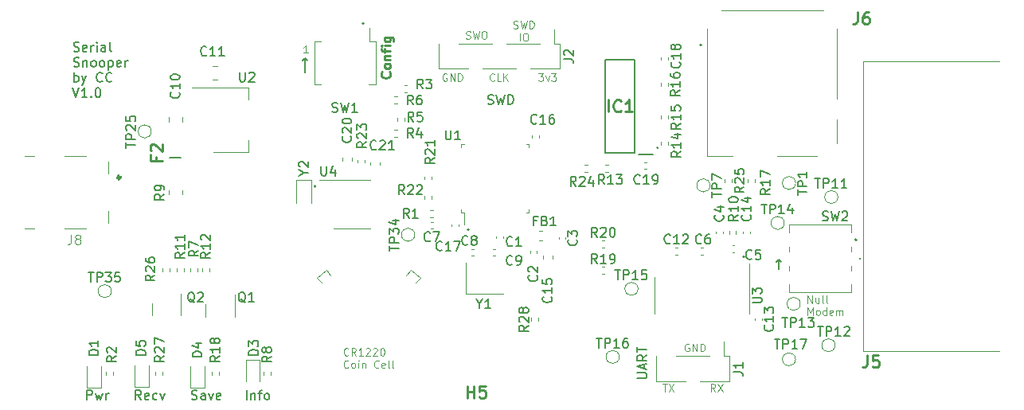
<source format=gbr>
%TF.GenerationSoftware,KiCad,Pcbnew,7.0.2*%
%TF.CreationDate,2023-06-17T11:36:00+01:00*%
%TF.ProjectId,serial_snooper,73657269-616c-45f7-936e-6f6f7065722e,rev?*%
%TF.SameCoordinates,Original*%
%TF.FileFunction,Legend,Top*%
%TF.FilePolarity,Positive*%
%FSLAX46Y46*%
G04 Gerber Fmt 4.6, Leading zero omitted, Abs format (unit mm)*
G04 Created by KiCad (PCBNEW 7.0.2) date 2023-06-17 11:36:00*
%MOMM*%
%LPD*%
G01*
G04 APERTURE LIST*
%ADD10C,0.155000*%
%ADD11C,0.150000*%
%ADD12C,0.120000*%
%ADD13C,0.200000*%
%ADD14C,0.100000*%
%ADD15C,0.250000*%
%ADD16C,0.254000*%
%ADD17C,0.191421*%
%ADD18C,0.350000*%
G04 APERTURE END LIST*
D10*
X171077500Y-86000000D02*
G75*
G03*
X171077500Y-86000000I-77500J0D01*
G01*
D11*
X133250000Y-76750000D02*
X133500000Y-76500000D01*
D10*
X139777500Y-72800000D02*
G75*
G03*
X139777500Y-72800000I-77500J0D01*
G01*
X150977500Y-94700000D02*
G75*
G03*
X150977500Y-94700000I-77500J0D01*
G01*
D11*
X183900000Y-98925000D02*
X183900000Y-97875000D01*
X183900000Y-97875000D02*
X184150000Y-98125000D01*
D10*
X134677500Y-90100000D02*
G75*
G03*
X134677500Y-90100000I-77500J0D01*
G01*
X180277500Y-97600000D02*
G75*
G03*
X180277500Y-97600000I-77500J0D01*
G01*
D11*
X183650000Y-98125000D02*
X183900000Y-97875000D01*
X133500000Y-78000000D02*
X133500000Y-76500000D01*
X133500000Y-76500000D02*
X133250000Y-76750000D01*
X133500000Y-76500000D02*
X133750000Y-76750000D01*
D12*
X158364285Y-78102095D02*
X158859523Y-78102095D01*
X158859523Y-78102095D02*
X158592857Y-78406857D01*
X158592857Y-78406857D02*
X158707142Y-78406857D01*
X158707142Y-78406857D02*
X158783333Y-78444952D01*
X158783333Y-78444952D02*
X158821428Y-78483047D01*
X158821428Y-78483047D02*
X158859523Y-78559238D01*
X158859523Y-78559238D02*
X158859523Y-78749714D01*
X158859523Y-78749714D02*
X158821428Y-78825904D01*
X158821428Y-78825904D02*
X158783333Y-78864000D01*
X158783333Y-78864000D02*
X158707142Y-78902095D01*
X158707142Y-78902095D02*
X158478571Y-78902095D01*
X158478571Y-78902095D02*
X158402380Y-78864000D01*
X158402380Y-78864000D02*
X158364285Y-78825904D01*
X159126190Y-78368761D02*
X159316666Y-78902095D01*
X159316666Y-78902095D02*
X159507143Y-78368761D01*
X159735714Y-78102095D02*
X160230952Y-78102095D01*
X160230952Y-78102095D02*
X159964286Y-78406857D01*
X159964286Y-78406857D02*
X160078571Y-78406857D01*
X160078571Y-78406857D02*
X160154762Y-78444952D01*
X160154762Y-78444952D02*
X160192857Y-78483047D01*
X160192857Y-78483047D02*
X160230952Y-78559238D01*
X160230952Y-78559238D02*
X160230952Y-78749714D01*
X160230952Y-78749714D02*
X160192857Y-78825904D01*
X160192857Y-78825904D02*
X160154762Y-78864000D01*
X160154762Y-78864000D02*
X160078571Y-78902095D01*
X160078571Y-78902095D02*
X159850000Y-78902095D01*
X159850000Y-78902095D02*
X159773809Y-78864000D01*
X159773809Y-78864000D02*
X159735714Y-78825904D01*
X150652380Y-74364000D02*
X150766666Y-74402095D01*
X150766666Y-74402095D02*
X150957142Y-74402095D01*
X150957142Y-74402095D02*
X151033333Y-74364000D01*
X151033333Y-74364000D02*
X151071428Y-74325904D01*
X151071428Y-74325904D02*
X151109523Y-74249714D01*
X151109523Y-74249714D02*
X151109523Y-74173523D01*
X151109523Y-74173523D02*
X151071428Y-74097333D01*
X151071428Y-74097333D02*
X151033333Y-74059238D01*
X151033333Y-74059238D02*
X150957142Y-74021142D01*
X150957142Y-74021142D02*
X150804761Y-73983047D01*
X150804761Y-73983047D02*
X150728571Y-73944952D01*
X150728571Y-73944952D02*
X150690476Y-73906857D01*
X150690476Y-73906857D02*
X150652380Y-73830666D01*
X150652380Y-73830666D02*
X150652380Y-73754476D01*
X150652380Y-73754476D02*
X150690476Y-73678285D01*
X150690476Y-73678285D02*
X150728571Y-73640190D01*
X150728571Y-73640190D02*
X150804761Y-73602095D01*
X150804761Y-73602095D02*
X150995238Y-73602095D01*
X150995238Y-73602095D02*
X151109523Y-73640190D01*
X151376190Y-73602095D02*
X151566666Y-74402095D01*
X151566666Y-74402095D02*
X151719047Y-73830666D01*
X151719047Y-73830666D02*
X151871428Y-74402095D01*
X151871428Y-74402095D02*
X152061905Y-73602095D01*
X152519048Y-73602095D02*
X152671429Y-73602095D01*
X152671429Y-73602095D02*
X152747619Y-73640190D01*
X152747619Y-73640190D02*
X152823810Y-73716380D01*
X152823810Y-73716380D02*
X152861905Y-73868761D01*
X152861905Y-73868761D02*
X152861905Y-74135428D01*
X152861905Y-74135428D02*
X152823810Y-74287809D01*
X152823810Y-74287809D02*
X152747619Y-74364000D01*
X152747619Y-74364000D02*
X152671429Y-74402095D01*
X152671429Y-74402095D02*
X152519048Y-74402095D01*
X152519048Y-74402095D02*
X152442857Y-74364000D01*
X152442857Y-74364000D02*
X152366667Y-74287809D01*
X152366667Y-74287809D02*
X152328571Y-74135428D01*
X152328571Y-74135428D02*
X152328571Y-73868761D01*
X152328571Y-73868761D02*
X152366667Y-73716380D01*
X152366667Y-73716380D02*
X152442857Y-73640190D01*
X152442857Y-73640190D02*
X152519048Y-73602095D01*
X153647619Y-78825904D02*
X153609523Y-78864000D01*
X153609523Y-78864000D02*
X153495238Y-78902095D01*
X153495238Y-78902095D02*
X153419047Y-78902095D01*
X153419047Y-78902095D02*
X153304761Y-78864000D01*
X153304761Y-78864000D02*
X153228571Y-78787809D01*
X153228571Y-78787809D02*
X153190476Y-78711619D01*
X153190476Y-78711619D02*
X153152380Y-78559238D01*
X153152380Y-78559238D02*
X153152380Y-78444952D01*
X153152380Y-78444952D02*
X153190476Y-78292571D01*
X153190476Y-78292571D02*
X153228571Y-78216380D01*
X153228571Y-78216380D02*
X153304761Y-78140190D01*
X153304761Y-78140190D02*
X153419047Y-78102095D01*
X153419047Y-78102095D02*
X153495238Y-78102095D01*
X153495238Y-78102095D02*
X153609523Y-78140190D01*
X153609523Y-78140190D02*
X153647619Y-78178285D01*
X154371428Y-78902095D02*
X153990476Y-78902095D01*
X153990476Y-78902095D02*
X153990476Y-78102095D01*
X154638095Y-78902095D02*
X154638095Y-78102095D01*
X155095238Y-78902095D02*
X154752380Y-78444952D01*
X155095238Y-78102095D02*
X154638095Y-78559238D01*
D11*
X121490476Y-112730000D02*
X121633333Y-112777619D01*
X121633333Y-112777619D02*
X121871428Y-112777619D01*
X121871428Y-112777619D02*
X121966666Y-112730000D01*
X121966666Y-112730000D02*
X122014285Y-112682380D01*
X122014285Y-112682380D02*
X122061904Y-112587142D01*
X122061904Y-112587142D02*
X122061904Y-112491904D01*
X122061904Y-112491904D02*
X122014285Y-112396666D01*
X122014285Y-112396666D02*
X121966666Y-112349047D01*
X121966666Y-112349047D02*
X121871428Y-112301428D01*
X121871428Y-112301428D02*
X121680952Y-112253809D01*
X121680952Y-112253809D02*
X121585714Y-112206190D01*
X121585714Y-112206190D02*
X121538095Y-112158571D01*
X121538095Y-112158571D02*
X121490476Y-112063333D01*
X121490476Y-112063333D02*
X121490476Y-111968095D01*
X121490476Y-111968095D02*
X121538095Y-111872857D01*
X121538095Y-111872857D02*
X121585714Y-111825238D01*
X121585714Y-111825238D02*
X121680952Y-111777619D01*
X121680952Y-111777619D02*
X121919047Y-111777619D01*
X121919047Y-111777619D02*
X122061904Y-111825238D01*
X122919047Y-112777619D02*
X122919047Y-112253809D01*
X122919047Y-112253809D02*
X122871428Y-112158571D01*
X122871428Y-112158571D02*
X122776190Y-112110952D01*
X122776190Y-112110952D02*
X122585714Y-112110952D01*
X122585714Y-112110952D02*
X122490476Y-112158571D01*
X122919047Y-112730000D02*
X122823809Y-112777619D01*
X122823809Y-112777619D02*
X122585714Y-112777619D01*
X122585714Y-112777619D02*
X122490476Y-112730000D01*
X122490476Y-112730000D02*
X122442857Y-112634761D01*
X122442857Y-112634761D02*
X122442857Y-112539523D01*
X122442857Y-112539523D02*
X122490476Y-112444285D01*
X122490476Y-112444285D02*
X122585714Y-112396666D01*
X122585714Y-112396666D02*
X122823809Y-112396666D01*
X122823809Y-112396666D02*
X122919047Y-112349047D01*
X123300000Y-112110952D02*
X123538095Y-112777619D01*
X123538095Y-112777619D02*
X123776190Y-112110952D01*
X124538095Y-112730000D02*
X124442857Y-112777619D01*
X124442857Y-112777619D02*
X124252381Y-112777619D01*
X124252381Y-112777619D02*
X124157143Y-112730000D01*
X124157143Y-112730000D02*
X124109524Y-112634761D01*
X124109524Y-112634761D02*
X124109524Y-112253809D01*
X124109524Y-112253809D02*
X124157143Y-112158571D01*
X124157143Y-112158571D02*
X124252381Y-112110952D01*
X124252381Y-112110952D02*
X124442857Y-112110952D01*
X124442857Y-112110952D02*
X124538095Y-112158571D01*
X124538095Y-112158571D02*
X124585714Y-112253809D01*
X124585714Y-112253809D02*
X124585714Y-112349047D01*
X124585714Y-112349047D02*
X124109524Y-112444285D01*
X116109523Y-112777619D02*
X115776190Y-112301428D01*
X115538095Y-112777619D02*
X115538095Y-111777619D01*
X115538095Y-111777619D02*
X115919047Y-111777619D01*
X115919047Y-111777619D02*
X116014285Y-111825238D01*
X116014285Y-111825238D02*
X116061904Y-111872857D01*
X116061904Y-111872857D02*
X116109523Y-111968095D01*
X116109523Y-111968095D02*
X116109523Y-112110952D01*
X116109523Y-112110952D02*
X116061904Y-112206190D01*
X116061904Y-112206190D02*
X116014285Y-112253809D01*
X116014285Y-112253809D02*
X115919047Y-112301428D01*
X115919047Y-112301428D02*
X115538095Y-112301428D01*
X116919047Y-112730000D02*
X116823809Y-112777619D01*
X116823809Y-112777619D02*
X116633333Y-112777619D01*
X116633333Y-112777619D02*
X116538095Y-112730000D01*
X116538095Y-112730000D02*
X116490476Y-112634761D01*
X116490476Y-112634761D02*
X116490476Y-112253809D01*
X116490476Y-112253809D02*
X116538095Y-112158571D01*
X116538095Y-112158571D02*
X116633333Y-112110952D01*
X116633333Y-112110952D02*
X116823809Y-112110952D01*
X116823809Y-112110952D02*
X116919047Y-112158571D01*
X116919047Y-112158571D02*
X116966666Y-112253809D01*
X116966666Y-112253809D02*
X116966666Y-112349047D01*
X116966666Y-112349047D02*
X116490476Y-112444285D01*
X117823809Y-112730000D02*
X117728571Y-112777619D01*
X117728571Y-112777619D02*
X117538095Y-112777619D01*
X117538095Y-112777619D02*
X117442857Y-112730000D01*
X117442857Y-112730000D02*
X117395238Y-112682380D01*
X117395238Y-112682380D02*
X117347619Y-112587142D01*
X117347619Y-112587142D02*
X117347619Y-112301428D01*
X117347619Y-112301428D02*
X117395238Y-112206190D01*
X117395238Y-112206190D02*
X117442857Y-112158571D01*
X117442857Y-112158571D02*
X117538095Y-112110952D01*
X117538095Y-112110952D02*
X117728571Y-112110952D01*
X117728571Y-112110952D02*
X117823809Y-112158571D01*
X118157143Y-112110952D02*
X118395238Y-112777619D01*
X118395238Y-112777619D02*
X118633333Y-112110952D01*
D12*
X148609523Y-78140190D02*
X148533333Y-78102095D01*
X148533333Y-78102095D02*
X148419047Y-78102095D01*
X148419047Y-78102095D02*
X148304761Y-78140190D01*
X148304761Y-78140190D02*
X148228571Y-78216380D01*
X148228571Y-78216380D02*
X148190476Y-78292571D01*
X148190476Y-78292571D02*
X148152380Y-78444952D01*
X148152380Y-78444952D02*
X148152380Y-78559238D01*
X148152380Y-78559238D02*
X148190476Y-78711619D01*
X148190476Y-78711619D02*
X148228571Y-78787809D01*
X148228571Y-78787809D02*
X148304761Y-78864000D01*
X148304761Y-78864000D02*
X148419047Y-78902095D01*
X148419047Y-78902095D02*
X148495238Y-78902095D01*
X148495238Y-78902095D02*
X148609523Y-78864000D01*
X148609523Y-78864000D02*
X148647619Y-78825904D01*
X148647619Y-78825904D02*
X148647619Y-78559238D01*
X148647619Y-78559238D02*
X148495238Y-78559238D01*
X148990476Y-78902095D02*
X148990476Y-78102095D01*
X148990476Y-78102095D02*
X149447619Y-78902095D01*
X149447619Y-78902095D02*
X149447619Y-78102095D01*
X149828571Y-78902095D02*
X149828571Y-78102095D01*
X149828571Y-78102095D02*
X150019047Y-78102095D01*
X150019047Y-78102095D02*
X150133333Y-78140190D01*
X150133333Y-78140190D02*
X150209523Y-78216380D01*
X150209523Y-78216380D02*
X150247618Y-78292571D01*
X150247618Y-78292571D02*
X150285714Y-78444952D01*
X150285714Y-78444952D02*
X150285714Y-78559238D01*
X150285714Y-78559238D02*
X150247618Y-78711619D01*
X150247618Y-78711619D02*
X150209523Y-78787809D01*
X150209523Y-78787809D02*
X150133333Y-78864000D01*
X150133333Y-78864000D02*
X150019047Y-78902095D01*
X150019047Y-78902095D02*
X149828571Y-78902095D01*
D11*
X110338095Y-112777619D02*
X110338095Y-111777619D01*
X110338095Y-111777619D02*
X110719047Y-111777619D01*
X110719047Y-111777619D02*
X110814285Y-111825238D01*
X110814285Y-111825238D02*
X110861904Y-111872857D01*
X110861904Y-111872857D02*
X110909523Y-111968095D01*
X110909523Y-111968095D02*
X110909523Y-112110952D01*
X110909523Y-112110952D02*
X110861904Y-112206190D01*
X110861904Y-112206190D02*
X110814285Y-112253809D01*
X110814285Y-112253809D02*
X110719047Y-112301428D01*
X110719047Y-112301428D02*
X110338095Y-112301428D01*
X111242857Y-112110952D02*
X111433333Y-112777619D01*
X111433333Y-112777619D02*
X111623809Y-112301428D01*
X111623809Y-112301428D02*
X111814285Y-112777619D01*
X111814285Y-112777619D02*
X112004761Y-112110952D01*
X112385714Y-112777619D02*
X112385714Y-112110952D01*
X112385714Y-112301428D02*
X112433333Y-112206190D01*
X112433333Y-112206190D02*
X112480952Y-112158571D01*
X112480952Y-112158571D02*
X112576190Y-112110952D01*
X112576190Y-112110952D02*
X112671428Y-112110952D01*
D13*
X168877619Y-110511904D02*
X169687142Y-110511904D01*
X169687142Y-110511904D02*
X169782380Y-110464285D01*
X169782380Y-110464285D02*
X169830000Y-110416666D01*
X169830000Y-110416666D02*
X169877619Y-110321428D01*
X169877619Y-110321428D02*
X169877619Y-110130952D01*
X169877619Y-110130952D02*
X169830000Y-110035714D01*
X169830000Y-110035714D02*
X169782380Y-109988095D01*
X169782380Y-109988095D02*
X169687142Y-109940476D01*
X169687142Y-109940476D02*
X168877619Y-109940476D01*
X169591904Y-109511904D02*
X169591904Y-109035714D01*
X169877619Y-109607142D02*
X168877619Y-109273809D01*
X168877619Y-109273809D02*
X169877619Y-108940476D01*
X169877619Y-108035714D02*
X169401428Y-108369047D01*
X169877619Y-108607142D02*
X168877619Y-108607142D01*
X168877619Y-108607142D02*
X168877619Y-108226190D01*
X168877619Y-108226190D02*
X168925238Y-108130952D01*
X168925238Y-108130952D02*
X168972857Y-108083333D01*
X168972857Y-108083333D02*
X169068095Y-108035714D01*
X169068095Y-108035714D02*
X169210952Y-108035714D01*
X169210952Y-108035714D02*
X169306190Y-108083333D01*
X169306190Y-108083333D02*
X169353809Y-108130952D01*
X169353809Y-108130952D02*
X169401428Y-108226190D01*
X169401428Y-108226190D02*
X169401428Y-108607142D01*
X168877619Y-107749999D02*
X168877619Y-107178571D01*
X169877619Y-107464285D02*
X168877619Y-107464285D01*
D12*
X133859523Y-75902095D02*
X133402380Y-75902095D01*
X133630952Y-75902095D02*
X133630952Y-75102095D01*
X133630952Y-75102095D02*
X133554761Y-75216380D01*
X133554761Y-75216380D02*
X133478571Y-75292571D01*
X133478571Y-75292571D02*
X133402380Y-75330666D01*
D13*
X108940476Y-75720000D02*
X109083333Y-75767619D01*
X109083333Y-75767619D02*
X109321428Y-75767619D01*
X109321428Y-75767619D02*
X109416666Y-75720000D01*
X109416666Y-75720000D02*
X109464285Y-75672380D01*
X109464285Y-75672380D02*
X109511904Y-75577142D01*
X109511904Y-75577142D02*
X109511904Y-75481904D01*
X109511904Y-75481904D02*
X109464285Y-75386666D01*
X109464285Y-75386666D02*
X109416666Y-75339047D01*
X109416666Y-75339047D02*
X109321428Y-75291428D01*
X109321428Y-75291428D02*
X109130952Y-75243809D01*
X109130952Y-75243809D02*
X109035714Y-75196190D01*
X109035714Y-75196190D02*
X108988095Y-75148571D01*
X108988095Y-75148571D02*
X108940476Y-75053333D01*
X108940476Y-75053333D02*
X108940476Y-74958095D01*
X108940476Y-74958095D02*
X108988095Y-74862857D01*
X108988095Y-74862857D02*
X109035714Y-74815238D01*
X109035714Y-74815238D02*
X109130952Y-74767619D01*
X109130952Y-74767619D02*
X109369047Y-74767619D01*
X109369047Y-74767619D02*
X109511904Y-74815238D01*
X110321428Y-75720000D02*
X110226190Y-75767619D01*
X110226190Y-75767619D02*
X110035714Y-75767619D01*
X110035714Y-75767619D02*
X109940476Y-75720000D01*
X109940476Y-75720000D02*
X109892857Y-75624761D01*
X109892857Y-75624761D02*
X109892857Y-75243809D01*
X109892857Y-75243809D02*
X109940476Y-75148571D01*
X109940476Y-75148571D02*
X110035714Y-75100952D01*
X110035714Y-75100952D02*
X110226190Y-75100952D01*
X110226190Y-75100952D02*
X110321428Y-75148571D01*
X110321428Y-75148571D02*
X110369047Y-75243809D01*
X110369047Y-75243809D02*
X110369047Y-75339047D01*
X110369047Y-75339047D02*
X109892857Y-75434285D01*
X110797619Y-75767619D02*
X110797619Y-75100952D01*
X110797619Y-75291428D02*
X110845238Y-75196190D01*
X110845238Y-75196190D02*
X110892857Y-75148571D01*
X110892857Y-75148571D02*
X110988095Y-75100952D01*
X110988095Y-75100952D02*
X111083333Y-75100952D01*
X111416667Y-75767619D02*
X111416667Y-75100952D01*
X111416667Y-74767619D02*
X111369048Y-74815238D01*
X111369048Y-74815238D02*
X111416667Y-74862857D01*
X111416667Y-74862857D02*
X111464286Y-74815238D01*
X111464286Y-74815238D02*
X111416667Y-74767619D01*
X111416667Y-74767619D02*
X111416667Y-74862857D01*
X112321428Y-75767619D02*
X112321428Y-75243809D01*
X112321428Y-75243809D02*
X112273809Y-75148571D01*
X112273809Y-75148571D02*
X112178571Y-75100952D01*
X112178571Y-75100952D02*
X111988095Y-75100952D01*
X111988095Y-75100952D02*
X111892857Y-75148571D01*
X112321428Y-75720000D02*
X112226190Y-75767619D01*
X112226190Y-75767619D02*
X111988095Y-75767619D01*
X111988095Y-75767619D02*
X111892857Y-75720000D01*
X111892857Y-75720000D02*
X111845238Y-75624761D01*
X111845238Y-75624761D02*
X111845238Y-75529523D01*
X111845238Y-75529523D02*
X111892857Y-75434285D01*
X111892857Y-75434285D02*
X111988095Y-75386666D01*
X111988095Y-75386666D02*
X112226190Y-75386666D01*
X112226190Y-75386666D02*
X112321428Y-75339047D01*
X112940476Y-75767619D02*
X112845238Y-75720000D01*
X112845238Y-75720000D02*
X112797619Y-75624761D01*
X112797619Y-75624761D02*
X112797619Y-74767619D01*
X108940476Y-77340000D02*
X109083333Y-77387619D01*
X109083333Y-77387619D02*
X109321428Y-77387619D01*
X109321428Y-77387619D02*
X109416666Y-77340000D01*
X109416666Y-77340000D02*
X109464285Y-77292380D01*
X109464285Y-77292380D02*
X109511904Y-77197142D01*
X109511904Y-77197142D02*
X109511904Y-77101904D01*
X109511904Y-77101904D02*
X109464285Y-77006666D01*
X109464285Y-77006666D02*
X109416666Y-76959047D01*
X109416666Y-76959047D02*
X109321428Y-76911428D01*
X109321428Y-76911428D02*
X109130952Y-76863809D01*
X109130952Y-76863809D02*
X109035714Y-76816190D01*
X109035714Y-76816190D02*
X108988095Y-76768571D01*
X108988095Y-76768571D02*
X108940476Y-76673333D01*
X108940476Y-76673333D02*
X108940476Y-76578095D01*
X108940476Y-76578095D02*
X108988095Y-76482857D01*
X108988095Y-76482857D02*
X109035714Y-76435238D01*
X109035714Y-76435238D02*
X109130952Y-76387619D01*
X109130952Y-76387619D02*
X109369047Y-76387619D01*
X109369047Y-76387619D02*
X109511904Y-76435238D01*
X109940476Y-76720952D02*
X109940476Y-77387619D01*
X109940476Y-76816190D02*
X109988095Y-76768571D01*
X109988095Y-76768571D02*
X110083333Y-76720952D01*
X110083333Y-76720952D02*
X110226190Y-76720952D01*
X110226190Y-76720952D02*
X110321428Y-76768571D01*
X110321428Y-76768571D02*
X110369047Y-76863809D01*
X110369047Y-76863809D02*
X110369047Y-77387619D01*
X110988095Y-77387619D02*
X110892857Y-77340000D01*
X110892857Y-77340000D02*
X110845238Y-77292380D01*
X110845238Y-77292380D02*
X110797619Y-77197142D01*
X110797619Y-77197142D02*
X110797619Y-76911428D01*
X110797619Y-76911428D02*
X110845238Y-76816190D01*
X110845238Y-76816190D02*
X110892857Y-76768571D01*
X110892857Y-76768571D02*
X110988095Y-76720952D01*
X110988095Y-76720952D02*
X111130952Y-76720952D01*
X111130952Y-76720952D02*
X111226190Y-76768571D01*
X111226190Y-76768571D02*
X111273809Y-76816190D01*
X111273809Y-76816190D02*
X111321428Y-76911428D01*
X111321428Y-76911428D02*
X111321428Y-77197142D01*
X111321428Y-77197142D02*
X111273809Y-77292380D01*
X111273809Y-77292380D02*
X111226190Y-77340000D01*
X111226190Y-77340000D02*
X111130952Y-77387619D01*
X111130952Y-77387619D02*
X110988095Y-77387619D01*
X111892857Y-77387619D02*
X111797619Y-77340000D01*
X111797619Y-77340000D02*
X111750000Y-77292380D01*
X111750000Y-77292380D02*
X111702381Y-77197142D01*
X111702381Y-77197142D02*
X111702381Y-76911428D01*
X111702381Y-76911428D02*
X111750000Y-76816190D01*
X111750000Y-76816190D02*
X111797619Y-76768571D01*
X111797619Y-76768571D02*
X111892857Y-76720952D01*
X111892857Y-76720952D02*
X112035714Y-76720952D01*
X112035714Y-76720952D02*
X112130952Y-76768571D01*
X112130952Y-76768571D02*
X112178571Y-76816190D01*
X112178571Y-76816190D02*
X112226190Y-76911428D01*
X112226190Y-76911428D02*
X112226190Y-77197142D01*
X112226190Y-77197142D02*
X112178571Y-77292380D01*
X112178571Y-77292380D02*
X112130952Y-77340000D01*
X112130952Y-77340000D02*
X112035714Y-77387619D01*
X112035714Y-77387619D02*
X111892857Y-77387619D01*
X112654762Y-76720952D02*
X112654762Y-77720952D01*
X112654762Y-76768571D02*
X112750000Y-76720952D01*
X112750000Y-76720952D02*
X112940476Y-76720952D01*
X112940476Y-76720952D02*
X113035714Y-76768571D01*
X113035714Y-76768571D02*
X113083333Y-76816190D01*
X113083333Y-76816190D02*
X113130952Y-76911428D01*
X113130952Y-76911428D02*
X113130952Y-77197142D01*
X113130952Y-77197142D02*
X113083333Y-77292380D01*
X113083333Y-77292380D02*
X113035714Y-77340000D01*
X113035714Y-77340000D02*
X112940476Y-77387619D01*
X112940476Y-77387619D02*
X112750000Y-77387619D01*
X112750000Y-77387619D02*
X112654762Y-77340000D01*
X113940476Y-77340000D02*
X113845238Y-77387619D01*
X113845238Y-77387619D02*
X113654762Y-77387619D01*
X113654762Y-77387619D02*
X113559524Y-77340000D01*
X113559524Y-77340000D02*
X113511905Y-77244761D01*
X113511905Y-77244761D02*
X113511905Y-76863809D01*
X113511905Y-76863809D02*
X113559524Y-76768571D01*
X113559524Y-76768571D02*
X113654762Y-76720952D01*
X113654762Y-76720952D02*
X113845238Y-76720952D01*
X113845238Y-76720952D02*
X113940476Y-76768571D01*
X113940476Y-76768571D02*
X113988095Y-76863809D01*
X113988095Y-76863809D02*
X113988095Y-76959047D01*
X113988095Y-76959047D02*
X113511905Y-77054285D01*
X114416667Y-77387619D02*
X114416667Y-76720952D01*
X114416667Y-76911428D02*
X114464286Y-76816190D01*
X114464286Y-76816190D02*
X114511905Y-76768571D01*
X114511905Y-76768571D02*
X114607143Y-76720952D01*
X114607143Y-76720952D02*
X114702381Y-76720952D01*
X108988095Y-79007619D02*
X108988095Y-78007619D01*
X108988095Y-78388571D02*
X109083333Y-78340952D01*
X109083333Y-78340952D02*
X109273809Y-78340952D01*
X109273809Y-78340952D02*
X109369047Y-78388571D01*
X109369047Y-78388571D02*
X109416666Y-78436190D01*
X109416666Y-78436190D02*
X109464285Y-78531428D01*
X109464285Y-78531428D02*
X109464285Y-78817142D01*
X109464285Y-78817142D02*
X109416666Y-78912380D01*
X109416666Y-78912380D02*
X109369047Y-78960000D01*
X109369047Y-78960000D02*
X109273809Y-79007619D01*
X109273809Y-79007619D02*
X109083333Y-79007619D01*
X109083333Y-79007619D02*
X108988095Y-78960000D01*
X109797619Y-78340952D02*
X110035714Y-79007619D01*
X110273809Y-78340952D02*
X110035714Y-79007619D01*
X110035714Y-79007619D02*
X109940476Y-79245714D01*
X109940476Y-79245714D02*
X109892857Y-79293333D01*
X109892857Y-79293333D02*
X109797619Y-79340952D01*
X111988095Y-78912380D02*
X111940476Y-78960000D01*
X111940476Y-78960000D02*
X111797619Y-79007619D01*
X111797619Y-79007619D02*
X111702381Y-79007619D01*
X111702381Y-79007619D02*
X111559524Y-78960000D01*
X111559524Y-78960000D02*
X111464286Y-78864761D01*
X111464286Y-78864761D02*
X111416667Y-78769523D01*
X111416667Y-78769523D02*
X111369048Y-78579047D01*
X111369048Y-78579047D02*
X111369048Y-78436190D01*
X111369048Y-78436190D02*
X111416667Y-78245714D01*
X111416667Y-78245714D02*
X111464286Y-78150476D01*
X111464286Y-78150476D02*
X111559524Y-78055238D01*
X111559524Y-78055238D02*
X111702381Y-78007619D01*
X111702381Y-78007619D02*
X111797619Y-78007619D01*
X111797619Y-78007619D02*
X111940476Y-78055238D01*
X111940476Y-78055238D02*
X111988095Y-78102857D01*
X112988095Y-78912380D02*
X112940476Y-78960000D01*
X112940476Y-78960000D02*
X112797619Y-79007619D01*
X112797619Y-79007619D02*
X112702381Y-79007619D01*
X112702381Y-79007619D02*
X112559524Y-78960000D01*
X112559524Y-78960000D02*
X112464286Y-78864761D01*
X112464286Y-78864761D02*
X112416667Y-78769523D01*
X112416667Y-78769523D02*
X112369048Y-78579047D01*
X112369048Y-78579047D02*
X112369048Y-78436190D01*
X112369048Y-78436190D02*
X112416667Y-78245714D01*
X112416667Y-78245714D02*
X112464286Y-78150476D01*
X112464286Y-78150476D02*
X112559524Y-78055238D01*
X112559524Y-78055238D02*
X112702381Y-78007619D01*
X112702381Y-78007619D02*
X112797619Y-78007619D01*
X112797619Y-78007619D02*
X112940476Y-78055238D01*
X112940476Y-78055238D02*
X112988095Y-78102857D01*
X108845238Y-79627619D02*
X109178571Y-80627619D01*
X109178571Y-80627619D02*
X109511904Y-79627619D01*
X110369047Y-80627619D02*
X109797619Y-80627619D01*
X110083333Y-80627619D02*
X110083333Y-79627619D01*
X110083333Y-79627619D02*
X109988095Y-79770476D01*
X109988095Y-79770476D02*
X109892857Y-79865714D01*
X109892857Y-79865714D02*
X109797619Y-79913333D01*
X110797619Y-80532380D02*
X110845238Y-80580000D01*
X110845238Y-80580000D02*
X110797619Y-80627619D01*
X110797619Y-80627619D02*
X110750000Y-80580000D01*
X110750000Y-80580000D02*
X110797619Y-80532380D01*
X110797619Y-80532380D02*
X110797619Y-80627619D01*
X111464285Y-79627619D02*
X111559523Y-79627619D01*
X111559523Y-79627619D02*
X111654761Y-79675238D01*
X111654761Y-79675238D02*
X111702380Y-79722857D01*
X111702380Y-79722857D02*
X111749999Y-79818095D01*
X111749999Y-79818095D02*
X111797618Y-80008571D01*
X111797618Y-80008571D02*
X111797618Y-80246666D01*
X111797618Y-80246666D02*
X111749999Y-80437142D01*
X111749999Y-80437142D02*
X111702380Y-80532380D01*
X111702380Y-80532380D02*
X111654761Y-80580000D01*
X111654761Y-80580000D02*
X111559523Y-80627619D01*
X111559523Y-80627619D02*
X111464285Y-80627619D01*
X111464285Y-80627619D02*
X111369047Y-80580000D01*
X111369047Y-80580000D02*
X111321428Y-80532380D01*
X111321428Y-80532380D02*
X111273809Y-80437142D01*
X111273809Y-80437142D02*
X111226190Y-80246666D01*
X111226190Y-80246666D02*
X111226190Y-80008571D01*
X111226190Y-80008571D02*
X111273809Y-79818095D01*
X111273809Y-79818095D02*
X111321428Y-79722857D01*
X111321428Y-79722857D02*
X111369047Y-79675238D01*
X111369047Y-79675238D02*
X111464285Y-79627619D01*
D12*
X155714285Y-73268000D02*
X155828571Y-73306095D01*
X155828571Y-73306095D02*
X156019047Y-73306095D01*
X156019047Y-73306095D02*
X156095238Y-73268000D01*
X156095238Y-73268000D02*
X156133333Y-73229904D01*
X156133333Y-73229904D02*
X156171428Y-73153714D01*
X156171428Y-73153714D02*
X156171428Y-73077523D01*
X156171428Y-73077523D02*
X156133333Y-73001333D01*
X156133333Y-73001333D02*
X156095238Y-72963238D01*
X156095238Y-72963238D02*
X156019047Y-72925142D01*
X156019047Y-72925142D02*
X155866666Y-72887047D01*
X155866666Y-72887047D02*
X155790476Y-72848952D01*
X155790476Y-72848952D02*
X155752381Y-72810857D01*
X155752381Y-72810857D02*
X155714285Y-72734666D01*
X155714285Y-72734666D02*
X155714285Y-72658476D01*
X155714285Y-72658476D02*
X155752381Y-72582285D01*
X155752381Y-72582285D02*
X155790476Y-72544190D01*
X155790476Y-72544190D02*
X155866666Y-72506095D01*
X155866666Y-72506095D02*
X156057143Y-72506095D01*
X156057143Y-72506095D02*
X156171428Y-72544190D01*
X156438095Y-72506095D02*
X156628571Y-73306095D01*
X156628571Y-73306095D02*
X156780952Y-72734666D01*
X156780952Y-72734666D02*
X156933333Y-73306095D01*
X156933333Y-73306095D02*
X157123810Y-72506095D01*
X157428572Y-73306095D02*
X157428572Y-72506095D01*
X157428572Y-72506095D02*
X157619048Y-72506095D01*
X157619048Y-72506095D02*
X157733334Y-72544190D01*
X157733334Y-72544190D02*
X157809524Y-72620380D01*
X157809524Y-72620380D02*
X157847619Y-72696571D01*
X157847619Y-72696571D02*
X157885715Y-72848952D01*
X157885715Y-72848952D02*
X157885715Y-72963238D01*
X157885715Y-72963238D02*
X157847619Y-73115619D01*
X157847619Y-73115619D02*
X157809524Y-73191809D01*
X157809524Y-73191809D02*
X157733334Y-73268000D01*
X157733334Y-73268000D02*
X157619048Y-73306095D01*
X157619048Y-73306095D02*
X157428572Y-73306095D01*
X156380953Y-74602095D02*
X156380953Y-73802095D01*
X156914286Y-73802095D02*
X157066667Y-73802095D01*
X157066667Y-73802095D02*
X157142857Y-73840190D01*
X157142857Y-73840190D02*
X157219048Y-73916380D01*
X157219048Y-73916380D02*
X157257143Y-74068761D01*
X157257143Y-74068761D02*
X157257143Y-74335428D01*
X157257143Y-74335428D02*
X157219048Y-74487809D01*
X157219048Y-74487809D02*
X157142857Y-74564000D01*
X157142857Y-74564000D02*
X157066667Y-74602095D01*
X157066667Y-74602095D02*
X156914286Y-74602095D01*
X156914286Y-74602095D02*
X156838095Y-74564000D01*
X156838095Y-74564000D02*
X156761905Y-74487809D01*
X156761905Y-74487809D02*
X156723809Y-74335428D01*
X156723809Y-74335428D02*
X156723809Y-74068761D01*
X156723809Y-74068761D02*
X156761905Y-73916380D01*
X156761905Y-73916380D02*
X156838095Y-73840190D01*
X156838095Y-73840190D02*
X156914286Y-73802095D01*
D14*
X186990476Y-102506095D02*
X186990476Y-101706095D01*
X186990476Y-101706095D02*
X187447619Y-102506095D01*
X187447619Y-102506095D02*
X187447619Y-101706095D01*
X188171428Y-101972761D02*
X188171428Y-102506095D01*
X187828571Y-101972761D02*
X187828571Y-102391809D01*
X187828571Y-102391809D02*
X187866666Y-102468000D01*
X187866666Y-102468000D02*
X187942856Y-102506095D01*
X187942856Y-102506095D02*
X188057142Y-102506095D01*
X188057142Y-102506095D02*
X188133333Y-102468000D01*
X188133333Y-102468000D02*
X188171428Y-102429904D01*
X188666666Y-102506095D02*
X188590476Y-102468000D01*
X188590476Y-102468000D02*
X188552381Y-102391809D01*
X188552381Y-102391809D02*
X188552381Y-101706095D01*
X189085714Y-102506095D02*
X189009524Y-102468000D01*
X189009524Y-102468000D02*
X188971429Y-102391809D01*
X188971429Y-102391809D02*
X188971429Y-101706095D01*
X186990476Y-103802095D02*
X186990476Y-103002095D01*
X186990476Y-103002095D02*
X187257142Y-103573523D01*
X187257142Y-103573523D02*
X187523809Y-103002095D01*
X187523809Y-103002095D02*
X187523809Y-103802095D01*
X188019047Y-103802095D02*
X187942857Y-103764000D01*
X187942857Y-103764000D02*
X187904762Y-103725904D01*
X187904762Y-103725904D02*
X187866666Y-103649714D01*
X187866666Y-103649714D02*
X187866666Y-103421142D01*
X187866666Y-103421142D02*
X187904762Y-103344952D01*
X187904762Y-103344952D02*
X187942857Y-103306857D01*
X187942857Y-103306857D02*
X188019047Y-103268761D01*
X188019047Y-103268761D02*
X188133333Y-103268761D01*
X188133333Y-103268761D02*
X188209524Y-103306857D01*
X188209524Y-103306857D02*
X188247619Y-103344952D01*
X188247619Y-103344952D02*
X188285714Y-103421142D01*
X188285714Y-103421142D02*
X188285714Y-103649714D01*
X188285714Y-103649714D02*
X188247619Y-103725904D01*
X188247619Y-103725904D02*
X188209524Y-103764000D01*
X188209524Y-103764000D02*
X188133333Y-103802095D01*
X188133333Y-103802095D02*
X188019047Y-103802095D01*
X188971429Y-103802095D02*
X188971429Y-103002095D01*
X188971429Y-103764000D02*
X188895238Y-103802095D01*
X188895238Y-103802095D02*
X188742857Y-103802095D01*
X188742857Y-103802095D02*
X188666667Y-103764000D01*
X188666667Y-103764000D02*
X188628572Y-103725904D01*
X188628572Y-103725904D02*
X188590476Y-103649714D01*
X188590476Y-103649714D02*
X188590476Y-103421142D01*
X188590476Y-103421142D02*
X188628572Y-103344952D01*
X188628572Y-103344952D02*
X188666667Y-103306857D01*
X188666667Y-103306857D02*
X188742857Y-103268761D01*
X188742857Y-103268761D02*
X188895238Y-103268761D01*
X188895238Y-103268761D02*
X188971429Y-103306857D01*
X189657144Y-103764000D02*
X189580953Y-103802095D01*
X189580953Y-103802095D02*
X189428572Y-103802095D01*
X189428572Y-103802095D02*
X189352382Y-103764000D01*
X189352382Y-103764000D02*
X189314286Y-103687809D01*
X189314286Y-103687809D02*
X189314286Y-103383047D01*
X189314286Y-103383047D02*
X189352382Y-103306857D01*
X189352382Y-103306857D02*
X189428572Y-103268761D01*
X189428572Y-103268761D02*
X189580953Y-103268761D01*
X189580953Y-103268761D02*
X189657144Y-103306857D01*
X189657144Y-103306857D02*
X189695239Y-103383047D01*
X189695239Y-103383047D02*
X189695239Y-103459238D01*
X189695239Y-103459238D02*
X189314286Y-103535428D01*
X190038096Y-103802095D02*
X190038096Y-103268761D01*
X190038096Y-103344952D02*
X190076191Y-103306857D01*
X190076191Y-103306857D02*
X190152381Y-103268761D01*
X190152381Y-103268761D02*
X190266667Y-103268761D01*
X190266667Y-103268761D02*
X190342858Y-103306857D01*
X190342858Y-103306857D02*
X190380953Y-103383047D01*
X190380953Y-103383047D02*
X190380953Y-103802095D01*
X190380953Y-103383047D02*
X190419048Y-103306857D01*
X190419048Y-103306857D02*
X190495239Y-103268761D01*
X190495239Y-103268761D02*
X190609524Y-103268761D01*
X190609524Y-103268761D02*
X190685715Y-103306857D01*
X190685715Y-103306857D02*
X190723810Y-103383047D01*
X190723810Y-103383047D02*
X190723810Y-103802095D01*
D12*
X174359523Y-106890190D02*
X174283333Y-106852095D01*
X174283333Y-106852095D02*
X174169047Y-106852095D01*
X174169047Y-106852095D02*
X174054761Y-106890190D01*
X174054761Y-106890190D02*
X173978571Y-106966380D01*
X173978571Y-106966380D02*
X173940476Y-107042571D01*
X173940476Y-107042571D02*
X173902380Y-107194952D01*
X173902380Y-107194952D02*
X173902380Y-107309238D01*
X173902380Y-107309238D02*
X173940476Y-107461619D01*
X173940476Y-107461619D02*
X173978571Y-107537809D01*
X173978571Y-107537809D02*
X174054761Y-107614000D01*
X174054761Y-107614000D02*
X174169047Y-107652095D01*
X174169047Y-107652095D02*
X174245238Y-107652095D01*
X174245238Y-107652095D02*
X174359523Y-107614000D01*
X174359523Y-107614000D02*
X174397619Y-107575904D01*
X174397619Y-107575904D02*
X174397619Y-107309238D01*
X174397619Y-107309238D02*
X174245238Y-107309238D01*
X174740476Y-107652095D02*
X174740476Y-106852095D01*
X174740476Y-106852095D02*
X175197619Y-107652095D01*
X175197619Y-107652095D02*
X175197619Y-106852095D01*
X175578571Y-107652095D02*
X175578571Y-106852095D01*
X175578571Y-106852095D02*
X175769047Y-106852095D01*
X175769047Y-106852095D02*
X175883333Y-106890190D01*
X175883333Y-106890190D02*
X175959523Y-106966380D01*
X175959523Y-106966380D02*
X175997618Y-107042571D01*
X175997618Y-107042571D02*
X176035714Y-107194952D01*
X176035714Y-107194952D02*
X176035714Y-107309238D01*
X176035714Y-107309238D02*
X175997618Y-107461619D01*
X175997618Y-107461619D02*
X175959523Y-107537809D01*
X175959523Y-107537809D02*
X175883333Y-107614000D01*
X175883333Y-107614000D02*
X175769047Y-107652095D01*
X175769047Y-107652095D02*
X175578571Y-107652095D01*
X171576190Y-111102095D02*
X172033333Y-111102095D01*
X171804761Y-111902095D02*
X171804761Y-111102095D01*
X172223809Y-111102095D02*
X172757143Y-111902095D01*
X172757143Y-111102095D02*
X172223809Y-111902095D01*
D14*
X138147619Y-108029904D02*
X138109523Y-108068000D01*
X138109523Y-108068000D02*
X137995238Y-108106095D01*
X137995238Y-108106095D02*
X137919047Y-108106095D01*
X137919047Y-108106095D02*
X137804761Y-108068000D01*
X137804761Y-108068000D02*
X137728571Y-107991809D01*
X137728571Y-107991809D02*
X137690476Y-107915619D01*
X137690476Y-107915619D02*
X137652380Y-107763238D01*
X137652380Y-107763238D02*
X137652380Y-107648952D01*
X137652380Y-107648952D02*
X137690476Y-107496571D01*
X137690476Y-107496571D02*
X137728571Y-107420380D01*
X137728571Y-107420380D02*
X137804761Y-107344190D01*
X137804761Y-107344190D02*
X137919047Y-107306095D01*
X137919047Y-107306095D02*
X137995238Y-107306095D01*
X137995238Y-107306095D02*
X138109523Y-107344190D01*
X138109523Y-107344190D02*
X138147619Y-107382285D01*
X138947619Y-108106095D02*
X138680952Y-107725142D01*
X138490476Y-108106095D02*
X138490476Y-107306095D01*
X138490476Y-107306095D02*
X138795238Y-107306095D01*
X138795238Y-107306095D02*
X138871428Y-107344190D01*
X138871428Y-107344190D02*
X138909523Y-107382285D01*
X138909523Y-107382285D02*
X138947619Y-107458476D01*
X138947619Y-107458476D02*
X138947619Y-107572761D01*
X138947619Y-107572761D02*
X138909523Y-107648952D01*
X138909523Y-107648952D02*
X138871428Y-107687047D01*
X138871428Y-107687047D02*
X138795238Y-107725142D01*
X138795238Y-107725142D02*
X138490476Y-107725142D01*
X139709523Y-108106095D02*
X139252380Y-108106095D01*
X139480952Y-108106095D02*
X139480952Y-107306095D01*
X139480952Y-107306095D02*
X139404761Y-107420380D01*
X139404761Y-107420380D02*
X139328571Y-107496571D01*
X139328571Y-107496571D02*
X139252380Y-107534666D01*
X140014285Y-107382285D02*
X140052381Y-107344190D01*
X140052381Y-107344190D02*
X140128571Y-107306095D01*
X140128571Y-107306095D02*
X140319047Y-107306095D01*
X140319047Y-107306095D02*
X140395238Y-107344190D01*
X140395238Y-107344190D02*
X140433333Y-107382285D01*
X140433333Y-107382285D02*
X140471428Y-107458476D01*
X140471428Y-107458476D02*
X140471428Y-107534666D01*
X140471428Y-107534666D02*
X140433333Y-107648952D01*
X140433333Y-107648952D02*
X139976190Y-108106095D01*
X139976190Y-108106095D02*
X140471428Y-108106095D01*
X140776190Y-107382285D02*
X140814286Y-107344190D01*
X140814286Y-107344190D02*
X140890476Y-107306095D01*
X140890476Y-107306095D02*
X141080952Y-107306095D01*
X141080952Y-107306095D02*
X141157143Y-107344190D01*
X141157143Y-107344190D02*
X141195238Y-107382285D01*
X141195238Y-107382285D02*
X141233333Y-107458476D01*
X141233333Y-107458476D02*
X141233333Y-107534666D01*
X141233333Y-107534666D02*
X141195238Y-107648952D01*
X141195238Y-107648952D02*
X140738095Y-108106095D01*
X140738095Y-108106095D02*
X141233333Y-108106095D01*
X141728572Y-107306095D02*
X141804762Y-107306095D01*
X141804762Y-107306095D02*
X141880953Y-107344190D01*
X141880953Y-107344190D02*
X141919048Y-107382285D01*
X141919048Y-107382285D02*
X141957143Y-107458476D01*
X141957143Y-107458476D02*
X141995238Y-107610857D01*
X141995238Y-107610857D02*
X141995238Y-107801333D01*
X141995238Y-107801333D02*
X141957143Y-107953714D01*
X141957143Y-107953714D02*
X141919048Y-108029904D01*
X141919048Y-108029904D02*
X141880953Y-108068000D01*
X141880953Y-108068000D02*
X141804762Y-108106095D01*
X141804762Y-108106095D02*
X141728572Y-108106095D01*
X141728572Y-108106095D02*
X141652381Y-108068000D01*
X141652381Y-108068000D02*
X141614286Y-108029904D01*
X141614286Y-108029904D02*
X141576191Y-107953714D01*
X141576191Y-107953714D02*
X141538095Y-107801333D01*
X141538095Y-107801333D02*
X141538095Y-107610857D01*
X141538095Y-107610857D02*
X141576191Y-107458476D01*
X141576191Y-107458476D02*
X141614286Y-107382285D01*
X141614286Y-107382285D02*
X141652381Y-107344190D01*
X141652381Y-107344190D02*
X141728572Y-107306095D01*
X138147619Y-109325904D02*
X138109523Y-109364000D01*
X138109523Y-109364000D02*
X137995238Y-109402095D01*
X137995238Y-109402095D02*
X137919047Y-109402095D01*
X137919047Y-109402095D02*
X137804761Y-109364000D01*
X137804761Y-109364000D02*
X137728571Y-109287809D01*
X137728571Y-109287809D02*
X137690476Y-109211619D01*
X137690476Y-109211619D02*
X137652380Y-109059238D01*
X137652380Y-109059238D02*
X137652380Y-108944952D01*
X137652380Y-108944952D02*
X137690476Y-108792571D01*
X137690476Y-108792571D02*
X137728571Y-108716380D01*
X137728571Y-108716380D02*
X137804761Y-108640190D01*
X137804761Y-108640190D02*
X137919047Y-108602095D01*
X137919047Y-108602095D02*
X137995238Y-108602095D01*
X137995238Y-108602095D02*
X138109523Y-108640190D01*
X138109523Y-108640190D02*
X138147619Y-108678285D01*
X138604761Y-109402095D02*
X138528571Y-109364000D01*
X138528571Y-109364000D02*
X138490476Y-109325904D01*
X138490476Y-109325904D02*
X138452380Y-109249714D01*
X138452380Y-109249714D02*
X138452380Y-109021142D01*
X138452380Y-109021142D02*
X138490476Y-108944952D01*
X138490476Y-108944952D02*
X138528571Y-108906857D01*
X138528571Y-108906857D02*
X138604761Y-108868761D01*
X138604761Y-108868761D02*
X138719047Y-108868761D01*
X138719047Y-108868761D02*
X138795238Y-108906857D01*
X138795238Y-108906857D02*
X138833333Y-108944952D01*
X138833333Y-108944952D02*
X138871428Y-109021142D01*
X138871428Y-109021142D02*
X138871428Y-109249714D01*
X138871428Y-109249714D02*
X138833333Y-109325904D01*
X138833333Y-109325904D02*
X138795238Y-109364000D01*
X138795238Y-109364000D02*
X138719047Y-109402095D01*
X138719047Y-109402095D02*
X138604761Y-109402095D01*
X139214286Y-109402095D02*
X139214286Y-108868761D01*
X139214286Y-108602095D02*
X139176190Y-108640190D01*
X139176190Y-108640190D02*
X139214286Y-108678285D01*
X139214286Y-108678285D02*
X139252381Y-108640190D01*
X139252381Y-108640190D02*
X139214286Y-108602095D01*
X139214286Y-108602095D02*
X139214286Y-108678285D01*
X139595238Y-108868761D02*
X139595238Y-109402095D01*
X139595238Y-108944952D02*
X139633333Y-108906857D01*
X139633333Y-108906857D02*
X139709523Y-108868761D01*
X139709523Y-108868761D02*
X139823809Y-108868761D01*
X139823809Y-108868761D02*
X139900000Y-108906857D01*
X139900000Y-108906857D02*
X139938095Y-108983047D01*
X139938095Y-108983047D02*
X139938095Y-109402095D01*
X141385715Y-109325904D02*
X141347619Y-109364000D01*
X141347619Y-109364000D02*
X141233334Y-109402095D01*
X141233334Y-109402095D02*
X141157143Y-109402095D01*
X141157143Y-109402095D02*
X141042857Y-109364000D01*
X141042857Y-109364000D02*
X140966667Y-109287809D01*
X140966667Y-109287809D02*
X140928572Y-109211619D01*
X140928572Y-109211619D02*
X140890476Y-109059238D01*
X140890476Y-109059238D02*
X140890476Y-108944952D01*
X140890476Y-108944952D02*
X140928572Y-108792571D01*
X140928572Y-108792571D02*
X140966667Y-108716380D01*
X140966667Y-108716380D02*
X141042857Y-108640190D01*
X141042857Y-108640190D02*
X141157143Y-108602095D01*
X141157143Y-108602095D02*
X141233334Y-108602095D01*
X141233334Y-108602095D02*
X141347619Y-108640190D01*
X141347619Y-108640190D02*
X141385715Y-108678285D01*
X142033334Y-109364000D02*
X141957143Y-109402095D01*
X141957143Y-109402095D02*
X141804762Y-109402095D01*
X141804762Y-109402095D02*
X141728572Y-109364000D01*
X141728572Y-109364000D02*
X141690476Y-109287809D01*
X141690476Y-109287809D02*
X141690476Y-108983047D01*
X141690476Y-108983047D02*
X141728572Y-108906857D01*
X141728572Y-108906857D02*
X141804762Y-108868761D01*
X141804762Y-108868761D02*
X141957143Y-108868761D01*
X141957143Y-108868761D02*
X142033334Y-108906857D01*
X142033334Y-108906857D02*
X142071429Y-108983047D01*
X142071429Y-108983047D02*
X142071429Y-109059238D01*
X142071429Y-109059238D02*
X141690476Y-109135428D01*
X142528571Y-109402095D02*
X142452381Y-109364000D01*
X142452381Y-109364000D02*
X142414286Y-109287809D01*
X142414286Y-109287809D02*
X142414286Y-108602095D01*
X142947619Y-109402095D02*
X142871429Y-109364000D01*
X142871429Y-109364000D02*
X142833334Y-109287809D01*
X142833334Y-109287809D02*
X142833334Y-108602095D01*
D12*
X177147619Y-111902095D02*
X176880952Y-111521142D01*
X176690476Y-111902095D02*
X176690476Y-111102095D01*
X176690476Y-111102095D02*
X176995238Y-111102095D01*
X176995238Y-111102095D02*
X177071428Y-111140190D01*
X177071428Y-111140190D02*
X177109523Y-111178285D01*
X177109523Y-111178285D02*
X177147619Y-111254476D01*
X177147619Y-111254476D02*
X177147619Y-111368761D01*
X177147619Y-111368761D02*
X177109523Y-111444952D01*
X177109523Y-111444952D02*
X177071428Y-111483047D01*
X177071428Y-111483047D02*
X176995238Y-111521142D01*
X176995238Y-111521142D02*
X176690476Y-111521142D01*
X177414285Y-111102095D02*
X177947619Y-111902095D01*
X177947619Y-111102095D02*
X177414285Y-111902095D01*
D13*
X152990476Y-81330000D02*
X153133333Y-81377619D01*
X153133333Y-81377619D02*
X153371428Y-81377619D01*
X153371428Y-81377619D02*
X153466666Y-81330000D01*
X153466666Y-81330000D02*
X153514285Y-81282380D01*
X153514285Y-81282380D02*
X153561904Y-81187142D01*
X153561904Y-81187142D02*
X153561904Y-81091904D01*
X153561904Y-81091904D02*
X153514285Y-80996666D01*
X153514285Y-80996666D02*
X153466666Y-80949047D01*
X153466666Y-80949047D02*
X153371428Y-80901428D01*
X153371428Y-80901428D02*
X153180952Y-80853809D01*
X153180952Y-80853809D02*
X153085714Y-80806190D01*
X153085714Y-80806190D02*
X153038095Y-80758571D01*
X153038095Y-80758571D02*
X152990476Y-80663333D01*
X152990476Y-80663333D02*
X152990476Y-80568095D01*
X152990476Y-80568095D02*
X153038095Y-80472857D01*
X153038095Y-80472857D02*
X153085714Y-80425238D01*
X153085714Y-80425238D02*
X153180952Y-80377619D01*
X153180952Y-80377619D02*
X153419047Y-80377619D01*
X153419047Y-80377619D02*
X153561904Y-80425238D01*
X153895238Y-80377619D02*
X154133333Y-81377619D01*
X154133333Y-81377619D02*
X154323809Y-80663333D01*
X154323809Y-80663333D02*
X154514285Y-81377619D01*
X154514285Y-81377619D02*
X154752381Y-80377619D01*
X155133333Y-81377619D02*
X155133333Y-80377619D01*
X155133333Y-80377619D02*
X155371428Y-80377619D01*
X155371428Y-80377619D02*
X155514285Y-80425238D01*
X155514285Y-80425238D02*
X155609523Y-80520476D01*
X155609523Y-80520476D02*
X155657142Y-80615714D01*
X155657142Y-80615714D02*
X155704761Y-80806190D01*
X155704761Y-80806190D02*
X155704761Y-80949047D01*
X155704761Y-80949047D02*
X155657142Y-81139523D01*
X155657142Y-81139523D02*
X155609523Y-81234761D01*
X155609523Y-81234761D02*
X155514285Y-81330000D01*
X155514285Y-81330000D02*
X155371428Y-81377619D01*
X155371428Y-81377619D02*
X155133333Y-81377619D01*
D11*
X127338095Y-112777619D02*
X127338095Y-111777619D01*
X127814285Y-112110952D02*
X127814285Y-112777619D01*
X127814285Y-112206190D02*
X127861904Y-112158571D01*
X127861904Y-112158571D02*
X127957142Y-112110952D01*
X127957142Y-112110952D02*
X128099999Y-112110952D01*
X128099999Y-112110952D02*
X128195237Y-112158571D01*
X128195237Y-112158571D02*
X128242856Y-112253809D01*
X128242856Y-112253809D02*
X128242856Y-112777619D01*
X128576190Y-112110952D02*
X128957142Y-112110952D01*
X128719047Y-112777619D02*
X128719047Y-111920476D01*
X128719047Y-111920476D02*
X128766666Y-111825238D01*
X128766666Y-111825238D02*
X128861904Y-111777619D01*
X128861904Y-111777619D02*
X128957142Y-111777619D01*
X129433333Y-112777619D02*
X129338095Y-112730000D01*
X129338095Y-112730000D02*
X129290476Y-112682380D01*
X129290476Y-112682380D02*
X129242857Y-112587142D01*
X129242857Y-112587142D02*
X129242857Y-112301428D01*
X129242857Y-112301428D02*
X129290476Y-112206190D01*
X129290476Y-112206190D02*
X129338095Y-112158571D01*
X129338095Y-112158571D02*
X129433333Y-112110952D01*
X129433333Y-112110952D02*
X129576190Y-112110952D01*
X129576190Y-112110952D02*
X129671428Y-112158571D01*
X129671428Y-112158571D02*
X129719047Y-112206190D01*
X129719047Y-112206190D02*
X129766666Y-112301428D01*
X129766666Y-112301428D02*
X129766666Y-112587142D01*
X129766666Y-112587142D02*
X129719047Y-112682380D01*
X129719047Y-112682380D02*
X129671428Y-112730000D01*
X129671428Y-112730000D02*
X129576190Y-112777619D01*
X129576190Y-112777619D02*
X129433333Y-112777619D01*
D15*
X142532380Y-77940476D02*
X142580000Y-77988095D01*
X142580000Y-77988095D02*
X142627619Y-78130952D01*
X142627619Y-78130952D02*
X142627619Y-78226190D01*
X142627619Y-78226190D02*
X142580000Y-78369047D01*
X142580000Y-78369047D02*
X142484761Y-78464285D01*
X142484761Y-78464285D02*
X142389523Y-78511904D01*
X142389523Y-78511904D02*
X142199047Y-78559523D01*
X142199047Y-78559523D02*
X142056190Y-78559523D01*
X142056190Y-78559523D02*
X141865714Y-78511904D01*
X141865714Y-78511904D02*
X141770476Y-78464285D01*
X141770476Y-78464285D02*
X141675238Y-78369047D01*
X141675238Y-78369047D02*
X141627619Y-78226190D01*
X141627619Y-78226190D02*
X141627619Y-78130952D01*
X141627619Y-78130952D02*
X141675238Y-77988095D01*
X141675238Y-77988095D02*
X141722857Y-77940476D01*
X142627619Y-77369047D02*
X142580000Y-77464285D01*
X142580000Y-77464285D02*
X142532380Y-77511904D01*
X142532380Y-77511904D02*
X142437142Y-77559523D01*
X142437142Y-77559523D02*
X142151428Y-77559523D01*
X142151428Y-77559523D02*
X142056190Y-77511904D01*
X142056190Y-77511904D02*
X142008571Y-77464285D01*
X142008571Y-77464285D02*
X141960952Y-77369047D01*
X141960952Y-77369047D02*
X141960952Y-77226190D01*
X141960952Y-77226190D02*
X142008571Y-77130952D01*
X142008571Y-77130952D02*
X142056190Y-77083333D01*
X142056190Y-77083333D02*
X142151428Y-77035714D01*
X142151428Y-77035714D02*
X142437142Y-77035714D01*
X142437142Y-77035714D02*
X142532380Y-77083333D01*
X142532380Y-77083333D02*
X142580000Y-77130952D01*
X142580000Y-77130952D02*
X142627619Y-77226190D01*
X142627619Y-77226190D02*
X142627619Y-77369047D01*
X141960952Y-76607142D02*
X142627619Y-76607142D01*
X142056190Y-76607142D02*
X142008571Y-76559523D01*
X142008571Y-76559523D02*
X141960952Y-76464285D01*
X141960952Y-76464285D02*
X141960952Y-76321428D01*
X141960952Y-76321428D02*
X142008571Y-76226190D01*
X142008571Y-76226190D02*
X142103809Y-76178571D01*
X142103809Y-76178571D02*
X142627619Y-76178571D01*
X141960952Y-75845237D02*
X141960952Y-75464285D01*
X142627619Y-75702380D02*
X141770476Y-75702380D01*
X141770476Y-75702380D02*
X141675238Y-75654761D01*
X141675238Y-75654761D02*
X141627619Y-75559523D01*
X141627619Y-75559523D02*
X141627619Y-75464285D01*
X142627619Y-75130951D02*
X141960952Y-75130951D01*
X141627619Y-75130951D02*
X141675238Y-75178570D01*
X141675238Y-75178570D02*
X141722857Y-75130951D01*
X141722857Y-75130951D02*
X141675238Y-75083332D01*
X141675238Y-75083332D02*
X141627619Y-75130951D01*
X141627619Y-75130951D02*
X141722857Y-75130951D01*
X141960952Y-74226190D02*
X142770476Y-74226190D01*
X142770476Y-74226190D02*
X142865714Y-74273809D01*
X142865714Y-74273809D02*
X142913333Y-74321428D01*
X142913333Y-74321428D02*
X142960952Y-74416666D01*
X142960952Y-74416666D02*
X142960952Y-74559523D01*
X142960952Y-74559523D02*
X142913333Y-74654761D01*
X142580000Y-74226190D02*
X142627619Y-74321428D01*
X142627619Y-74321428D02*
X142627619Y-74511904D01*
X142627619Y-74511904D02*
X142580000Y-74607142D01*
X142580000Y-74607142D02*
X142532380Y-74654761D01*
X142532380Y-74654761D02*
X142437142Y-74702380D01*
X142437142Y-74702380D02*
X142151428Y-74702380D01*
X142151428Y-74702380D02*
X142056190Y-74654761D01*
X142056190Y-74654761D02*
X142008571Y-74607142D01*
X142008571Y-74607142D02*
X141960952Y-74511904D01*
X141960952Y-74511904D02*
X141960952Y-74321428D01*
X141960952Y-74321428D02*
X142008571Y-74226190D01*
D11*
%TO.C,D5*%
X116562619Y-108038094D02*
X115562619Y-108038094D01*
X115562619Y-108038094D02*
X115562619Y-107799999D01*
X115562619Y-107799999D02*
X115610238Y-107657142D01*
X115610238Y-107657142D02*
X115705476Y-107561904D01*
X115705476Y-107561904D02*
X115800714Y-107514285D01*
X115800714Y-107514285D02*
X115991190Y-107466666D01*
X115991190Y-107466666D02*
X116134047Y-107466666D01*
X116134047Y-107466666D02*
X116324523Y-107514285D01*
X116324523Y-107514285D02*
X116419761Y-107561904D01*
X116419761Y-107561904D02*
X116515000Y-107657142D01*
X116515000Y-107657142D02*
X116562619Y-107799999D01*
X116562619Y-107799999D02*
X116562619Y-108038094D01*
X115562619Y-106561904D02*
X115562619Y-107038094D01*
X115562619Y-107038094D02*
X116038809Y-107085713D01*
X116038809Y-107085713D02*
X115991190Y-107038094D01*
X115991190Y-107038094D02*
X115943571Y-106942856D01*
X115943571Y-106942856D02*
X115943571Y-106704761D01*
X115943571Y-106704761D02*
X115991190Y-106609523D01*
X115991190Y-106609523D02*
X116038809Y-106561904D01*
X116038809Y-106561904D02*
X116134047Y-106514285D01*
X116134047Y-106514285D02*
X116372142Y-106514285D01*
X116372142Y-106514285D02*
X116467380Y-106561904D01*
X116467380Y-106561904D02*
X116515000Y-106609523D01*
X116515000Y-106609523D02*
X116562619Y-106704761D01*
X116562619Y-106704761D02*
X116562619Y-106942856D01*
X116562619Y-106942856D02*
X116515000Y-107038094D01*
X116515000Y-107038094D02*
X116467380Y-107085713D01*
%TO.C,C19*%
X169157142Y-89767380D02*
X169109523Y-89815000D01*
X169109523Y-89815000D02*
X168966666Y-89862619D01*
X168966666Y-89862619D02*
X168871428Y-89862619D01*
X168871428Y-89862619D02*
X168728571Y-89815000D01*
X168728571Y-89815000D02*
X168633333Y-89719761D01*
X168633333Y-89719761D02*
X168585714Y-89624523D01*
X168585714Y-89624523D02*
X168538095Y-89434047D01*
X168538095Y-89434047D02*
X168538095Y-89291190D01*
X168538095Y-89291190D02*
X168585714Y-89100714D01*
X168585714Y-89100714D02*
X168633333Y-89005476D01*
X168633333Y-89005476D02*
X168728571Y-88910238D01*
X168728571Y-88910238D02*
X168871428Y-88862619D01*
X168871428Y-88862619D02*
X168966666Y-88862619D01*
X168966666Y-88862619D02*
X169109523Y-88910238D01*
X169109523Y-88910238D02*
X169157142Y-88957857D01*
X170109523Y-89862619D02*
X169538095Y-89862619D01*
X169823809Y-89862619D02*
X169823809Y-88862619D01*
X169823809Y-88862619D02*
X169728571Y-89005476D01*
X169728571Y-89005476D02*
X169633333Y-89100714D01*
X169633333Y-89100714D02*
X169538095Y-89148333D01*
X170585714Y-89862619D02*
X170776190Y-89862619D01*
X170776190Y-89862619D02*
X170871428Y-89815000D01*
X170871428Y-89815000D02*
X170919047Y-89767380D01*
X170919047Y-89767380D02*
X171014285Y-89624523D01*
X171014285Y-89624523D02*
X171061904Y-89434047D01*
X171061904Y-89434047D02*
X171061904Y-89053095D01*
X171061904Y-89053095D02*
X171014285Y-88957857D01*
X171014285Y-88957857D02*
X170966666Y-88910238D01*
X170966666Y-88910238D02*
X170871428Y-88862619D01*
X170871428Y-88862619D02*
X170680952Y-88862619D01*
X170680952Y-88862619D02*
X170585714Y-88910238D01*
X170585714Y-88910238D02*
X170538095Y-88957857D01*
X170538095Y-88957857D02*
X170490476Y-89053095D01*
X170490476Y-89053095D02*
X170490476Y-89291190D01*
X170490476Y-89291190D02*
X170538095Y-89386428D01*
X170538095Y-89386428D02*
X170585714Y-89434047D01*
X170585714Y-89434047D02*
X170680952Y-89481666D01*
X170680952Y-89481666D02*
X170871428Y-89481666D01*
X170871428Y-89481666D02*
X170966666Y-89434047D01*
X170966666Y-89434047D02*
X171014285Y-89386428D01*
X171014285Y-89386428D02*
X171061904Y-89291190D01*
%TO.C,TP34*%
X142514619Y-96988094D02*
X142514619Y-96416666D01*
X143514619Y-96702380D02*
X142514619Y-96702380D01*
X143514619Y-96083332D02*
X142514619Y-96083332D01*
X142514619Y-96083332D02*
X142514619Y-95702380D01*
X142514619Y-95702380D02*
X142562238Y-95607142D01*
X142562238Y-95607142D02*
X142609857Y-95559523D01*
X142609857Y-95559523D02*
X142705095Y-95511904D01*
X142705095Y-95511904D02*
X142847952Y-95511904D01*
X142847952Y-95511904D02*
X142943190Y-95559523D01*
X142943190Y-95559523D02*
X142990809Y-95607142D01*
X142990809Y-95607142D02*
X143038428Y-95702380D01*
X143038428Y-95702380D02*
X143038428Y-96083332D01*
X142514619Y-95178570D02*
X142514619Y-94559523D01*
X142514619Y-94559523D02*
X142895571Y-94892856D01*
X142895571Y-94892856D02*
X142895571Y-94749999D01*
X142895571Y-94749999D02*
X142943190Y-94654761D01*
X142943190Y-94654761D02*
X142990809Y-94607142D01*
X142990809Y-94607142D02*
X143086047Y-94559523D01*
X143086047Y-94559523D02*
X143324142Y-94559523D01*
X143324142Y-94559523D02*
X143419380Y-94607142D01*
X143419380Y-94607142D02*
X143467000Y-94654761D01*
X143467000Y-94654761D02*
X143514619Y-94749999D01*
X143514619Y-94749999D02*
X143514619Y-95035713D01*
X143514619Y-95035713D02*
X143467000Y-95130951D01*
X143467000Y-95130951D02*
X143419380Y-95178570D01*
X142847952Y-93702380D02*
X143514619Y-93702380D01*
X142467000Y-93940475D02*
X143181285Y-94178570D01*
X143181285Y-94178570D02*
X143181285Y-93559523D01*
%TO.C,C4*%
X177967380Y-93166666D02*
X178015000Y-93214285D01*
X178015000Y-93214285D02*
X178062619Y-93357142D01*
X178062619Y-93357142D02*
X178062619Y-93452380D01*
X178062619Y-93452380D02*
X178015000Y-93595237D01*
X178015000Y-93595237D02*
X177919761Y-93690475D01*
X177919761Y-93690475D02*
X177824523Y-93738094D01*
X177824523Y-93738094D02*
X177634047Y-93785713D01*
X177634047Y-93785713D02*
X177491190Y-93785713D01*
X177491190Y-93785713D02*
X177300714Y-93738094D01*
X177300714Y-93738094D02*
X177205476Y-93690475D01*
X177205476Y-93690475D02*
X177110238Y-93595237D01*
X177110238Y-93595237D02*
X177062619Y-93452380D01*
X177062619Y-93452380D02*
X177062619Y-93357142D01*
X177062619Y-93357142D02*
X177110238Y-93214285D01*
X177110238Y-93214285D02*
X177157857Y-93166666D01*
X177395952Y-92309523D02*
X178062619Y-92309523D01*
X177015000Y-92547618D02*
X177729285Y-92785713D01*
X177729285Y-92785713D02*
X177729285Y-92166666D01*
%TO.C,D4*%
X122562619Y-108238094D02*
X121562619Y-108238094D01*
X121562619Y-108238094D02*
X121562619Y-107999999D01*
X121562619Y-107999999D02*
X121610238Y-107857142D01*
X121610238Y-107857142D02*
X121705476Y-107761904D01*
X121705476Y-107761904D02*
X121800714Y-107714285D01*
X121800714Y-107714285D02*
X121991190Y-107666666D01*
X121991190Y-107666666D02*
X122134047Y-107666666D01*
X122134047Y-107666666D02*
X122324523Y-107714285D01*
X122324523Y-107714285D02*
X122419761Y-107761904D01*
X122419761Y-107761904D02*
X122515000Y-107857142D01*
X122515000Y-107857142D02*
X122562619Y-107999999D01*
X122562619Y-107999999D02*
X122562619Y-108238094D01*
X121895952Y-106809523D02*
X122562619Y-106809523D01*
X121515000Y-107047618D02*
X122229285Y-107285713D01*
X122229285Y-107285713D02*
X122229285Y-106666666D01*
%TO.C,C7*%
X146833333Y-95867380D02*
X146785714Y-95915000D01*
X146785714Y-95915000D02*
X146642857Y-95962619D01*
X146642857Y-95962619D02*
X146547619Y-95962619D01*
X146547619Y-95962619D02*
X146404762Y-95915000D01*
X146404762Y-95915000D02*
X146309524Y-95819761D01*
X146309524Y-95819761D02*
X146261905Y-95724523D01*
X146261905Y-95724523D02*
X146214286Y-95534047D01*
X146214286Y-95534047D02*
X146214286Y-95391190D01*
X146214286Y-95391190D02*
X146261905Y-95200714D01*
X146261905Y-95200714D02*
X146309524Y-95105476D01*
X146309524Y-95105476D02*
X146404762Y-95010238D01*
X146404762Y-95010238D02*
X146547619Y-94962619D01*
X146547619Y-94962619D02*
X146642857Y-94962619D01*
X146642857Y-94962619D02*
X146785714Y-95010238D01*
X146785714Y-95010238D02*
X146833333Y-95057857D01*
X147166667Y-94962619D02*
X147833333Y-94962619D01*
X147833333Y-94962619D02*
X147404762Y-95962619D01*
%TO.C,SW2*%
X188566667Y-93715000D02*
X188709524Y-93762619D01*
X188709524Y-93762619D02*
X188947619Y-93762619D01*
X188947619Y-93762619D02*
X189042857Y-93715000D01*
X189042857Y-93715000D02*
X189090476Y-93667380D01*
X189090476Y-93667380D02*
X189138095Y-93572142D01*
X189138095Y-93572142D02*
X189138095Y-93476904D01*
X189138095Y-93476904D02*
X189090476Y-93381666D01*
X189090476Y-93381666D02*
X189042857Y-93334047D01*
X189042857Y-93334047D02*
X188947619Y-93286428D01*
X188947619Y-93286428D02*
X188757143Y-93238809D01*
X188757143Y-93238809D02*
X188661905Y-93191190D01*
X188661905Y-93191190D02*
X188614286Y-93143571D01*
X188614286Y-93143571D02*
X188566667Y-93048333D01*
X188566667Y-93048333D02*
X188566667Y-92953095D01*
X188566667Y-92953095D02*
X188614286Y-92857857D01*
X188614286Y-92857857D02*
X188661905Y-92810238D01*
X188661905Y-92810238D02*
X188757143Y-92762619D01*
X188757143Y-92762619D02*
X188995238Y-92762619D01*
X188995238Y-92762619D02*
X189138095Y-92810238D01*
X189471429Y-92762619D02*
X189709524Y-93762619D01*
X189709524Y-93762619D02*
X189900000Y-93048333D01*
X189900000Y-93048333D02*
X190090476Y-93762619D01*
X190090476Y-93762619D02*
X190328572Y-92762619D01*
X190661905Y-92857857D02*
X190709524Y-92810238D01*
X190709524Y-92810238D02*
X190804762Y-92762619D01*
X190804762Y-92762619D02*
X191042857Y-92762619D01*
X191042857Y-92762619D02*
X191138095Y-92810238D01*
X191138095Y-92810238D02*
X191185714Y-92857857D01*
X191185714Y-92857857D02*
X191233333Y-92953095D01*
X191233333Y-92953095D02*
X191233333Y-93048333D01*
X191233333Y-93048333D02*
X191185714Y-93191190D01*
X191185714Y-93191190D02*
X190614286Y-93762619D01*
X190614286Y-93762619D02*
X191233333Y-93762619D01*
%TO.C,C8*%
X150833333Y-96267380D02*
X150785714Y-96315000D01*
X150785714Y-96315000D02*
X150642857Y-96362619D01*
X150642857Y-96362619D02*
X150547619Y-96362619D01*
X150547619Y-96362619D02*
X150404762Y-96315000D01*
X150404762Y-96315000D02*
X150309524Y-96219761D01*
X150309524Y-96219761D02*
X150261905Y-96124523D01*
X150261905Y-96124523D02*
X150214286Y-95934047D01*
X150214286Y-95934047D02*
X150214286Y-95791190D01*
X150214286Y-95791190D02*
X150261905Y-95600714D01*
X150261905Y-95600714D02*
X150309524Y-95505476D01*
X150309524Y-95505476D02*
X150404762Y-95410238D01*
X150404762Y-95410238D02*
X150547619Y-95362619D01*
X150547619Y-95362619D02*
X150642857Y-95362619D01*
X150642857Y-95362619D02*
X150785714Y-95410238D01*
X150785714Y-95410238D02*
X150833333Y-95457857D01*
X151404762Y-95791190D02*
X151309524Y-95743571D01*
X151309524Y-95743571D02*
X151261905Y-95695952D01*
X151261905Y-95695952D02*
X151214286Y-95600714D01*
X151214286Y-95600714D02*
X151214286Y-95553095D01*
X151214286Y-95553095D02*
X151261905Y-95457857D01*
X151261905Y-95457857D02*
X151309524Y-95410238D01*
X151309524Y-95410238D02*
X151404762Y-95362619D01*
X151404762Y-95362619D02*
X151595238Y-95362619D01*
X151595238Y-95362619D02*
X151690476Y-95410238D01*
X151690476Y-95410238D02*
X151738095Y-95457857D01*
X151738095Y-95457857D02*
X151785714Y-95553095D01*
X151785714Y-95553095D02*
X151785714Y-95600714D01*
X151785714Y-95600714D02*
X151738095Y-95695952D01*
X151738095Y-95695952D02*
X151690476Y-95743571D01*
X151690476Y-95743571D02*
X151595238Y-95791190D01*
X151595238Y-95791190D02*
X151404762Y-95791190D01*
X151404762Y-95791190D02*
X151309524Y-95838809D01*
X151309524Y-95838809D02*
X151261905Y-95886428D01*
X151261905Y-95886428D02*
X151214286Y-95981666D01*
X151214286Y-95981666D02*
X151214286Y-96172142D01*
X151214286Y-96172142D02*
X151261905Y-96267380D01*
X151261905Y-96267380D02*
X151309524Y-96315000D01*
X151309524Y-96315000D02*
X151404762Y-96362619D01*
X151404762Y-96362619D02*
X151595238Y-96362619D01*
X151595238Y-96362619D02*
X151690476Y-96315000D01*
X151690476Y-96315000D02*
X151738095Y-96267380D01*
X151738095Y-96267380D02*
X151785714Y-96172142D01*
X151785714Y-96172142D02*
X151785714Y-95981666D01*
X151785714Y-95981666D02*
X151738095Y-95886428D01*
X151738095Y-95886428D02*
X151690476Y-95838809D01*
X151690476Y-95838809D02*
X151595238Y-95791190D01*
%TO.C,C11*%
X123057142Y-76127380D02*
X123009523Y-76175000D01*
X123009523Y-76175000D02*
X122866666Y-76222619D01*
X122866666Y-76222619D02*
X122771428Y-76222619D01*
X122771428Y-76222619D02*
X122628571Y-76175000D01*
X122628571Y-76175000D02*
X122533333Y-76079761D01*
X122533333Y-76079761D02*
X122485714Y-75984523D01*
X122485714Y-75984523D02*
X122438095Y-75794047D01*
X122438095Y-75794047D02*
X122438095Y-75651190D01*
X122438095Y-75651190D02*
X122485714Y-75460714D01*
X122485714Y-75460714D02*
X122533333Y-75365476D01*
X122533333Y-75365476D02*
X122628571Y-75270238D01*
X122628571Y-75270238D02*
X122771428Y-75222619D01*
X122771428Y-75222619D02*
X122866666Y-75222619D01*
X122866666Y-75222619D02*
X123009523Y-75270238D01*
X123009523Y-75270238D02*
X123057142Y-75317857D01*
X124009523Y-76222619D02*
X123438095Y-76222619D01*
X123723809Y-76222619D02*
X123723809Y-75222619D01*
X123723809Y-75222619D02*
X123628571Y-75365476D01*
X123628571Y-75365476D02*
X123533333Y-75460714D01*
X123533333Y-75460714D02*
X123438095Y-75508333D01*
X124961904Y-76222619D02*
X124390476Y-76222619D01*
X124676190Y-76222619D02*
X124676190Y-75222619D01*
X124676190Y-75222619D02*
X124580952Y-75365476D01*
X124580952Y-75365476D02*
X124485714Y-75460714D01*
X124485714Y-75460714D02*
X124390476Y-75508333D01*
%TO.C,TP1*%
X185910619Y-91011904D02*
X185910619Y-90440476D01*
X186910619Y-90726190D02*
X185910619Y-90726190D01*
X186910619Y-90107142D02*
X185910619Y-90107142D01*
X185910619Y-90107142D02*
X185910619Y-89726190D01*
X185910619Y-89726190D02*
X185958238Y-89630952D01*
X185958238Y-89630952D02*
X186005857Y-89583333D01*
X186005857Y-89583333D02*
X186101095Y-89535714D01*
X186101095Y-89535714D02*
X186243952Y-89535714D01*
X186243952Y-89535714D02*
X186339190Y-89583333D01*
X186339190Y-89583333D02*
X186386809Y-89630952D01*
X186386809Y-89630952D02*
X186434428Y-89726190D01*
X186434428Y-89726190D02*
X186434428Y-90107142D01*
X186910619Y-88583333D02*
X186910619Y-89154761D01*
X186910619Y-88869047D02*
X185910619Y-88869047D01*
X185910619Y-88869047D02*
X186053476Y-88964285D01*
X186053476Y-88964285D02*
X186148714Y-89059523D01*
X186148714Y-89059523D02*
X186196333Y-89154761D01*
%TO.C,R2*%
X113462619Y-108166666D02*
X112986428Y-108499999D01*
X113462619Y-108738094D02*
X112462619Y-108738094D01*
X112462619Y-108738094D02*
X112462619Y-108357142D01*
X112462619Y-108357142D02*
X112510238Y-108261904D01*
X112510238Y-108261904D02*
X112557857Y-108214285D01*
X112557857Y-108214285D02*
X112653095Y-108166666D01*
X112653095Y-108166666D02*
X112795952Y-108166666D01*
X112795952Y-108166666D02*
X112891190Y-108214285D01*
X112891190Y-108214285D02*
X112938809Y-108261904D01*
X112938809Y-108261904D02*
X112986428Y-108357142D01*
X112986428Y-108357142D02*
X112986428Y-108738094D01*
X112557857Y-107785713D02*
X112510238Y-107738094D01*
X112510238Y-107738094D02*
X112462619Y-107642856D01*
X112462619Y-107642856D02*
X112462619Y-107404761D01*
X112462619Y-107404761D02*
X112510238Y-107309523D01*
X112510238Y-107309523D02*
X112557857Y-107261904D01*
X112557857Y-107261904D02*
X112653095Y-107214285D01*
X112653095Y-107214285D02*
X112748333Y-107214285D01*
X112748333Y-107214285D02*
X112891190Y-107261904D01*
X112891190Y-107261904D02*
X113462619Y-107833332D01*
X113462619Y-107833332D02*
X113462619Y-107214285D01*
%TO.C,R10*%
X179577619Y-93142857D02*
X179101428Y-93476190D01*
X179577619Y-93714285D02*
X178577619Y-93714285D01*
X178577619Y-93714285D02*
X178577619Y-93333333D01*
X178577619Y-93333333D02*
X178625238Y-93238095D01*
X178625238Y-93238095D02*
X178672857Y-93190476D01*
X178672857Y-93190476D02*
X178768095Y-93142857D01*
X178768095Y-93142857D02*
X178910952Y-93142857D01*
X178910952Y-93142857D02*
X179006190Y-93190476D01*
X179006190Y-93190476D02*
X179053809Y-93238095D01*
X179053809Y-93238095D02*
X179101428Y-93333333D01*
X179101428Y-93333333D02*
X179101428Y-93714285D01*
X179577619Y-92190476D02*
X179577619Y-92761904D01*
X179577619Y-92476190D02*
X178577619Y-92476190D01*
X178577619Y-92476190D02*
X178720476Y-92571428D01*
X178720476Y-92571428D02*
X178815714Y-92666666D01*
X178815714Y-92666666D02*
X178863333Y-92761904D01*
X178577619Y-91571428D02*
X178577619Y-91476190D01*
X178577619Y-91476190D02*
X178625238Y-91380952D01*
X178625238Y-91380952D02*
X178672857Y-91333333D01*
X178672857Y-91333333D02*
X178768095Y-91285714D01*
X178768095Y-91285714D02*
X178958571Y-91238095D01*
X178958571Y-91238095D02*
X179196666Y-91238095D01*
X179196666Y-91238095D02*
X179387142Y-91285714D01*
X179387142Y-91285714D02*
X179482380Y-91333333D01*
X179482380Y-91333333D02*
X179530000Y-91380952D01*
X179530000Y-91380952D02*
X179577619Y-91476190D01*
X179577619Y-91476190D02*
X179577619Y-91571428D01*
X179577619Y-91571428D02*
X179530000Y-91666666D01*
X179530000Y-91666666D02*
X179482380Y-91714285D01*
X179482380Y-91714285D02*
X179387142Y-91761904D01*
X179387142Y-91761904D02*
X179196666Y-91809523D01*
X179196666Y-91809523D02*
X178958571Y-91809523D01*
X178958571Y-91809523D02*
X178768095Y-91761904D01*
X178768095Y-91761904D02*
X178672857Y-91714285D01*
X178672857Y-91714285D02*
X178625238Y-91666666D01*
X178625238Y-91666666D02*
X178577619Y-91571428D01*
%TO.C,R21*%
X147312619Y-87092857D02*
X146836428Y-87426190D01*
X147312619Y-87664285D02*
X146312619Y-87664285D01*
X146312619Y-87664285D02*
X146312619Y-87283333D01*
X146312619Y-87283333D02*
X146360238Y-87188095D01*
X146360238Y-87188095D02*
X146407857Y-87140476D01*
X146407857Y-87140476D02*
X146503095Y-87092857D01*
X146503095Y-87092857D02*
X146645952Y-87092857D01*
X146645952Y-87092857D02*
X146741190Y-87140476D01*
X146741190Y-87140476D02*
X146788809Y-87188095D01*
X146788809Y-87188095D02*
X146836428Y-87283333D01*
X146836428Y-87283333D02*
X146836428Y-87664285D01*
X146407857Y-86711904D02*
X146360238Y-86664285D01*
X146360238Y-86664285D02*
X146312619Y-86569047D01*
X146312619Y-86569047D02*
X146312619Y-86330952D01*
X146312619Y-86330952D02*
X146360238Y-86235714D01*
X146360238Y-86235714D02*
X146407857Y-86188095D01*
X146407857Y-86188095D02*
X146503095Y-86140476D01*
X146503095Y-86140476D02*
X146598333Y-86140476D01*
X146598333Y-86140476D02*
X146741190Y-86188095D01*
X146741190Y-86188095D02*
X147312619Y-86759523D01*
X147312619Y-86759523D02*
X147312619Y-86140476D01*
X147312619Y-85188095D02*
X147312619Y-85759523D01*
X147312619Y-85473809D02*
X146312619Y-85473809D01*
X146312619Y-85473809D02*
X146455476Y-85569047D01*
X146455476Y-85569047D02*
X146550714Y-85664285D01*
X146550714Y-85664285D02*
X146598333Y-85759523D01*
%TO.C,R5*%
X145083333Y-83212619D02*
X144750000Y-82736428D01*
X144511905Y-83212619D02*
X144511905Y-82212619D01*
X144511905Y-82212619D02*
X144892857Y-82212619D01*
X144892857Y-82212619D02*
X144988095Y-82260238D01*
X144988095Y-82260238D02*
X145035714Y-82307857D01*
X145035714Y-82307857D02*
X145083333Y-82403095D01*
X145083333Y-82403095D02*
X145083333Y-82545952D01*
X145083333Y-82545952D02*
X145035714Y-82641190D01*
X145035714Y-82641190D02*
X144988095Y-82688809D01*
X144988095Y-82688809D02*
X144892857Y-82736428D01*
X144892857Y-82736428D02*
X144511905Y-82736428D01*
X145988095Y-82212619D02*
X145511905Y-82212619D01*
X145511905Y-82212619D02*
X145464286Y-82688809D01*
X145464286Y-82688809D02*
X145511905Y-82641190D01*
X145511905Y-82641190D02*
X145607143Y-82593571D01*
X145607143Y-82593571D02*
X145845238Y-82593571D01*
X145845238Y-82593571D02*
X145940476Y-82641190D01*
X145940476Y-82641190D02*
X145988095Y-82688809D01*
X145988095Y-82688809D02*
X146035714Y-82784047D01*
X146035714Y-82784047D02*
X146035714Y-83022142D01*
X146035714Y-83022142D02*
X145988095Y-83117380D01*
X145988095Y-83117380D02*
X145940476Y-83165000D01*
X145940476Y-83165000D02*
X145845238Y-83212619D01*
X145845238Y-83212619D02*
X145607143Y-83212619D01*
X145607143Y-83212619D02*
X145511905Y-83165000D01*
X145511905Y-83165000D02*
X145464286Y-83117380D01*
%TO.C,R13*%
X165357142Y-89862619D02*
X165023809Y-89386428D01*
X164785714Y-89862619D02*
X164785714Y-88862619D01*
X164785714Y-88862619D02*
X165166666Y-88862619D01*
X165166666Y-88862619D02*
X165261904Y-88910238D01*
X165261904Y-88910238D02*
X165309523Y-88957857D01*
X165309523Y-88957857D02*
X165357142Y-89053095D01*
X165357142Y-89053095D02*
X165357142Y-89195952D01*
X165357142Y-89195952D02*
X165309523Y-89291190D01*
X165309523Y-89291190D02*
X165261904Y-89338809D01*
X165261904Y-89338809D02*
X165166666Y-89386428D01*
X165166666Y-89386428D02*
X164785714Y-89386428D01*
X166309523Y-89862619D02*
X165738095Y-89862619D01*
X166023809Y-89862619D02*
X166023809Y-88862619D01*
X166023809Y-88862619D02*
X165928571Y-89005476D01*
X165928571Y-89005476D02*
X165833333Y-89100714D01*
X165833333Y-89100714D02*
X165738095Y-89148333D01*
X166642857Y-88862619D02*
X167261904Y-88862619D01*
X167261904Y-88862619D02*
X166928571Y-89243571D01*
X166928571Y-89243571D02*
X167071428Y-89243571D01*
X167071428Y-89243571D02*
X167166666Y-89291190D01*
X167166666Y-89291190D02*
X167214285Y-89338809D01*
X167214285Y-89338809D02*
X167261904Y-89434047D01*
X167261904Y-89434047D02*
X167261904Y-89672142D01*
X167261904Y-89672142D02*
X167214285Y-89767380D01*
X167214285Y-89767380D02*
X167166666Y-89815000D01*
X167166666Y-89815000D02*
X167071428Y-89862619D01*
X167071428Y-89862619D02*
X166785714Y-89862619D01*
X166785714Y-89862619D02*
X166690476Y-89815000D01*
X166690476Y-89815000D02*
X166642857Y-89767380D01*
%TO.C,TP12*%
X188061905Y-105014619D02*
X188633333Y-105014619D01*
X188347619Y-106014619D02*
X188347619Y-105014619D01*
X188966667Y-106014619D02*
X188966667Y-105014619D01*
X188966667Y-105014619D02*
X189347619Y-105014619D01*
X189347619Y-105014619D02*
X189442857Y-105062238D01*
X189442857Y-105062238D02*
X189490476Y-105109857D01*
X189490476Y-105109857D02*
X189538095Y-105205095D01*
X189538095Y-105205095D02*
X189538095Y-105347952D01*
X189538095Y-105347952D02*
X189490476Y-105443190D01*
X189490476Y-105443190D02*
X189442857Y-105490809D01*
X189442857Y-105490809D02*
X189347619Y-105538428D01*
X189347619Y-105538428D02*
X188966667Y-105538428D01*
X190490476Y-106014619D02*
X189919048Y-106014619D01*
X190204762Y-106014619D02*
X190204762Y-105014619D01*
X190204762Y-105014619D02*
X190109524Y-105157476D01*
X190109524Y-105157476D02*
X190014286Y-105252714D01*
X190014286Y-105252714D02*
X189919048Y-105300333D01*
X190871429Y-105109857D02*
X190919048Y-105062238D01*
X190919048Y-105062238D02*
X191014286Y-105014619D01*
X191014286Y-105014619D02*
X191252381Y-105014619D01*
X191252381Y-105014619D02*
X191347619Y-105062238D01*
X191347619Y-105062238D02*
X191395238Y-105109857D01*
X191395238Y-105109857D02*
X191442857Y-105205095D01*
X191442857Y-105205095D02*
X191442857Y-105300333D01*
X191442857Y-105300333D02*
X191395238Y-105443190D01*
X191395238Y-105443190D02*
X190823810Y-106014619D01*
X190823810Y-106014619D02*
X191442857Y-106014619D01*
%TO.C,R14*%
X173512619Y-86392857D02*
X173036428Y-86726190D01*
X173512619Y-86964285D02*
X172512619Y-86964285D01*
X172512619Y-86964285D02*
X172512619Y-86583333D01*
X172512619Y-86583333D02*
X172560238Y-86488095D01*
X172560238Y-86488095D02*
X172607857Y-86440476D01*
X172607857Y-86440476D02*
X172703095Y-86392857D01*
X172703095Y-86392857D02*
X172845952Y-86392857D01*
X172845952Y-86392857D02*
X172941190Y-86440476D01*
X172941190Y-86440476D02*
X172988809Y-86488095D01*
X172988809Y-86488095D02*
X173036428Y-86583333D01*
X173036428Y-86583333D02*
X173036428Y-86964285D01*
X173512619Y-85440476D02*
X173512619Y-86011904D01*
X173512619Y-85726190D02*
X172512619Y-85726190D01*
X172512619Y-85726190D02*
X172655476Y-85821428D01*
X172655476Y-85821428D02*
X172750714Y-85916666D01*
X172750714Y-85916666D02*
X172798333Y-86011904D01*
X172845952Y-84583333D02*
X173512619Y-84583333D01*
X172465000Y-84821428D02*
X173179285Y-85059523D01*
X173179285Y-85059523D02*
X173179285Y-84440476D01*
%TO.C,Q1*%
X127204761Y-102457857D02*
X127109523Y-102410238D01*
X127109523Y-102410238D02*
X127014285Y-102315000D01*
X127014285Y-102315000D02*
X126871428Y-102172142D01*
X126871428Y-102172142D02*
X126776190Y-102124523D01*
X126776190Y-102124523D02*
X126680952Y-102124523D01*
X126728571Y-102362619D02*
X126633333Y-102315000D01*
X126633333Y-102315000D02*
X126538095Y-102219761D01*
X126538095Y-102219761D02*
X126490476Y-102029285D01*
X126490476Y-102029285D02*
X126490476Y-101695952D01*
X126490476Y-101695952D02*
X126538095Y-101505476D01*
X126538095Y-101505476D02*
X126633333Y-101410238D01*
X126633333Y-101410238D02*
X126728571Y-101362619D01*
X126728571Y-101362619D02*
X126919047Y-101362619D01*
X126919047Y-101362619D02*
X127014285Y-101410238D01*
X127014285Y-101410238D02*
X127109523Y-101505476D01*
X127109523Y-101505476D02*
X127157142Y-101695952D01*
X127157142Y-101695952D02*
X127157142Y-102029285D01*
X127157142Y-102029285D02*
X127109523Y-102219761D01*
X127109523Y-102219761D02*
X127014285Y-102315000D01*
X127014285Y-102315000D02*
X126919047Y-102362619D01*
X126919047Y-102362619D02*
X126728571Y-102362619D01*
X128109523Y-102362619D02*
X127538095Y-102362619D01*
X127823809Y-102362619D02*
X127823809Y-101362619D01*
X127823809Y-101362619D02*
X127728571Y-101505476D01*
X127728571Y-101505476D02*
X127633333Y-101600714D01*
X127633333Y-101600714D02*
X127538095Y-101648333D01*
%TO.C,TP11*%
X187761905Y-89264619D02*
X188333333Y-89264619D01*
X188047619Y-90264619D02*
X188047619Y-89264619D01*
X188666667Y-90264619D02*
X188666667Y-89264619D01*
X188666667Y-89264619D02*
X189047619Y-89264619D01*
X189047619Y-89264619D02*
X189142857Y-89312238D01*
X189142857Y-89312238D02*
X189190476Y-89359857D01*
X189190476Y-89359857D02*
X189238095Y-89455095D01*
X189238095Y-89455095D02*
X189238095Y-89597952D01*
X189238095Y-89597952D02*
X189190476Y-89693190D01*
X189190476Y-89693190D02*
X189142857Y-89740809D01*
X189142857Y-89740809D02*
X189047619Y-89788428D01*
X189047619Y-89788428D02*
X188666667Y-89788428D01*
X190190476Y-90264619D02*
X189619048Y-90264619D01*
X189904762Y-90264619D02*
X189904762Y-89264619D01*
X189904762Y-89264619D02*
X189809524Y-89407476D01*
X189809524Y-89407476D02*
X189714286Y-89502714D01*
X189714286Y-89502714D02*
X189619048Y-89550333D01*
X191142857Y-90264619D02*
X190571429Y-90264619D01*
X190857143Y-90264619D02*
X190857143Y-89264619D01*
X190857143Y-89264619D02*
X190761905Y-89407476D01*
X190761905Y-89407476D02*
X190666667Y-89502714D01*
X190666667Y-89502714D02*
X190571429Y-89550333D01*
%TO.C,C6*%
X175698333Y-96117380D02*
X175650714Y-96165000D01*
X175650714Y-96165000D02*
X175507857Y-96212619D01*
X175507857Y-96212619D02*
X175412619Y-96212619D01*
X175412619Y-96212619D02*
X175269762Y-96165000D01*
X175269762Y-96165000D02*
X175174524Y-96069761D01*
X175174524Y-96069761D02*
X175126905Y-95974523D01*
X175126905Y-95974523D02*
X175079286Y-95784047D01*
X175079286Y-95784047D02*
X175079286Y-95641190D01*
X175079286Y-95641190D02*
X175126905Y-95450714D01*
X175126905Y-95450714D02*
X175174524Y-95355476D01*
X175174524Y-95355476D02*
X175269762Y-95260238D01*
X175269762Y-95260238D02*
X175412619Y-95212619D01*
X175412619Y-95212619D02*
X175507857Y-95212619D01*
X175507857Y-95212619D02*
X175650714Y-95260238D01*
X175650714Y-95260238D02*
X175698333Y-95307857D01*
X176555476Y-95212619D02*
X176365000Y-95212619D01*
X176365000Y-95212619D02*
X176269762Y-95260238D01*
X176269762Y-95260238D02*
X176222143Y-95307857D01*
X176222143Y-95307857D02*
X176126905Y-95450714D01*
X176126905Y-95450714D02*
X176079286Y-95641190D01*
X176079286Y-95641190D02*
X176079286Y-96022142D01*
X176079286Y-96022142D02*
X176126905Y-96117380D01*
X176126905Y-96117380D02*
X176174524Y-96165000D01*
X176174524Y-96165000D02*
X176269762Y-96212619D01*
X176269762Y-96212619D02*
X176460238Y-96212619D01*
X176460238Y-96212619D02*
X176555476Y-96165000D01*
X176555476Y-96165000D02*
X176603095Y-96117380D01*
X176603095Y-96117380D02*
X176650714Y-96022142D01*
X176650714Y-96022142D02*
X176650714Y-95784047D01*
X176650714Y-95784047D02*
X176603095Y-95688809D01*
X176603095Y-95688809D02*
X176555476Y-95641190D01*
X176555476Y-95641190D02*
X176460238Y-95593571D01*
X176460238Y-95593571D02*
X176269762Y-95593571D01*
X176269762Y-95593571D02*
X176174524Y-95641190D01*
X176174524Y-95641190D02*
X176126905Y-95688809D01*
X176126905Y-95688809D02*
X176079286Y-95784047D01*
%TO.C,R23*%
X140077619Y-85382857D02*
X139601428Y-85716190D01*
X140077619Y-85954285D02*
X139077619Y-85954285D01*
X139077619Y-85954285D02*
X139077619Y-85573333D01*
X139077619Y-85573333D02*
X139125238Y-85478095D01*
X139125238Y-85478095D02*
X139172857Y-85430476D01*
X139172857Y-85430476D02*
X139268095Y-85382857D01*
X139268095Y-85382857D02*
X139410952Y-85382857D01*
X139410952Y-85382857D02*
X139506190Y-85430476D01*
X139506190Y-85430476D02*
X139553809Y-85478095D01*
X139553809Y-85478095D02*
X139601428Y-85573333D01*
X139601428Y-85573333D02*
X139601428Y-85954285D01*
X139172857Y-85001904D02*
X139125238Y-84954285D01*
X139125238Y-84954285D02*
X139077619Y-84859047D01*
X139077619Y-84859047D02*
X139077619Y-84620952D01*
X139077619Y-84620952D02*
X139125238Y-84525714D01*
X139125238Y-84525714D02*
X139172857Y-84478095D01*
X139172857Y-84478095D02*
X139268095Y-84430476D01*
X139268095Y-84430476D02*
X139363333Y-84430476D01*
X139363333Y-84430476D02*
X139506190Y-84478095D01*
X139506190Y-84478095D02*
X140077619Y-85049523D01*
X140077619Y-85049523D02*
X140077619Y-84430476D01*
X139077619Y-84097142D02*
X139077619Y-83478095D01*
X139077619Y-83478095D02*
X139458571Y-83811428D01*
X139458571Y-83811428D02*
X139458571Y-83668571D01*
X139458571Y-83668571D02*
X139506190Y-83573333D01*
X139506190Y-83573333D02*
X139553809Y-83525714D01*
X139553809Y-83525714D02*
X139649047Y-83478095D01*
X139649047Y-83478095D02*
X139887142Y-83478095D01*
X139887142Y-83478095D02*
X139982380Y-83525714D01*
X139982380Y-83525714D02*
X140030000Y-83573333D01*
X140030000Y-83573333D02*
X140077619Y-83668571D01*
X140077619Y-83668571D02*
X140077619Y-83954285D01*
X140077619Y-83954285D02*
X140030000Y-84049523D01*
X140030000Y-84049523D02*
X139982380Y-84097142D01*
%TO.C,Y1*%
X152089809Y-102598428D02*
X152089809Y-103074619D01*
X151756476Y-102074619D02*
X152089809Y-102598428D01*
X152089809Y-102598428D02*
X152423142Y-102074619D01*
X153280285Y-103074619D02*
X152708857Y-103074619D01*
X152994571Y-103074619D02*
X152994571Y-102074619D01*
X152994571Y-102074619D02*
X152899333Y-102217476D01*
X152899333Y-102217476D02*
X152804095Y-102312714D01*
X152804095Y-102312714D02*
X152708857Y-102360333D01*
%TO.C,J2*%
X161082619Y-76583333D02*
X161796904Y-76583333D01*
X161796904Y-76583333D02*
X161939761Y-76630952D01*
X161939761Y-76630952D02*
X162035000Y-76726190D01*
X162035000Y-76726190D02*
X162082619Y-76869047D01*
X162082619Y-76869047D02*
X162082619Y-76964285D01*
X161177857Y-76154761D02*
X161130238Y-76107142D01*
X161130238Y-76107142D02*
X161082619Y-76011904D01*
X161082619Y-76011904D02*
X161082619Y-75773809D01*
X161082619Y-75773809D02*
X161130238Y-75678571D01*
X161130238Y-75678571D02*
X161177857Y-75630952D01*
X161177857Y-75630952D02*
X161273095Y-75583333D01*
X161273095Y-75583333D02*
X161368333Y-75583333D01*
X161368333Y-75583333D02*
X161511190Y-75630952D01*
X161511190Y-75630952D02*
X162082619Y-76202380D01*
X162082619Y-76202380D02*
X162082619Y-75583333D01*
%TO.C,U3*%
X181097619Y-102486904D02*
X181907142Y-102486904D01*
X181907142Y-102486904D02*
X182002380Y-102439285D01*
X182002380Y-102439285D02*
X182050000Y-102391666D01*
X182050000Y-102391666D02*
X182097619Y-102296428D01*
X182097619Y-102296428D02*
X182097619Y-102105952D01*
X182097619Y-102105952D02*
X182050000Y-102010714D01*
X182050000Y-102010714D02*
X182002380Y-101963095D01*
X182002380Y-101963095D02*
X181907142Y-101915476D01*
X181907142Y-101915476D02*
X181097619Y-101915476D01*
X181097619Y-101534523D02*
X181097619Y-100915476D01*
X181097619Y-100915476D02*
X181478571Y-101248809D01*
X181478571Y-101248809D02*
X181478571Y-101105952D01*
X181478571Y-101105952D02*
X181526190Y-101010714D01*
X181526190Y-101010714D02*
X181573809Y-100963095D01*
X181573809Y-100963095D02*
X181669047Y-100915476D01*
X181669047Y-100915476D02*
X181907142Y-100915476D01*
X181907142Y-100915476D02*
X182002380Y-100963095D01*
X182002380Y-100963095D02*
X182050000Y-101010714D01*
X182050000Y-101010714D02*
X182097619Y-101105952D01*
X182097619Y-101105952D02*
X182097619Y-101391666D01*
X182097619Y-101391666D02*
X182050000Y-101486904D01*
X182050000Y-101486904D02*
X182002380Y-101534523D01*
%TO.C,R16*%
X173382619Y-79892857D02*
X172906428Y-80226190D01*
X173382619Y-80464285D02*
X172382619Y-80464285D01*
X172382619Y-80464285D02*
X172382619Y-80083333D01*
X172382619Y-80083333D02*
X172430238Y-79988095D01*
X172430238Y-79988095D02*
X172477857Y-79940476D01*
X172477857Y-79940476D02*
X172573095Y-79892857D01*
X172573095Y-79892857D02*
X172715952Y-79892857D01*
X172715952Y-79892857D02*
X172811190Y-79940476D01*
X172811190Y-79940476D02*
X172858809Y-79988095D01*
X172858809Y-79988095D02*
X172906428Y-80083333D01*
X172906428Y-80083333D02*
X172906428Y-80464285D01*
X173382619Y-78940476D02*
X173382619Y-79511904D01*
X173382619Y-79226190D02*
X172382619Y-79226190D01*
X172382619Y-79226190D02*
X172525476Y-79321428D01*
X172525476Y-79321428D02*
X172620714Y-79416666D01*
X172620714Y-79416666D02*
X172668333Y-79511904D01*
X172382619Y-78083333D02*
X172382619Y-78273809D01*
X172382619Y-78273809D02*
X172430238Y-78369047D01*
X172430238Y-78369047D02*
X172477857Y-78416666D01*
X172477857Y-78416666D02*
X172620714Y-78511904D01*
X172620714Y-78511904D02*
X172811190Y-78559523D01*
X172811190Y-78559523D02*
X173192142Y-78559523D01*
X173192142Y-78559523D02*
X173287380Y-78511904D01*
X173287380Y-78511904D02*
X173335000Y-78464285D01*
X173335000Y-78464285D02*
X173382619Y-78369047D01*
X173382619Y-78369047D02*
X173382619Y-78178571D01*
X173382619Y-78178571D02*
X173335000Y-78083333D01*
X173335000Y-78083333D02*
X173287380Y-78035714D01*
X173287380Y-78035714D02*
X173192142Y-77988095D01*
X173192142Y-77988095D02*
X172954047Y-77988095D01*
X172954047Y-77988095D02*
X172858809Y-78035714D01*
X172858809Y-78035714D02*
X172811190Y-78083333D01*
X172811190Y-78083333D02*
X172763571Y-78178571D01*
X172763571Y-78178571D02*
X172763571Y-78369047D01*
X172763571Y-78369047D02*
X172811190Y-78464285D01*
X172811190Y-78464285D02*
X172858809Y-78511904D01*
X172858809Y-78511904D02*
X172954047Y-78559523D01*
%TO.C,R27*%
X118562619Y-108142857D02*
X118086428Y-108476190D01*
X118562619Y-108714285D02*
X117562619Y-108714285D01*
X117562619Y-108714285D02*
X117562619Y-108333333D01*
X117562619Y-108333333D02*
X117610238Y-108238095D01*
X117610238Y-108238095D02*
X117657857Y-108190476D01*
X117657857Y-108190476D02*
X117753095Y-108142857D01*
X117753095Y-108142857D02*
X117895952Y-108142857D01*
X117895952Y-108142857D02*
X117991190Y-108190476D01*
X117991190Y-108190476D02*
X118038809Y-108238095D01*
X118038809Y-108238095D02*
X118086428Y-108333333D01*
X118086428Y-108333333D02*
X118086428Y-108714285D01*
X117657857Y-107761904D02*
X117610238Y-107714285D01*
X117610238Y-107714285D02*
X117562619Y-107619047D01*
X117562619Y-107619047D02*
X117562619Y-107380952D01*
X117562619Y-107380952D02*
X117610238Y-107285714D01*
X117610238Y-107285714D02*
X117657857Y-107238095D01*
X117657857Y-107238095D02*
X117753095Y-107190476D01*
X117753095Y-107190476D02*
X117848333Y-107190476D01*
X117848333Y-107190476D02*
X117991190Y-107238095D01*
X117991190Y-107238095D02*
X118562619Y-107809523D01*
X118562619Y-107809523D02*
X118562619Y-107190476D01*
X117562619Y-106857142D02*
X117562619Y-106190476D01*
X117562619Y-106190476D02*
X118562619Y-106619047D01*
%TO.C,R3*%
X146083333Y-79712619D02*
X145750000Y-79236428D01*
X145511905Y-79712619D02*
X145511905Y-78712619D01*
X145511905Y-78712619D02*
X145892857Y-78712619D01*
X145892857Y-78712619D02*
X145988095Y-78760238D01*
X145988095Y-78760238D02*
X146035714Y-78807857D01*
X146035714Y-78807857D02*
X146083333Y-78903095D01*
X146083333Y-78903095D02*
X146083333Y-79045952D01*
X146083333Y-79045952D02*
X146035714Y-79141190D01*
X146035714Y-79141190D02*
X145988095Y-79188809D01*
X145988095Y-79188809D02*
X145892857Y-79236428D01*
X145892857Y-79236428D02*
X145511905Y-79236428D01*
X146416667Y-78712619D02*
X147035714Y-78712619D01*
X147035714Y-78712619D02*
X146702381Y-79093571D01*
X146702381Y-79093571D02*
X146845238Y-79093571D01*
X146845238Y-79093571D02*
X146940476Y-79141190D01*
X146940476Y-79141190D02*
X146988095Y-79188809D01*
X146988095Y-79188809D02*
X147035714Y-79284047D01*
X147035714Y-79284047D02*
X147035714Y-79522142D01*
X147035714Y-79522142D02*
X146988095Y-79617380D01*
X146988095Y-79617380D02*
X146940476Y-79665000D01*
X146940476Y-79665000D02*
X146845238Y-79712619D01*
X146845238Y-79712619D02*
X146559524Y-79712619D01*
X146559524Y-79712619D02*
X146464286Y-79665000D01*
X146464286Y-79665000D02*
X146416667Y-79617380D01*
%TO.C,R1*%
X144593333Y-93462619D02*
X144260000Y-92986428D01*
X144021905Y-93462619D02*
X144021905Y-92462619D01*
X144021905Y-92462619D02*
X144402857Y-92462619D01*
X144402857Y-92462619D02*
X144498095Y-92510238D01*
X144498095Y-92510238D02*
X144545714Y-92557857D01*
X144545714Y-92557857D02*
X144593333Y-92653095D01*
X144593333Y-92653095D02*
X144593333Y-92795952D01*
X144593333Y-92795952D02*
X144545714Y-92891190D01*
X144545714Y-92891190D02*
X144498095Y-92938809D01*
X144498095Y-92938809D02*
X144402857Y-92986428D01*
X144402857Y-92986428D02*
X144021905Y-92986428D01*
X145545714Y-93462619D02*
X144974286Y-93462619D01*
X145260000Y-93462619D02*
X145260000Y-92462619D01*
X145260000Y-92462619D02*
X145164762Y-92605476D01*
X145164762Y-92605476D02*
X145069524Y-92700714D01*
X145069524Y-92700714D02*
X144974286Y-92748333D01*
%TO.C,C3*%
X162389380Y-95766666D02*
X162437000Y-95814285D01*
X162437000Y-95814285D02*
X162484619Y-95957142D01*
X162484619Y-95957142D02*
X162484619Y-96052380D01*
X162484619Y-96052380D02*
X162437000Y-96195237D01*
X162437000Y-96195237D02*
X162341761Y-96290475D01*
X162341761Y-96290475D02*
X162246523Y-96338094D01*
X162246523Y-96338094D02*
X162056047Y-96385713D01*
X162056047Y-96385713D02*
X161913190Y-96385713D01*
X161913190Y-96385713D02*
X161722714Y-96338094D01*
X161722714Y-96338094D02*
X161627476Y-96290475D01*
X161627476Y-96290475D02*
X161532238Y-96195237D01*
X161532238Y-96195237D02*
X161484619Y-96052380D01*
X161484619Y-96052380D02*
X161484619Y-95957142D01*
X161484619Y-95957142D02*
X161532238Y-95814285D01*
X161532238Y-95814285D02*
X161579857Y-95766666D01*
X161484619Y-95433332D02*
X161484619Y-94814285D01*
X161484619Y-94814285D02*
X161865571Y-95147618D01*
X161865571Y-95147618D02*
X161865571Y-95004761D01*
X161865571Y-95004761D02*
X161913190Y-94909523D01*
X161913190Y-94909523D02*
X161960809Y-94861904D01*
X161960809Y-94861904D02*
X162056047Y-94814285D01*
X162056047Y-94814285D02*
X162294142Y-94814285D01*
X162294142Y-94814285D02*
X162389380Y-94861904D01*
X162389380Y-94861904D02*
X162437000Y-94909523D01*
X162437000Y-94909523D02*
X162484619Y-95004761D01*
X162484619Y-95004761D02*
X162484619Y-95290475D01*
X162484619Y-95290475D02*
X162437000Y-95385713D01*
X162437000Y-95385713D02*
X162389380Y-95433332D01*
%TO.C,C2*%
X158181380Y-99576666D02*
X158229000Y-99624285D01*
X158229000Y-99624285D02*
X158276619Y-99767142D01*
X158276619Y-99767142D02*
X158276619Y-99862380D01*
X158276619Y-99862380D02*
X158229000Y-100005237D01*
X158229000Y-100005237D02*
X158133761Y-100100475D01*
X158133761Y-100100475D02*
X158038523Y-100148094D01*
X158038523Y-100148094D02*
X157848047Y-100195713D01*
X157848047Y-100195713D02*
X157705190Y-100195713D01*
X157705190Y-100195713D02*
X157514714Y-100148094D01*
X157514714Y-100148094D02*
X157419476Y-100100475D01*
X157419476Y-100100475D02*
X157324238Y-100005237D01*
X157324238Y-100005237D02*
X157276619Y-99862380D01*
X157276619Y-99862380D02*
X157276619Y-99767142D01*
X157276619Y-99767142D02*
X157324238Y-99624285D01*
X157324238Y-99624285D02*
X157371857Y-99576666D01*
X157371857Y-99195713D02*
X157324238Y-99148094D01*
X157324238Y-99148094D02*
X157276619Y-99052856D01*
X157276619Y-99052856D02*
X157276619Y-98814761D01*
X157276619Y-98814761D02*
X157324238Y-98719523D01*
X157324238Y-98719523D02*
X157371857Y-98671904D01*
X157371857Y-98671904D02*
X157467095Y-98624285D01*
X157467095Y-98624285D02*
X157562333Y-98624285D01*
X157562333Y-98624285D02*
X157705190Y-98671904D01*
X157705190Y-98671904D02*
X158276619Y-99243332D01*
X158276619Y-99243332D02*
X158276619Y-98624285D01*
%TO.C,C13*%
X183262380Y-104867857D02*
X183310000Y-104915476D01*
X183310000Y-104915476D02*
X183357619Y-105058333D01*
X183357619Y-105058333D02*
X183357619Y-105153571D01*
X183357619Y-105153571D02*
X183310000Y-105296428D01*
X183310000Y-105296428D02*
X183214761Y-105391666D01*
X183214761Y-105391666D02*
X183119523Y-105439285D01*
X183119523Y-105439285D02*
X182929047Y-105486904D01*
X182929047Y-105486904D02*
X182786190Y-105486904D01*
X182786190Y-105486904D02*
X182595714Y-105439285D01*
X182595714Y-105439285D02*
X182500476Y-105391666D01*
X182500476Y-105391666D02*
X182405238Y-105296428D01*
X182405238Y-105296428D02*
X182357619Y-105153571D01*
X182357619Y-105153571D02*
X182357619Y-105058333D01*
X182357619Y-105058333D02*
X182405238Y-104915476D01*
X182405238Y-104915476D02*
X182452857Y-104867857D01*
X183357619Y-103915476D02*
X183357619Y-104486904D01*
X183357619Y-104201190D02*
X182357619Y-104201190D01*
X182357619Y-104201190D02*
X182500476Y-104296428D01*
X182500476Y-104296428D02*
X182595714Y-104391666D01*
X182595714Y-104391666D02*
X182643333Y-104486904D01*
X182357619Y-103582142D02*
X182357619Y-102963095D01*
X182357619Y-102963095D02*
X182738571Y-103296428D01*
X182738571Y-103296428D02*
X182738571Y-103153571D01*
X182738571Y-103153571D02*
X182786190Y-103058333D01*
X182786190Y-103058333D02*
X182833809Y-103010714D01*
X182833809Y-103010714D02*
X182929047Y-102963095D01*
X182929047Y-102963095D02*
X183167142Y-102963095D01*
X183167142Y-102963095D02*
X183262380Y-103010714D01*
X183262380Y-103010714D02*
X183310000Y-103058333D01*
X183310000Y-103058333D02*
X183357619Y-103153571D01*
X183357619Y-103153571D02*
X183357619Y-103439285D01*
X183357619Y-103439285D02*
X183310000Y-103534523D01*
X183310000Y-103534523D02*
X183262380Y-103582142D01*
%TO.C,C20*%
X138382380Y-84782857D02*
X138430000Y-84830476D01*
X138430000Y-84830476D02*
X138477619Y-84973333D01*
X138477619Y-84973333D02*
X138477619Y-85068571D01*
X138477619Y-85068571D02*
X138430000Y-85211428D01*
X138430000Y-85211428D02*
X138334761Y-85306666D01*
X138334761Y-85306666D02*
X138239523Y-85354285D01*
X138239523Y-85354285D02*
X138049047Y-85401904D01*
X138049047Y-85401904D02*
X137906190Y-85401904D01*
X137906190Y-85401904D02*
X137715714Y-85354285D01*
X137715714Y-85354285D02*
X137620476Y-85306666D01*
X137620476Y-85306666D02*
X137525238Y-85211428D01*
X137525238Y-85211428D02*
X137477619Y-85068571D01*
X137477619Y-85068571D02*
X137477619Y-84973333D01*
X137477619Y-84973333D02*
X137525238Y-84830476D01*
X137525238Y-84830476D02*
X137572857Y-84782857D01*
X137572857Y-84401904D02*
X137525238Y-84354285D01*
X137525238Y-84354285D02*
X137477619Y-84259047D01*
X137477619Y-84259047D02*
X137477619Y-84020952D01*
X137477619Y-84020952D02*
X137525238Y-83925714D01*
X137525238Y-83925714D02*
X137572857Y-83878095D01*
X137572857Y-83878095D02*
X137668095Y-83830476D01*
X137668095Y-83830476D02*
X137763333Y-83830476D01*
X137763333Y-83830476D02*
X137906190Y-83878095D01*
X137906190Y-83878095D02*
X138477619Y-84449523D01*
X138477619Y-84449523D02*
X138477619Y-83830476D01*
X137477619Y-83211428D02*
X137477619Y-83116190D01*
X137477619Y-83116190D02*
X137525238Y-83020952D01*
X137525238Y-83020952D02*
X137572857Y-82973333D01*
X137572857Y-82973333D02*
X137668095Y-82925714D01*
X137668095Y-82925714D02*
X137858571Y-82878095D01*
X137858571Y-82878095D02*
X138096666Y-82878095D01*
X138096666Y-82878095D02*
X138287142Y-82925714D01*
X138287142Y-82925714D02*
X138382380Y-82973333D01*
X138382380Y-82973333D02*
X138430000Y-83020952D01*
X138430000Y-83020952D02*
X138477619Y-83116190D01*
X138477619Y-83116190D02*
X138477619Y-83211428D01*
X138477619Y-83211428D02*
X138430000Y-83306666D01*
X138430000Y-83306666D02*
X138382380Y-83354285D01*
X138382380Y-83354285D02*
X138287142Y-83401904D01*
X138287142Y-83401904D02*
X138096666Y-83449523D01*
X138096666Y-83449523D02*
X137858571Y-83449523D01*
X137858571Y-83449523D02*
X137668095Y-83401904D01*
X137668095Y-83401904D02*
X137572857Y-83354285D01*
X137572857Y-83354285D02*
X137525238Y-83306666D01*
X137525238Y-83306666D02*
X137477619Y-83211428D01*
%TO.C,TP15*%
X166511905Y-99014619D02*
X167083333Y-99014619D01*
X166797619Y-100014619D02*
X166797619Y-99014619D01*
X167416667Y-100014619D02*
X167416667Y-99014619D01*
X167416667Y-99014619D02*
X167797619Y-99014619D01*
X167797619Y-99014619D02*
X167892857Y-99062238D01*
X167892857Y-99062238D02*
X167940476Y-99109857D01*
X167940476Y-99109857D02*
X167988095Y-99205095D01*
X167988095Y-99205095D02*
X167988095Y-99347952D01*
X167988095Y-99347952D02*
X167940476Y-99443190D01*
X167940476Y-99443190D02*
X167892857Y-99490809D01*
X167892857Y-99490809D02*
X167797619Y-99538428D01*
X167797619Y-99538428D02*
X167416667Y-99538428D01*
X168940476Y-100014619D02*
X168369048Y-100014619D01*
X168654762Y-100014619D02*
X168654762Y-99014619D01*
X168654762Y-99014619D02*
X168559524Y-99157476D01*
X168559524Y-99157476D02*
X168464286Y-99252714D01*
X168464286Y-99252714D02*
X168369048Y-99300333D01*
X169845238Y-99014619D02*
X169369048Y-99014619D01*
X169369048Y-99014619D02*
X169321429Y-99490809D01*
X169321429Y-99490809D02*
X169369048Y-99443190D01*
X169369048Y-99443190D02*
X169464286Y-99395571D01*
X169464286Y-99395571D02*
X169702381Y-99395571D01*
X169702381Y-99395571D02*
X169797619Y-99443190D01*
X169797619Y-99443190D02*
X169845238Y-99490809D01*
X169845238Y-99490809D02*
X169892857Y-99586047D01*
X169892857Y-99586047D02*
X169892857Y-99824142D01*
X169892857Y-99824142D02*
X169845238Y-99919380D01*
X169845238Y-99919380D02*
X169797619Y-99967000D01*
X169797619Y-99967000D02*
X169702381Y-100014619D01*
X169702381Y-100014619D02*
X169464286Y-100014619D01*
X169464286Y-100014619D02*
X169369048Y-99967000D01*
X169369048Y-99967000D02*
X169321429Y-99919380D01*
%TO.C,R26*%
X117562619Y-99542857D02*
X117086428Y-99876190D01*
X117562619Y-100114285D02*
X116562619Y-100114285D01*
X116562619Y-100114285D02*
X116562619Y-99733333D01*
X116562619Y-99733333D02*
X116610238Y-99638095D01*
X116610238Y-99638095D02*
X116657857Y-99590476D01*
X116657857Y-99590476D02*
X116753095Y-99542857D01*
X116753095Y-99542857D02*
X116895952Y-99542857D01*
X116895952Y-99542857D02*
X116991190Y-99590476D01*
X116991190Y-99590476D02*
X117038809Y-99638095D01*
X117038809Y-99638095D02*
X117086428Y-99733333D01*
X117086428Y-99733333D02*
X117086428Y-100114285D01*
X116657857Y-99161904D02*
X116610238Y-99114285D01*
X116610238Y-99114285D02*
X116562619Y-99019047D01*
X116562619Y-99019047D02*
X116562619Y-98780952D01*
X116562619Y-98780952D02*
X116610238Y-98685714D01*
X116610238Y-98685714D02*
X116657857Y-98638095D01*
X116657857Y-98638095D02*
X116753095Y-98590476D01*
X116753095Y-98590476D02*
X116848333Y-98590476D01*
X116848333Y-98590476D02*
X116991190Y-98638095D01*
X116991190Y-98638095D02*
X117562619Y-99209523D01*
X117562619Y-99209523D02*
X117562619Y-98590476D01*
X116562619Y-97733333D02*
X116562619Y-97923809D01*
X116562619Y-97923809D02*
X116610238Y-98019047D01*
X116610238Y-98019047D02*
X116657857Y-98066666D01*
X116657857Y-98066666D02*
X116800714Y-98161904D01*
X116800714Y-98161904D02*
X116991190Y-98209523D01*
X116991190Y-98209523D02*
X117372142Y-98209523D01*
X117372142Y-98209523D02*
X117467380Y-98161904D01*
X117467380Y-98161904D02*
X117515000Y-98114285D01*
X117515000Y-98114285D02*
X117562619Y-98019047D01*
X117562619Y-98019047D02*
X117562619Y-97828571D01*
X117562619Y-97828571D02*
X117515000Y-97733333D01*
X117515000Y-97733333D02*
X117467380Y-97685714D01*
X117467380Y-97685714D02*
X117372142Y-97638095D01*
X117372142Y-97638095D02*
X117134047Y-97638095D01*
X117134047Y-97638095D02*
X117038809Y-97685714D01*
X117038809Y-97685714D02*
X116991190Y-97733333D01*
X116991190Y-97733333D02*
X116943571Y-97828571D01*
X116943571Y-97828571D02*
X116943571Y-98019047D01*
X116943571Y-98019047D02*
X116991190Y-98114285D01*
X116991190Y-98114285D02*
X117038809Y-98161904D01*
X117038809Y-98161904D02*
X117134047Y-98209523D01*
D16*
%TO.C,J6*%
X192288667Y-71567526D02*
X192288667Y-72474669D01*
X192288667Y-72474669D02*
X192228190Y-72656097D01*
X192228190Y-72656097D02*
X192107238Y-72777050D01*
X192107238Y-72777050D02*
X191925809Y-72837526D01*
X191925809Y-72837526D02*
X191804857Y-72837526D01*
X193437714Y-71567526D02*
X193195809Y-71567526D01*
X193195809Y-71567526D02*
X193074857Y-71628002D01*
X193074857Y-71628002D02*
X193014381Y-71688478D01*
X193014381Y-71688478D02*
X192893428Y-71869907D01*
X192893428Y-71869907D02*
X192832952Y-72111811D01*
X192832952Y-72111811D02*
X192832952Y-72595621D01*
X192832952Y-72595621D02*
X192893428Y-72716573D01*
X192893428Y-72716573D02*
X192953905Y-72777050D01*
X192953905Y-72777050D02*
X193074857Y-72837526D01*
X193074857Y-72837526D02*
X193316762Y-72837526D01*
X193316762Y-72837526D02*
X193437714Y-72777050D01*
X193437714Y-72777050D02*
X193498190Y-72716573D01*
X193498190Y-72716573D02*
X193558667Y-72595621D01*
X193558667Y-72595621D02*
X193558667Y-72293240D01*
X193558667Y-72293240D02*
X193498190Y-72172288D01*
X193498190Y-72172288D02*
X193437714Y-72111811D01*
X193437714Y-72111811D02*
X193316762Y-72051335D01*
X193316762Y-72051335D02*
X193074857Y-72051335D01*
X193074857Y-72051335D02*
X192953905Y-72111811D01*
X192953905Y-72111811D02*
X192893428Y-72172288D01*
X192893428Y-72172288D02*
X192832952Y-72293240D01*
D11*
%TO.C,C21*%
X141107142Y-86117380D02*
X141059523Y-86165000D01*
X141059523Y-86165000D02*
X140916666Y-86212619D01*
X140916666Y-86212619D02*
X140821428Y-86212619D01*
X140821428Y-86212619D02*
X140678571Y-86165000D01*
X140678571Y-86165000D02*
X140583333Y-86069761D01*
X140583333Y-86069761D02*
X140535714Y-85974523D01*
X140535714Y-85974523D02*
X140488095Y-85784047D01*
X140488095Y-85784047D02*
X140488095Y-85641190D01*
X140488095Y-85641190D02*
X140535714Y-85450714D01*
X140535714Y-85450714D02*
X140583333Y-85355476D01*
X140583333Y-85355476D02*
X140678571Y-85260238D01*
X140678571Y-85260238D02*
X140821428Y-85212619D01*
X140821428Y-85212619D02*
X140916666Y-85212619D01*
X140916666Y-85212619D02*
X141059523Y-85260238D01*
X141059523Y-85260238D02*
X141107142Y-85307857D01*
X141488095Y-85307857D02*
X141535714Y-85260238D01*
X141535714Y-85260238D02*
X141630952Y-85212619D01*
X141630952Y-85212619D02*
X141869047Y-85212619D01*
X141869047Y-85212619D02*
X141964285Y-85260238D01*
X141964285Y-85260238D02*
X142011904Y-85307857D01*
X142011904Y-85307857D02*
X142059523Y-85403095D01*
X142059523Y-85403095D02*
X142059523Y-85498333D01*
X142059523Y-85498333D02*
X142011904Y-85641190D01*
X142011904Y-85641190D02*
X141440476Y-86212619D01*
X141440476Y-86212619D02*
X142059523Y-86212619D01*
X143011904Y-86212619D02*
X142440476Y-86212619D01*
X142726190Y-86212619D02*
X142726190Y-85212619D01*
X142726190Y-85212619D02*
X142630952Y-85355476D01*
X142630952Y-85355476D02*
X142535714Y-85450714D01*
X142535714Y-85450714D02*
X142440476Y-85498333D01*
%TO.C,TP13*%
X184261905Y-104062619D02*
X184833333Y-104062619D01*
X184547619Y-105062619D02*
X184547619Y-104062619D01*
X185166667Y-105062619D02*
X185166667Y-104062619D01*
X185166667Y-104062619D02*
X185547619Y-104062619D01*
X185547619Y-104062619D02*
X185642857Y-104110238D01*
X185642857Y-104110238D02*
X185690476Y-104157857D01*
X185690476Y-104157857D02*
X185738095Y-104253095D01*
X185738095Y-104253095D02*
X185738095Y-104395952D01*
X185738095Y-104395952D02*
X185690476Y-104491190D01*
X185690476Y-104491190D02*
X185642857Y-104538809D01*
X185642857Y-104538809D02*
X185547619Y-104586428D01*
X185547619Y-104586428D02*
X185166667Y-104586428D01*
X186690476Y-105062619D02*
X186119048Y-105062619D01*
X186404762Y-105062619D02*
X186404762Y-104062619D01*
X186404762Y-104062619D02*
X186309524Y-104205476D01*
X186309524Y-104205476D02*
X186214286Y-104300714D01*
X186214286Y-104300714D02*
X186119048Y-104348333D01*
X187023810Y-104062619D02*
X187642857Y-104062619D01*
X187642857Y-104062619D02*
X187309524Y-104443571D01*
X187309524Y-104443571D02*
X187452381Y-104443571D01*
X187452381Y-104443571D02*
X187547619Y-104491190D01*
X187547619Y-104491190D02*
X187595238Y-104538809D01*
X187595238Y-104538809D02*
X187642857Y-104634047D01*
X187642857Y-104634047D02*
X187642857Y-104872142D01*
X187642857Y-104872142D02*
X187595238Y-104967380D01*
X187595238Y-104967380D02*
X187547619Y-105015000D01*
X187547619Y-105015000D02*
X187452381Y-105062619D01*
X187452381Y-105062619D02*
X187166667Y-105062619D01*
X187166667Y-105062619D02*
X187071429Y-105015000D01*
X187071429Y-105015000D02*
X187023810Y-104967380D01*
%TO.C,C9*%
X155583333Y-98367380D02*
X155535714Y-98415000D01*
X155535714Y-98415000D02*
X155392857Y-98462619D01*
X155392857Y-98462619D02*
X155297619Y-98462619D01*
X155297619Y-98462619D02*
X155154762Y-98415000D01*
X155154762Y-98415000D02*
X155059524Y-98319761D01*
X155059524Y-98319761D02*
X155011905Y-98224523D01*
X155011905Y-98224523D02*
X154964286Y-98034047D01*
X154964286Y-98034047D02*
X154964286Y-97891190D01*
X154964286Y-97891190D02*
X155011905Y-97700714D01*
X155011905Y-97700714D02*
X155059524Y-97605476D01*
X155059524Y-97605476D02*
X155154762Y-97510238D01*
X155154762Y-97510238D02*
X155297619Y-97462619D01*
X155297619Y-97462619D02*
X155392857Y-97462619D01*
X155392857Y-97462619D02*
X155535714Y-97510238D01*
X155535714Y-97510238D02*
X155583333Y-97557857D01*
X156059524Y-98462619D02*
X156250000Y-98462619D01*
X156250000Y-98462619D02*
X156345238Y-98415000D01*
X156345238Y-98415000D02*
X156392857Y-98367380D01*
X156392857Y-98367380D02*
X156488095Y-98224523D01*
X156488095Y-98224523D02*
X156535714Y-98034047D01*
X156535714Y-98034047D02*
X156535714Y-97653095D01*
X156535714Y-97653095D02*
X156488095Y-97557857D01*
X156488095Y-97557857D02*
X156440476Y-97510238D01*
X156440476Y-97510238D02*
X156345238Y-97462619D01*
X156345238Y-97462619D02*
X156154762Y-97462619D01*
X156154762Y-97462619D02*
X156059524Y-97510238D01*
X156059524Y-97510238D02*
X156011905Y-97557857D01*
X156011905Y-97557857D02*
X155964286Y-97653095D01*
X155964286Y-97653095D02*
X155964286Y-97891190D01*
X155964286Y-97891190D02*
X156011905Y-97986428D01*
X156011905Y-97986428D02*
X156059524Y-98034047D01*
X156059524Y-98034047D02*
X156154762Y-98081666D01*
X156154762Y-98081666D02*
X156345238Y-98081666D01*
X156345238Y-98081666D02*
X156440476Y-98034047D01*
X156440476Y-98034047D02*
X156488095Y-97986428D01*
X156488095Y-97986428D02*
X156535714Y-97891190D01*
%TO.C,TP35*%
X110511905Y-99264619D02*
X111083333Y-99264619D01*
X110797619Y-100264619D02*
X110797619Y-99264619D01*
X111416667Y-100264619D02*
X111416667Y-99264619D01*
X111416667Y-99264619D02*
X111797619Y-99264619D01*
X111797619Y-99264619D02*
X111892857Y-99312238D01*
X111892857Y-99312238D02*
X111940476Y-99359857D01*
X111940476Y-99359857D02*
X111988095Y-99455095D01*
X111988095Y-99455095D02*
X111988095Y-99597952D01*
X111988095Y-99597952D02*
X111940476Y-99693190D01*
X111940476Y-99693190D02*
X111892857Y-99740809D01*
X111892857Y-99740809D02*
X111797619Y-99788428D01*
X111797619Y-99788428D02*
X111416667Y-99788428D01*
X112321429Y-99264619D02*
X112940476Y-99264619D01*
X112940476Y-99264619D02*
X112607143Y-99645571D01*
X112607143Y-99645571D02*
X112750000Y-99645571D01*
X112750000Y-99645571D02*
X112845238Y-99693190D01*
X112845238Y-99693190D02*
X112892857Y-99740809D01*
X112892857Y-99740809D02*
X112940476Y-99836047D01*
X112940476Y-99836047D02*
X112940476Y-100074142D01*
X112940476Y-100074142D02*
X112892857Y-100169380D01*
X112892857Y-100169380D02*
X112845238Y-100217000D01*
X112845238Y-100217000D02*
X112750000Y-100264619D01*
X112750000Y-100264619D02*
X112464286Y-100264619D01*
X112464286Y-100264619D02*
X112369048Y-100217000D01*
X112369048Y-100217000D02*
X112321429Y-100169380D01*
X113845238Y-99264619D02*
X113369048Y-99264619D01*
X113369048Y-99264619D02*
X113321429Y-99740809D01*
X113321429Y-99740809D02*
X113369048Y-99693190D01*
X113369048Y-99693190D02*
X113464286Y-99645571D01*
X113464286Y-99645571D02*
X113702381Y-99645571D01*
X113702381Y-99645571D02*
X113797619Y-99693190D01*
X113797619Y-99693190D02*
X113845238Y-99740809D01*
X113845238Y-99740809D02*
X113892857Y-99836047D01*
X113892857Y-99836047D02*
X113892857Y-100074142D01*
X113892857Y-100074142D02*
X113845238Y-100169380D01*
X113845238Y-100169380D02*
X113797619Y-100217000D01*
X113797619Y-100217000D02*
X113702381Y-100264619D01*
X113702381Y-100264619D02*
X113464286Y-100264619D01*
X113464286Y-100264619D02*
X113369048Y-100217000D01*
X113369048Y-100217000D02*
X113321429Y-100169380D01*
%TO.C,R19*%
X164607142Y-98302619D02*
X164273809Y-97826428D01*
X164035714Y-98302619D02*
X164035714Y-97302619D01*
X164035714Y-97302619D02*
X164416666Y-97302619D01*
X164416666Y-97302619D02*
X164511904Y-97350238D01*
X164511904Y-97350238D02*
X164559523Y-97397857D01*
X164559523Y-97397857D02*
X164607142Y-97493095D01*
X164607142Y-97493095D02*
X164607142Y-97635952D01*
X164607142Y-97635952D02*
X164559523Y-97731190D01*
X164559523Y-97731190D02*
X164511904Y-97778809D01*
X164511904Y-97778809D02*
X164416666Y-97826428D01*
X164416666Y-97826428D02*
X164035714Y-97826428D01*
X165559523Y-98302619D02*
X164988095Y-98302619D01*
X165273809Y-98302619D02*
X165273809Y-97302619D01*
X165273809Y-97302619D02*
X165178571Y-97445476D01*
X165178571Y-97445476D02*
X165083333Y-97540714D01*
X165083333Y-97540714D02*
X164988095Y-97588333D01*
X166035714Y-98302619D02*
X166226190Y-98302619D01*
X166226190Y-98302619D02*
X166321428Y-98255000D01*
X166321428Y-98255000D02*
X166369047Y-98207380D01*
X166369047Y-98207380D02*
X166464285Y-98064523D01*
X166464285Y-98064523D02*
X166511904Y-97874047D01*
X166511904Y-97874047D02*
X166511904Y-97493095D01*
X166511904Y-97493095D02*
X166464285Y-97397857D01*
X166464285Y-97397857D02*
X166416666Y-97350238D01*
X166416666Y-97350238D02*
X166321428Y-97302619D01*
X166321428Y-97302619D02*
X166130952Y-97302619D01*
X166130952Y-97302619D02*
X166035714Y-97350238D01*
X166035714Y-97350238D02*
X165988095Y-97397857D01*
X165988095Y-97397857D02*
X165940476Y-97493095D01*
X165940476Y-97493095D02*
X165940476Y-97731190D01*
X165940476Y-97731190D02*
X165988095Y-97826428D01*
X165988095Y-97826428D02*
X166035714Y-97874047D01*
X166035714Y-97874047D02*
X166130952Y-97921666D01*
X166130952Y-97921666D02*
X166321428Y-97921666D01*
X166321428Y-97921666D02*
X166416666Y-97874047D01*
X166416666Y-97874047D02*
X166464285Y-97826428D01*
X166464285Y-97826428D02*
X166511904Y-97731190D01*
%TO.C,R15*%
X173462619Y-83402857D02*
X172986428Y-83736190D01*
X173462619Y-83974285D02*
X172462619Y-83974285D01*
X172462619Y-83974285D02*
X172462619Y-83593333D01*
X172462619Y-83593333D02*
X172510238Y-83498095D01*
X172510238Y-83498095D02*
X172557857Y-83450476D01*
X172557857Y-83450476D02*
X172653095Y-83402857D01*
X172653095Y-83402857D02*
X172795952Y-83402857D01*
X172795952Y-83402857D02*
X172891190Y-83450476D01*
X172891190Y-83450476D02*
X172938809Y-83498095D01*
X172938809Y-83498095D02*
X172986428Y-83593333D01*
X172986428Y-83593333D02*
X172986428Y-83974285D01*
X173462619Y-82450476D02*
X173462619Y-83021904D01*
X173462619Y-82736190D02*
X172462619Y-82736190D01*
X172462619Y-82736190D02*
X172605476Y-82831428D01*
X172605476Y-82831428D02*
X172700714Y-82926666D01*
X172700714Y-82926666D02*
X172748333Y-83021904D01*
X172462619Y-81545714D02*
X172462619Y-82021904D01*
X172462619Y-82021904D02*
X172938809Y-82069523D01*
X172938809Y-82069523D02*
X172891190Y-82021904D01*
X172891190Y-82021904D02*
X172843571Y-81926666D01*
X172843571Y-81926666D02*
X172843571Y-81688571D01*
X172843571Y-81688571D02*
X172891190Y-81593333D01*
X172891190Y-81593333D02*
X172938809Y-81545714D01*
X172938809Y-81545714D02*
X173034047Y-81498095D01*
X173034047Y-81498095D02*
X173272142Y-81498095D01*
X173272142Y-81498095D02*
X173367380Y-81545714D01*
X173367380Y-81545714D02*
X173415000Y-81593333D01*
X173415000Y-81593333D02*
X173462619Y-81688571D01*
X173462619Y-81688571D02*
X173462619Y-81926666D01*
X173462619Y-81926666D02*
X173415000Y-82021904D01*
X173415000Y-82021904D02*
X173367380Y-82069523D01*
%TO.C,SW1*%
X136416667Y-82165000D02*
X136559524Y-82212619D01*
X136559524Y-82212619D02*
X136797619Y-82212619D01*
X136797619Y-82212619D02*
X136892857Y-82165000D01*
X136892857Y-82165000D02*
X136940476Y-82117380D01*
X136940476Y-82117380D02*
X136988095Y-82022142D01*
X136988095Y-82022142D02*
X136988095Y-81926904D01*
X136988095Y-81926904D02*
X136940476Y-81831666D01*
X136940476Y-81831666D02*
X136892857Y-81784047D01*
X136892857Y-81784047D02*
X136797619Y-81736428D01*
X136797619Y-81736428D02*
X136607143Y-81688809D01*
X136607143Y-81688809D02*
X136511905Y-81641190D01*
X136511905Y-81641190D02*
X136464286Y-81593571D01*
X136464286Y-81593571D02*
X136416667Y-81498333D01*
X136416667Y-81498333D02*
X136416667Y-81403095D01*
X136416667Y-81403095D02*
X136464286Y-81307857D01*
X136464286Y-81307857D02*
X136511905Y-81260238D01*
X136511905Y-81260238D02*
X136607143Y-81212619D01*
X136607143Y-81212619D02*
X136845238Y-81212619D01*
X136845238Y-81212619D02*
X136988095Y-81260238D01*
X137321429Y-81212619D02*
X137559524Y-82212619D01*
X137559524Y-82212619D02*
X137750000Y-81498333D01*
X137750000Y-81498333D02*
X137940476Y-82212619D01*
X137940476Y-82212619D02*
X138178572Y-81212619D01*
X139083333Y-82212619D02*
X138511905Y-82212619D01*
X138797619Y-82212619D02*
X138797619Y-81212619D01*
X138797619Y-81212619D02*
X138702381Y-81355476D01*
X138702381Y-81355476D02*
X138607143Y-81450714D01*
X138607143Y-81450714D02*
X138511905Y-81498333D01*
%TO.C,FB1*%
X158166666Y-93760809D02*
X157833333Y-93760809D01*
X157833333Y-94284619D02*
X157833333Y-93284619D01*
X157833333Y-93284619D02*
X158309523Y-93284619D01*
X159023809Y-93760809D02*
X159166666Y-93808428D01*
X159166666Y-93808428D02*
X159214285Y-93856047D01*
X159214285Y-93856047D02*
X159261904Y-93951285D01*
X159261904Y-93951285D02*
X159261904Y-94094142D01*
X159261904Y-94094142D02*
X159214285Y-94189380D01*
X159214285Y-94189380D02*
X159166666Y-94237000D01*
X159166666Y-94237000D02*
X159071428Y-94284619D01*
X159071428Y-94284619D02*
X158690476Y-94284619D01*
X158690476Y-94284619D02*
X158690476Y-93284619D01*
X158690476Y-93284619D02*
X159023809Y-93284619D01*
X159023809Y-93284619D02*
X159119047Y-93332238D01*
X159119047Y-93332238D02*
X159166666Y-93379857D01*
X159166666Y-93379857D02*
X159214285Y-93475095D01*
X159214285Y-93475095D02*
X159214285Y-93570333D01*
X159214285Y-93570333D02*
X159166666Y-93665571D01*
X159166666Y-93665571D02*
X159119047Y-93713190D01*
X159119047Y-93713190D02*
X159023809Y-93760809D01*
X159023809Y-93760809D02*
X158690476Y-93760809D01*
X160214285Y-94284619D02*
X159642857Y-94284619D01*
X159928571Y-94284619D02*
X159928571Y-93284619D01*
X159928571Y-93284619D02*
X159833333Y-93427476D01*
X159833333Y-93427476D02*
X159738095Y-93522714D01*
X159738095Y-93522714D02*
X159642857Y-93570333D01*
D16*
%TO.C,J5*%
X193326667Y-108067526D02*
X193326667Y-108974669D01*
X193326667Y-108974669D02*
X193266190Y-109156097D01*
X193266190Y-109156097D02*
X193145238Y-109277050D01*
X193145238Y-109277050D02*
X192963809Y-109337526D01*
X192963809Y-109337526D02*
X192842857Y-109337526D01*
X194536190Y-108067526D02*
X193931428Y-108067526D01*
X193931428Y-108067526D02*
X193870952Y-108672288D01*
X193870952Y-108672288D02*
X193931428Y-108611811D01*
X193931428Y-108611811D02*
X194052381Y-108551335D01*
X194052381Y-108551335D02*
X194354762Y-108551335D01*
X194354762Y-108551335D02*
X194475714Y-108611811D01*
X194475714Y-108611811D02*
X194536190Y-108672288D01*
X194536190Y-108672288D02*
X194596667Y-108793240D01*
X194596667Y-108793240D02*
X194596667Y-109095621D01*
X194596667Y-109095621D02*
X194536190Y-109216573D01*
X194536190Y-109216573D02*
X194475714Y-109277050D01*
X194475714Y-109277050D02*
X194354762Y-109337526D01*
X194354762Y-109337526D02*
X194052381Y-109337526D01*
X194052381Y-109337526D02*
X193931428Y-109277050D01*
X193931428Y-109277050D02*
X193870952Y-109216573D01*
D11*
%TO.C,U1*%
X148488095Y-84137619D02*
X148488095Y-84947142D01*
X148488095Y-84947142D02*
X148535714Y-85042380D01*
X148535714Y-85042380D02*
X148583333Y-85090000D01*
X148583333Y-85090000D02*
X148678571Y-85137619D01*
X148678571Y-85137619D02*
X148869047Y-85137619D01*
X148869047Y-85137619D02*
X148964285Y-85090000D01*
X148964285Y-85090000D02*
X149011904Y-85042380D01*
X149011904Y-85042380D02*
X149059523Y-84947142D01*
X149059523Y-84947142D02*
X149059523Y-84137619D01*
X150059523Y-85137619D02*
X149488095Y-85137619D01*
X149773809Y-85137619D02*
X149773809Y-84137619D01*
X149773809Y-84137619D02*
X149678571Y-84280476D01*
X149678571Y-84280476D02*
X149583333Y-84375714D01*
X149583333Y-84375714D02*
X149488095Y-84423333D01*
%TO.C,C5*%
X181033333Y-97767380D02*
X180985714Y-97815000D01*
X180985714Y-97815000D02*
X180842857Y-97862619D01*
X180842857Y-97862619D02*
X180747619Y-97862619D01*
X180747619Y-97862619D02*
X180604762Y-97815000D01*
X180604762Y-97815000D02*
X180509524Y-97719761D01*
X180509524Y-97719761D02*
X180461905Y-97624523D01*
X180461905Y-97624523D02*
X180414286Y-97434047D01*
X180414286Y-97434047D02*
X180414286Y-97291190D01*
X180414286Y-97291190D02*
X180461905Y-97100714D01*
X180461905Y-97100714D02*
X180509524Y-97005476D01*
X180509524Y-97005476D02*
X180604762Y-96910238D01*
X180604762Y-96910238D02*
X180747619Y-96862619D01*
X180747619Y-96862619D02*
X180842857Y-96862619D01*
X180842857Y-96862619D02*
X180985714Y-96910238D01*
X180985714Y-96910238D02*
X181033333Y-96957857D01*
X181938095Y-96862619D02*
X181461905Y-96862619D01*
X181461905Y-96862619D02*
X181414286Y-97338809D01*
X181414286Y-97338809D02*
X181461905Y-97291190D01*
X181461905Y-97291190D02*
X181557143Y-97243571D01*
X181557143Y-97243571D02*
X181795238Y-97243571D01*
X181795238Y-97243571D02*
X181890476Y-97291190D01*
X181890476Y-97291190D02*
X181938095Y-97338809D01*
X181938095Y-97338809D02*
X181985714Y-97434047D01*
X181985714Y-97434047D02*
X181985714Y-97672142D01*
X181985714Y-97672142D02*
X181938095Y-97767380D01*
X181938095Y-97767380D02*
X181890476Y-97815000D01*
X181890476Y-97815000D02*
X181795238Y-97862619D01*
X181795238Y-97862619D02*
X181557143Y-97862619D01*
X181557143Y-97862619D02*
X181461905Y-97815000D01*
X181461905Y-97815000D02*
X181414286Y-97767380D01*
%TO.C,R18*%
X124462619Y-108142857D02*
X123986428Y-108476190D01*
X124462619Y-108714285D02*
X123462619Y-108714285D01*
X123462619Y-108714285D02*
X123462619Y-108333333D01*
X123462619Y-108333333D02*
X123510238Y-108238095D01*
X123510238Y-108238095D02*
X123557857Y-108190476D01*
X123557857Y-108190476D02*
X123653095Y-108142857D01*
X123653095Y-108142857D02*
X123795952Y-108142857D01*
X123795952Y-108142857D02*
X123891190Y-108190476D01*
X123891190Y-108190476D02*
X123938809Y-108238095D01*
X123938809Y-108238095D02*
X123986428Y-108333333D01*
X123986428Y-108333333D02*
X123986428Y-108714285D01*
X124462619Y-107190476D02*
X124462619Y-107761904D01*
X124462619Y-107476190D02*
X123462619Y-107476190D01*
X123462619Y-107476190D02*
X123605476Y-107571428D01*
X123605476Y-107571428D02*
X123700714Y-107666666D01*
X123700714Y-107666666D02*
X123748333Y-107761904D01*
X123891190Y-106619047D02*
X123843571Y-106714285D01*
X123843571Y-106714285D02*
X123795952Y-106761904D01*
X123795952Y-106761904D02*
X123700714Y-106809523D01*
X123700714Y-106809523D02*
X123653095Y-106809523D01*
X123653095Y-106809523D02*
X123557857Y-106761904D01*
X123557857Y-106761904D02*
X123510238Y-106714285D01*
X123510238Y-106714285D02*
X123462619Y-106619047D01*
X123462619Y-106619047D02*
X123462619Y-106428571D01*
X123462619Y-106428571D02*
X123510238Y-106333333D01*
X123510238Y-106333333D02*
X123557857Y-106285714D01*
X123557857Y-106285714D02*
X123653095Y-106238095D01*
X123653095Y-106238095D02*
X123700714Y-106238095D01*
X123700714Y-106238095D02*
X123795952Y-106285714D01*
X123795952Y-106285714D02*
X123843571Y-106333333D01*
X123843571Y-106333333D02*
X123891190Y-106428571D01*
X123891190Y-106428571D02*
X123891190Y-106619047D01*
X123891190Y-106619047D02*
X123938809Y-106714285D01*
X123938809Y-106714285D02*
X123986428Y-106761904D01*
X123986428Y-106761904D02*
X124081666Y-106809523D01*
X124081666Y-106809523D02*
X124272142Y-106809523D01*
X124272142Y-106809523D02*
X124367380Y-106761904D01*
X124367380Y-106761904D02*
X124415000Y-106714285D01*
X124415000Y-106714285D02*
X124462619Y-106619047D01*
X124462619Y-106619047D02*
X124462619Y-106428571D01*
X124462619Y-106428571D02*
X124415000Y-106333333D01*
X124415000Y-106333333D02*
X124367380Y-106285714D01*
X124367380Y-106285714D02*
X124272142Y-106238095D01*
X124272142Y-106238095D02*
X124081666Y-106238095D01*
X124081666Y-106238095D02*
X123986428Y-106285714D01*
X123986428Y-106285714D02*
X123938809Y-106333333D01*
X123938809Y-106333333D02*
X123891190Y-106428571D01*
%TO.C,TP7*%
X176810619Y-91261904D02*
X176810619Y-90690476D01*
X177810619Y-90976190D02*
X176810619Y-90976190D01*
X177810619Y-90357142D02*
X176810619Y-90357142D01*
X176810619Y-90357142D02*
X176810619Y-89976190D01*
X176810619Y-89976190D02*
X176858238Y-89880952D01*
X176858238Y-89880952D02*
X176905857Y-89833333D01*
X176905857Y-89833333D02*
X177001095Y-89785714D01*
X177001095Y-89785714D02*
X177143952Y-89785714D01*
X177143952Y-89785714D02*
X177239190Y-89833333D01*
X177239190Y-89833333D02*
X177286809Y-89880952D01*
X177286809Y-89880952D02*
X177334428Y-89976190D01*
X177334428Y-89976190D02*
X177334428Y-90357142D01*
X176810619Y-89452380D02*
X176810619Y-88785714D01*
X176810619Y-88785714D02*
X177810619Y-89214285D01*
%TO.C,TP16*%
X164511905Y-106264619D02*
X165083333Y-106264619D01*
X164797619Y-107264619D02*
X164797619Y-106264619D01*
X165416667Y-107264619D02*
X165416667Y-106264619D01*
X165416667Y-106264619D02*
X165797619Y-106264619D01*
X165797619Y-106264619D02*
X165892857Y-106312238D01*
X165892857Y-106312238D02*
X165940476Y-106359857D01*
X165940476Y-106359857D02*
X165988095Y-106455095D01*
X165988095Y-106455095D02*
X165988095Y-106597952D01*
X165988095Y-106597952D02*
X165940476Y-106693190D01*
X165940476Y-106693190D02*
X165892857Y-106740809D01*
X165892857Y-106740809D02*
X165797619Y-106788428D01*
X165797619Y-106788428D02*
X165416667Y-106788428D01*
X166940476Y-107264619D02*
X166369048Y-107264619D01*
X166654762Y-107264619D02*
X166654762Y-106264619D01*
X166654762Y-106264619D02*
X166559524Y-106407476D01*
X166559524Y-106407476D02*
X166464286Y-106502714D01*
X166464286Y-106502714D02*
X166369048Y-106550333D01*
X167797619Y-106264619D02*
X167607143Y-106264619D01*
X167607143Y-106264619D02*
X167511905Y-106312238D01*
X167511905Y-106312238D02*
X167464286Y-106359857D01*
X167464286Y-106359857D02*
X167369048Y-106502714D01*
X167369048Y-106502714D02*
X167321429Y-106693190D01*
X167321429Y-106693190D02*
X167321429Y-107074142D01*
X167321429Y-107074142D02*
X167369048Y-107169380D01*
X167369048Y-107169380D02*
X167416667Y-107217000D01*
X167416667Y-107217000D02*
X167511905Y-107264619D01*
X167511905Y-107264619D02*
X167702381Y-107264619D01*
X167702381Y-107264619D02*
X167797619Y-107217000D01*
X167797619Y-107217000D02*
X167845238Y-107169380D01*
X167845238Y-107169380D02*
X167892857Y-107074142D01*
X167892857Y-107074142D02*
X167892857Y-106836047D01*
X167892857Y-106836047D02*
X167845238Y-106740809D01*
X167845238Y-106740809D02*
X167797619Y-106693190D01*
X167797619Y-106693190D02*
X167702381Y-106645571D01*
X167702381Y-106645571D02*
X167511905Y-106645571D01*
X167511905Y-106645571D02*
X167416667Y-106693190D01*
X167416667Y-106693190D02*
X167369048Y-106740809D01*
X167369048Y-106740809D02*
X167321429Y-106836047D01*
%TO.C,R4*%
X145023333Y-84912619D02*
X144690000Y-84436428D01*
X144451905Y-84912619D02*
X144451905Y-83912619D01*
X144451905Y-83912619D02*
X144832857Y-83912619D01*
X144832857Y-83912619D02*
X144928095Y-83960238D01*
X144928095Y-83960238D02*
X144975714Y-84007857D01*
X144975714Y-84007857D02*
X145023333Y-84103095D01*
X145023333Y-84103095D02*
X145023333Y-84245952D01*
X145023333Y-84245952D02*
X144975714Y-84341190D01*
X144975714Y-84341190D02*
X144928095Y-84388809D01*
X144928095Y-84388809D02*
X144832857Y-84436428D01*
X144832857Y-84436428D02*
X144451905Y-84436428D01*
X145880476Y-84245952D02*
X145880476Y-84912619D01*
X145642381Y-83865000D02*
X145404286Y-84579285D01*
X145404286Y-84579285D02*
X146023333Y-84579285D01*
D14*
%TO.C,J8*%
X108666666Y-95262619D02*
X108666666Y-95976904D01*
X108666666Y-95976904D02*
X108619047Y-96119761D01*
X108619047Y-96119761D02*
X108523809Y-96215000D01*
X108523809Y-96215000D02*
X108380952Y-96262619D01*
X108380952Y-96262619D02*
X108285714Y-96262619D01*
X109285714Y-95691190D02*
X109190476Y-95643571D01*
X109190476Y-95643571D02*
X109142857Y-95595952D01*
X109142857Y-95595952D02*
X109095238Y-95500714D01*
X109095238Y-95500714D02*
X109095238Y-95453095D01*
X109095238Y-95453095D02*
X109142857Y-95357857D01*
X109142857Y-95357857D02*
X109190476Y-95310238D01*
X109190476Y-95310238D02*
X109285714Y-95262619D01*
X109285714Y-95262619D02*
X109476190Y-95262619D01*
X109476190Y-95262619D02*
X109571428Y-95310238D01*
X109571428Y-95310238D02*
X109619047Y-95357857D01*
X109619047Y-95357857D02*
X109666666Y-95453095D01*
X109666666Y-95453095D02*
X109666666Y-95500714D01*
X109666666Y-95500714D02*
X109619047Y-95595952D01*
X109619047Y-95595952D02*
X109571428Y-95643571D01*
X109571428Y-95643571D02*
X109476190Y-95691190D01*
X109476190Y-95691190D02*
X109285714Y-95691190D01*
X109285714Y-95691190D02*
X109190476Y-95738809D01*
X109190476Y-95738809D02*
X109142857Y-95786428D01*
X109142857Y-95786428D02*
X109095238Y-95881666D01*
X109095238Y-95881666D02*
X109095238Y-96072142D01*
X109095238Y-96072142D02*
X109142857Y-96167380D01*
X109142857Y-96167380D02*
X109190476Y-96215000D01*
X109190476Y-96215000D02*
X109285714Y-96262619D01*
X109285714Y-96262619D02*
X109476190Y-96262619D01*
X109476190Y-96262619D02*
X109571428Y-96215000D01*
X109571428Y-96215000D02*
X109619047Y-96167380D01*
X109619047Y-96167380D02*
X109666666Y-96072142D01*
X109666666Y-96072142D02*
X109666666Y-95881666D01*
X109666666Y-95881666D02*
X109619047Y-95786428D01*
X109619047Y-95786428D02*
X109571428Y-95738809D01*
X109571428Y-95738809D02*
X109476190Y-95691190D01*
D11*
%TO.C,R20*%
X164607142Y-95492619D02*
X164273809Y-95016428D01*
X164035714Y-95492619D02*
X164035714Y-94492619D01*
X164035714Y-94492619D02*
X164416666Y-94492619D01*
X164416666Y-94492619D02*
X164511904Y-94540238D01*
X164511904Y-94540238D02*
X164559523Y-94587857D01*
X164559523Y-94587857D02*
X164607142Y-94683095D01*
X164607142Y-94683095D02*
X164607142Y-94825952D01*
X164607142Y-94825952D02*
X164559523Y-94921190D01*
X164559523Y-94921190D02*
X164511904Y-94968809D01*
X164511904Y-94968809D02*
X164416666Y-95016428D01*
X164416666Y-95016428D02*
X164035714Y-95016428D01*
X164988095Y-94587857D02*
X165035714Y-94540238D01*
X165035714Y-94540238D02*
X165130952Y-94492619D01*
X165130952Y-94492619D02*
X165369047Y-94492619D01*
X165369047Y-94492619D02*
X165464285Y-94540238D01*
X165464285Y-94540238D02*
X165511904Y-94587857D01*
X165511904Y-94587857D02*
X165559523Y-94683095D01*
X165559523Y-94683095D02*
X165559523Y-94778333D01*
X165559523Y-94778333D02*
X165511904Y-94921190D01*
X165511904Y-94921190D02*
X164940476Y-95492619D01*
X164940476Y-95492619D02*
X165559523Y-95492619D01*
X166178571Y-94492619D02*
X166273809Y-94492619D01*
X166273809Y-94492619D02*
X166369047Y-94540238D01*
X166369047Y-94540238D02*
X166416666Y-94587857D01*
X166416666Y-94587857D02*
X166464285Y-94683095D01*
X166464285Y-94683095D02*
X166511904Y-94873571D01*
X166511904Y-94873571D02*
X166511904Y-95111666D01*
X166511904Y-95111666D02*
X166464285Y-95302142D01*
X166464285Y-95302142D02*
X166416666Y-95397380D01*
X166416666Y-95397380D02*
X166369047Y-95445000D01*
X166369047Y-95445000D02*
X166273809Y-95492619D01*
X166273809Y-95492619D02*
X166178571Y-95492619D01*
X166178571Y-95492619D02*
X166083333Y-95445000D01*
X166083333Y-95445000D02*
X166035714Y-95397380D01*
X166035714Y-95397380D02*
X165988095Y-95302142D01*
X165988095Y-95302142D02*
X165940476Y-95111666D01*
X165940476Y-95111666D02*
X165940476Y-94873571D01*
X165940476Y-94873571D02*
X165988095Y-94683095D01*
X165988095Y-94683095D02*
X166035714Y-94587857D01*
X166035714Y-94587857D02*
X166083333Y-94540238D01*
X166083333Y-94540238D02*
X166178571Y-94492619D01*
%TO.C,C17*%
X148107142Y-96867380D02*
X148059523Y-96915000D01*
X148059523Y-96915000D02*
X147916666Y-96962619D01*
X147916666Y-96962619D02*
X147821428Y-96962619D01*
X147821428Y-96962619D02*
X147678571Y-96915000D01*
X147678571Y-96915000D02*
X147583333Y-96819761D01*
X147583333Y-96819761D02*
X147535714Y-96724523D01*
X147535714Y-96724523D02*
X147488095Y-96534047D01*
X147488095Y-96534047D02*
X147488095Y-96391190D01*
X147488095Y-96391190D02*
X147535714Y-96200714D01*
X147535714Y-96200714D02*
X147583333Y-96105476D01*
X147583333Y-96105476D02*
X147678571Y-96010238D01*
X147678571Y-96010238D02*
X147821428Y-95962619D01*
X147821428Y-95962619D02*
X147916666Y-95962619D01*
X147916666Y-95962619D02*
X148059523Y-96010238D01*
X148059523Y-96010238D02*
X148107142Y-96057857D01*
X149059523Y-96962619D02*
X148488095Y-96962619D01*
X148773809Y-96962619D02*
X148773809Y-95962619D01*
X148773809Y-95962619D02*
X148678571Y-96105476D01*
X148678571Y-96105476D02*
X148583333Y-96200714D01*
X148583333Y-96200714D02*
X148488095Y-96248333D01*
X149392857Y-95962619D02*
X150059523Y-95962619D01*
X150059523Y-95962619D02*
X149630952Y-96962619D01*
%TO.C,D3*%
X128562619Y-108038094D02*
X127562619Y-108038094D01*
X127562619Y-108038094D02*
X127562619Y-107799999D01*
X127562619Y-107799999D02*
X127610238Y-107657142D01*
X127610238Y-107657142D02*
X127705476Y-107561904D01*
X127705476Y-107561904D02*
X127800714Y-107514285D01*
X127800714Y-107514285D02*
X127991190Y-107466666D01*
X127991190Y-107466666D02*
X128134047Y-107466666D01*
X128134047Y-107466666D02*
X128324523Y-107514285D01*
X128324523Y-107514285D02*
X128419761Y-107561904D01*
X128419761Y-107561904D02*
X128515000Y-107657142D01*
X128515000Y-107657142D02*
X128562619Y-107799999D01*
X128562619Y-107799999D02*
X128562619Y-108038094D01*
X127562619Y-107133332D02*
X127562619Y-106514285D01*
X127562619Y-106514285D02*
X127943571Y-106847618D01*
X127943571Y-106847618D02*
X127943571Y-106704761D01*
X127943571Y-106704761D02*
X127991190Y-106609523D01*
X127991190Y-106609523D02*
X128038809Y-106561904D01*
X128038809Y-106561904D02*
X128134047Y-106514285D01*
X128134047Y-106514285D02*
X128372142Y-106514285D01*
X128372142Y-106514285D02*
X128467380Y-106561904D01*
X128467380Y-106561904D02*
X128515000Y-106609523D01*
X128515000Y-106609523D02*
X128562619Y-106704761D01*
X128562619Y-106704761D02*
X128562619Y-106990475D01*
X128562619Y-106990475D02*
X128515000Y-107085713D01*
X128515000Y-107085713D02*
X128467380Y-107133332D01*
%TO.C,J1*%
X179082619Y-109833333D02*
X179796904Y-109833333D01*
X179796904Y-109833333D02*
X179939761Y-109880952D01*
X179939761Y-109880952D02*
X180035000Y-109976190D01*
X180035000Y-109976190D02*
X180082619Y-110119047D01*
X180082619Y-110119047D02*
X180082619Y-110214285D01*
X180082619Y-108833333D02*
X180082619Y-109404761D01*
X180082619Y-109119047D02*
X179082619Y-109119047D01*
X179082619Y-109119047D02*
X179225476Y-109214285D01*
X179225476Y-109214285D02*
X179320714Y-109309523D01*
X179320714Y-109309523D02*
X179368333Y-109404761D01*
%TO.C,R25*%
X180212619Y-90142857D02*
X179736428Y-90476190D01*
X180212619Y-90714285D02*
X179212619Y-90714285D01*
X179212619Y-90714285D02*
X179212619Y-90333333D01*
X179212619Y-90333333D02*
X179260238Y-90238095D01*
X179260238Y-90238095D02*
X179307857Y-90190476D01*
X179307857Y-90190476D02*
X179403095Y-90142857D01*
X179403095Y-90142857D02*
X179545952Y-90142857D01*
X179545952Y-90142857D02*
X179641190Y-90190476D01*
X179641190Y-90190476D02*
X179688809Y-90238095D01*
X179688809Y-90238095D02*
X179736428Y-90333333D01*
X179736428Y-90333333D02*
X179736428Y-90714285D01*
X179307857Y-89761904D02*
X179260238Y-89714285D01*
X179260238Y-89714285D02*
X179212619Y-89619047D01*
X179212619Y-89619047D02*
X179212619Y-89380952D01*
X179212619Y-89380952D02*
X179260238Y-89285714D01*
X179260238Y-89285714D02*
X179307857Y-89238095D01*
X179307857Y-89238095D02*
X179403095Y-89190476D01*
X179403095Y-89190476D02*
X179498333Y-89190476D01*
X179498333Y-89190476D02*
X179641190Y-89238095D01*
X179641190Y-89238095D02*
X180212619Y-89809523D01*
X180212619Y-89809523D02*
X180212619Y-89190476D01*
X179212619Y-88285714D02*
X179212619Y-88761904D01*
X179212619Y-88761904D02*
X179688809Y-88809523D01*
X179688809Y-88809523D02*
X179641190Y-88761904D01*
X179641190Y-88761904D02*
X179593571Y-88666666D01*
X179593571Y-88666666D02*
X179593571Y-88428571D01*
X179593571Y-88428571D02*
X179641190Y-88333333D01*
X179641190Y-88333333D02*
X179688809Y-88285714D01*
X179688809Y-88285714D02*
X179784047Y-88238095D01*
X179784047Y-88238095D02*
X180022142Y-88238095D01*
X180022142Y-88238095D02*
X180117380Y-88285714D01*
X180117380Y-88285714D02*
X180165000Y-88333333D01*
X180165000Y-88333333D02*
X180212619Y-88428571D01*
X180212619Y-88428571D02*
X180212619Y-88666666D01*
X180212619Y-88666666D02*
X180165000Y-88761904D01*
X180165000Y-88761904D02*
X180117380Y-88809523D01*
%TO.C,C16*%
X158157142Y-83367380D02*
X158109523Y-83415000D01*
X158109523Y-83415000D02*
X157966666Y-83462619D01*
X157966666Y-83462619D02*
X157871428Y-83462619D01*
X157871428Y-83462619D02*
X157728571Y-83415000D01*
X157728571Y-83415000D02*
X157633333Y-83319761D01*
X157633333Y-83319761D02*
X157585714Y-83224523D01*
X157585714Y-83224523D02*
X157538095Y-83034047D01*
X157538095Y-83034047D02*
X157538095Y-82891190D01*
X157538095Y-82891190D02*
X157585714Y-82700714D01*
X157585714Y-82700714D02*
X157633333Y-82605476D01*
X157633333Y-82605476D02*
X157728571Y-82510238D01*
X157728571Y-82510238D02*
X157871428Y-82462619D01*
X157871428Y-82462619D02*
X157966666Y-82462619D01*
X157966666Y-82462619D02*
X158109523Y-82510238D01*
X158109523Y-82510238D02*
X158157142Y-82557857D01*
X159109523Y-83462619D02*
X158538095Y-83462619D01*
X158823809Y-83462619D02*
X158823809Y-82462619D01*
X158823809Y-82462619D02*
X158728571Y-82605476D01*
X158728571Y-82605476D02*
X158633333Y-82700714D01*
X158633333Y-82700714D02*
X158538095Y-82748333D01*
X159966666Y-82462619D02*
X159776190Y-82462619D01*
X159776190Y-82462619D02*
X159680952Y-82510238D01*
X159680952Y-82510238D02*
X159633333Y-82557857D01*
X159633333Y-82557857D02*
X159538095Y-82700714D01*
X159538095Y-82700714D02*
X159490476Y-82891190D01*
X159490476Y-82891190D02*
X159490476Y-83272142D01*
X159490476Y-83272142D02*
X159538095Y-83367380D01*
X159538095Y-83367380D02*
X159585714Y-83415000D01*
X159585714Y-83415000D02*
X159680952Y-83462619D01*
X159680952Y-83462619D02*
X159871428Y-83462619D01*
X159871428Y-83462619D02*
X159966666Y-83415000D01*
X159966666Y-83415000D02*
X160014285Y-83367380D01*
X160014285Y-83367380D02*
X160061904Y-83272142D01*
X160061904Y-83272142D02*
X160061904Y-83034047D01*
X160061904Y-83034047D02*
X160014285Y-82938809D01*
X160014285Y-82938809D02*
X159966666Y-82891190D01*
X159966666Y-82891190D02*
X159871428Y-82843571D01*
X159871428Y-82843571D02*
X159680952Y-82843571D01*
X159680952Y-82843571D02*
X159585714Y-82891190D01*
X159585714Y-82891190D02*
X159538095Y-82938809D01*
X159538095Y-82938809D02*
X159490476Y-83034047D01*
%TO.C,U4*%
X135253095Y-87957619D02*
X135253095Y-88767142D01*
X135253095Y-88767142D02*
X135300714Y-88862380D01*
X135300714Y-88862380D02*
X135348333Y-88910000D01*
X135348333Y-88910000D02*
X135443571Y-88957619D01*
X135443571Y-88957619D02*
X135634047Y-88957619D01*
X135634047Y-88957619D02*
X135729285Y-88910000D01*
X135729285Y-88910000D02*
X135776904Y-88862380D01*
X135776904Y-88862380D02*
X135824523Y-88767142D01*
X135824523Y-88767142D02*
X135824523Y-87957619D01*
X136729285Y-88290952D02*
X136729285Y-88957619D01*
X136491190Y-87910000D02*
X136253095Y-88624285D01*
X136253095Y-88624285D02*
X136872142Y-88624285D01*
D16*
%TO.C,IC1*%
X165785237Y-82182526D02*
X165785237Y-80912526D01*
X167115714Y-82061573D02*
X167055238Y-82122050D01*
X167055238Y-82122050D02*
X166873809Y-82182526D01*
X166873809Y-82182526D02*
X166752857Y-82182526D01*
X166752857Y-82182526D02*
X166571428Y-82122050D01*
X166571428Y-82122050D02*
X166450476Y-82001097D01*
X166450476Y-82001097D02*
X166389999Y-81880145D01*
X166389999Y-81880145D02*
X166329523Y-81638240D01*
X166329523Y-81638240D02*
X166329523Y-81456811D01*
X166329523Y-81456811D02*
X166389999Y-81214907D01*
X166389999Y-81214907D02*
X166450476Y-81093954D01*
X166450476Y-81093954D02*
X166571428Y-80973002D01*
X166571428Y-80973002D02*
X166752857Y-80912526D01*
X166752857Y-80912526D02*
X166873809Y-80912526D01*
X166873809Y-80912526D02*
X167055238Y-80973002D01*
X167055238Y-80973002D02*
X167115714Y-81033478D01*
X168325238Y-82182526D02*
X167599523Y-82182526D01*
X167962380Y-82182526D02*
X167962380Y-80912526D01*
X167962380Y-80912526D02*
X167841428Y-81093954D01*
X167841428Y-81093954D02*
X167720476Y-81214907D01*
X167720476Y-81214907D02*
X167599523Y-81275383D01*
D11*
%TO.C,R12*%
X123462619Y-97142857D02*
X122986428Y-97476190D01*
X123462619Y-97714285D02*
X122462619Y-97714285D01*
X122462619Y-97714285D02*
X122462619Y-97333333D01*
X122462619Y-97333333D02*
X122510238Y-97238095D01*
X122510238Y-97238095D02*
X122557857Y-97190476D01*
X122557857Y-97190476D02*
X122653095Y-97142857D01*
X122653095Y-97142857D02*
X122795952Y-97142857D01*
X122795952Y-97142857D02*
X122891190Y-97190476D01*
X122891190Y-97190476D02*
X122938809Y-97238095D01*
X122938809Y-97238095D02*
X122986428Y-97333333D01*
X122986428Y-97333333D02*
X122986428Y-97714285D01*
X123462619Y-96190476D02*
X123462619Y-96761904D01*
X123462619Y-96476190D02*
X122462619Y-96476190D01*
X122462619Y-96476190D02*
X122605476Y-96571428D01*
X122605476Y-96571428D02*
X122700714Y-96666666D01*
X122700714Y-96666666D02*
X122748333Y-96761904D01*
X122557857Y-95809523D02*
X122510238Y-95761904D01*
X122510238Y-95761904D02*
X122462619Y-95666666D01*
X122462619Y-95666666D02*
X122462619Y-95428571D01*
X122462619Y-95428571D02*
X122510238Y-95333333D01*
X122510238Y-95333333D02*
X122557857Y-95285714D01*
X122557857Y-95285714D02*
X122653095Y-95238095D01*
X122653095Y-95238095D02*
X122748333Y-95238095D01*
X122748333Y-95238095D02*
X122891190Y-95285714D01*
X122891190Y-95285714D02*
X123462619Y-95857142D01*
X123462619Y-95857142D02*
X123462619Y-95238095D01*
%TO.C,R17*%
X182962619Y-90382857D02*
X182486428Y-90716190D01*
X182962619Y-90954285D02*
X181962619Y-90954285D01*
X181962619Y-90954285D02*
X181962619Y-90573333D01*
X181962619Y-90573333D02*
X182010238Y-90478095D01*
X182010238Y-90478095D02*
X182057857Y-90430476D01*
X182057857Y-90430476D02*
X182153095Y-90382857D01*
X182153095Y-90382857D02*
X182295952Y-90382857D01*
X182295952Y-90382857D02*
X182391190Y-90430476D01*
X182391190Y-90430476D02*
X182438809Y-90478095D01*
X182438809Y-90478095D02*
X182486428Y-90573333D01*
X182486428Y-90573333D02*
X182486428Y-90954285D01*
X182962619Y-89430476D02*
X182962619Y-90001904D01*
X182962619Y-89716190D02*
X181962619Y-89716190D01*
X181962619Y-89716190D02*
X182105476Y-89811428D01*
X182105476Y-89811428D02*
X182200714Y-89906666D01*
X182200714Y-89906666D02*
X182248333Y-90001904D01*
X181962619Y-89097142D02*
X181962619Y-88430476D01*
X181962619Y-88430476D02*
X182962619Y-88859047D01*
%TO.C,R11*%
X120712619Y-97152857D02*
X120236428Y-97486190D01*
X120712619Y-97724285D02*
X119712619Y-97724285D01*
X119712619Y-97724285D02*
X119712619Y-97343333D01*
X119712619Y-97343333D02*
X119760238Y-97248095D01*
X119760238Y-97248095D02*
X119807857Y-97200476D01*
X119807857Y-97200476D02*
X119903095Y-97152857D01*
X119903095Y-97152857D02*
X120045952Y-97152857D01*
X120045952Y-97152857D02*
X120141190Y-97200476D01*
X120141190Y-97200476D02*
X120188809Y-97248095D01*
X120188809Y-97248095D02*
X120236428Y-97343333D01*
X120236428Y-97343333D02*
X120236428Y-97724285D01*
X120712619Y-96200476D02*
X120712619Y-96771904D01*
X120712619Y-96486190D02*
X119712619Y-96486190D01*
X119712619Y-96486190D02*
X119855476Y-96581428D01*
X119855476Y-96581428D02*
X119950714Y-96676666D01*
X119950714Y-96676666D02*
X119998333Y-96771904D01*
X120712619Y-95248095D02*
X120712619Y-95819523D01*
X120712619Y-95533809D02*
X119712619Y-95533809D01*
X119712619Y-95533809D02*
X119855476Y-95629047D01*
X119855476Y-95629047D02*
X119950714Y-95724285D01*
X119950714Y-95724285D02*
X119998333Y-95819523D01*
%TO.C,TP17*%
X183461905Y-106362619D02*
X184033333Y-106362619D01*
X183747619Y-107362619D02*
X183747619Y-106362619D01*
X184366667Y-107362619D02*
X184366667Y-106362619D01*
X184366667Y-106362619D02*
X184747619Y-106362619D01*
X184747619Y-106362619D02*
X184842857Y-106410238D01*
X184842857Y-106410238D02*
X184890476Y-106457857D01*
X184890476Y-106457857D02*
X184938095Y-106553095D01*
X184938095Y-106553095D02*
X184938095Y-106695952D01*
X184938095Y-106695952D02*
X184890476Y-106791190D01*
X184890476Y-106791190D02*
X184842857Y-106838809D01*
X184842857Y-106838809D02*
X184747619Y-106886428D01*
X184747619Y-106886428D02*
X184366667Y-106886428D01*
X185890476Y-107362619D02*
X185319048Y-107362619D01*
X185604762Y-107362619D02*
X185604762Y-106362619D01*
X185604762Y-106362619D02*
X185509524Y-106505476D01*
X185509524Y-106505476D02*
X185414286Y-106600714D01*
X185414286Y-106600714D02*
X185319048Y-106648333D01*
X186223810Y-106362619D02*
X186890476Y-106362619D01*
X186890476Y-106362619D02*
X186461905Y-107362619D01*
%TO.C,C12*%
X172377142Y-96117380D02*
X172329523Y-96165000D01*
X172329523Y-96165000D02*
X172186666Y-96212619D01*
X172186666Y-96212619D02*
X172091428Y-96212619D01*
X172091428Y-96212619D02*
X171948571Y-96165000D01*
X171948571Y-96165000D02*
X171853333Y-96069761D01*
X171853333Y-96069761D02*
X171805714Y-95974523D01*
X171805714Y-95974523D02*
X171758095Y-95784047D01*
X171758095Y-95784047D02*
X171758095Y-95641190D01*
X171758095Y-95641190D02*
X171805714Y-95450714D01*
X171805714Y-95450714D02*
X171853333Y-95355476D01*
X171853333Y-95355476D02*
X171948571Y-95260238D01*
X171948571Y-95260238D02*
X172091428Y-95212619D01*
X172091428Y-95212619D02*
X172186666Y-95212619D01*
X172186666Y-95212619D02*
X172329523Y-95260238D01*
X172329523Y-95260238D02*
X172377142Y-95307857D01*
X173329523Y-96212619D02*
X172758095Y-96212619D01*
X173043809Y-96212619D02*
X173043809Y-95212619D01*
X173043809Y-95212619D02*
X172948571Y-95355476D01*
X172948571Y-95355476D02*
X172853333Y-95450714D01*
X172853333Y-95450714D02*
X172758095Y-95498333D01*
X173710476Y-95307857D02*
X173758095Y-95260238D01*
X173758095Y-95260238D02*
X173853333Y-95212619D01*
X173853333Y-95212619D02*
X174091428Y-95212619D01*
X174091428Y-95212619D02*
X174186666Y-95260238D01*
X174186666Y-95260238D02*
X174234285Y-95307857D01*
X174234285Y-95307857D02*
X174281904Y-95403095D01*
X174281904Y-95403095D02*
X174281904Y-95498333D01*
X174281904Y-95498333D02*
X174234285Y-95641190D01*
X174234285Y-95641190D02*
X173662857Y-96212619D01*
X173662857Y-96212619D02*
X174281904Y-96212619D01*
%TO.C,D1*%
X111562619Y-108038094D02*
X110562619Y-108038094D01*
X110562619Y-108038094D02*
X110562619Y-107799999D01*
X110562619Y-107799999D02*
X110610238Y-107657142D01*
X110610238Y-107657142D02*
X110705476Y-107561904D01*
X110705476Y-107561904D02*
X110800714Y-107514285D01*
X110800714Y-107514285D02*
X110991190Y-107466666D01*
X110991190Y-107466666D02*
X111134047Y-107466666D01*
X111134047Y-107466666D02*
X111324523Y-107514285D01*
X111324523Y-107514285D02*
X111419761Y-107561904D01*
X111419761Y-107561904D02*
X111515000Y-107657142D01*
X111515000Y-107657142D02*
X111562619Y-107799999D01*
X111562619Y-107799999D02*
X111562619Y-108038094D01*
X111562619Y-106514285D02*
X111562619Y-107085713D01*
X111562619Y-106799999D02*
X110562619Y-106799999D01*
X110562619Y-106799999D02*
X110705476Y-106895237D01*
X110705476Y-106895237D02*
X110800714Y-106990475D01*
X110800714Y-106990475D02*
X110848333Y-107085713D01*
%TO.C,C1*%
X155583333Y-96367380D02*
X155535714Y-96415000D01*
X155535714Y-96415000D02*
X155392857Y-96462619D01*
X155392857Y-96462619D02*
X155297619Y-96462619D01*
X155297619Y-96462619D02*
X155154762Y-96415000D01*
X155154762Y-96415000D02*
X155059524Y-96319761D01*
X155059524Y-96319761D02*
X155011905Y-96224523D01*
X155011905Y-96224523D02*
X154964286Y-96034047D01*
X154964286Y-96034047D02*
X154964286Y-95891190D01*
X154964286Y-95891190D02*
X155011905Y-95700714D01*
X155011905Y-95700714D02*
X155059524Y-95605476D01*
X155059524Y-95605476D02*
X155154762Y-95510238D01*
X155154762Y-95510238D02*
X155297619Y-95462619D01*
X155297619Y-95462619D02*
X155392857Y-95462619D01*
X155392857Y-95462619D02*
X155535714Y-95510238D01*
X155535714Y-95510238D02*
X155583333Y-95557857D01*
X156535714Y-96462619D02*
X155964286Y-96462619D01*
X156250000Y-96462619D02*
X156250000Y-95462619D01*
X156250000Y-95462619D02*
X156154762Y-95605476D01*
X156154762Y-95605476D02*
X156059524Y-95700714D01*
X156059524Y-95700714D02*
X155964286Y-95748333D01*
D16*
%TO.C,F2*%
X117672288Y-86933332D02*
X117672288Y-87356666D01*
X118337526Y-87356666D02*
X117067526Y-87356666D01*
X117067526Y-87356666D02*
X117067526Y-86751904D01*
X117188478Y-86328571D02*
X117128002Y-86268095D01*
X117128002Y-86268095D02*
X117067526Y-86147142D01*
X117067526Y-86147142D02*
X117067526Y-85844761D01*
X117067526Y-85844761D02*
X117128002Y-85723809D01*
X117128002Y-85723809D02*
X117188478Y-85663333D01*
X117188478Y-85663333D02*
X117309430Y-85602856D01*
X117309430Y-85602856D02*
X117430383Y-85602856D01*
X117430383Y-85602856D02*
X117611811Y-85663333D01*
X117611811Y-85663333D02*
X118337526Y-86389047D01*
X118337526Y-86389047D02*
X118337526Y-85602856D01*
D11*
%TO.C,TP25*%
X114514619Y-85998094D02*
X114514619Y-85426666D01*
X115514619Y-85712380D02*
X114514619Y-85712380D01*
X115514619Y-85093332D02*
X114514619Y-85093332D01*
X114514619Y-85093332D02*
X114514619Y-84712380D01*
X114514619Y-84712380D02*
X114562238Y-84617142D01*
X114562238Y-84617142D02*
X114609857Y-84569523D01*
X114609857Y-84569523D02*
X114705095Y-84521904D01*
X114705095Y-84521904D02*
X114847952Y-84521904D01*
X114847952Y-84521904D02*
X114943190Y-84569523D01*
X114943190Y-84569523D02*
X114990809Y-84617142D01*
X114990809Y-84617142D02*
X115038428Y-84712380D01*
X115038428Y-84712380D02*
X115038428Y-85093332D01*
X114609857Y-84140951D02*
X114562238Y-84093332D01*
X114562238Y-84093332D02*
X114514619Y-83998094D01*
X114514619Y-83998094D02*
X114514619Y-83759999D01*
X114514619Y-83759999D02*
X114562238Y-83664761D01*
X114562238Y-83664761D02*
X114609857Y-83617142D01*
X114609857Y-83617142D02*
X114705095Y-83569523D01*
X114705095Y-83569523D02*
X114800333Y-83569523D01*
X114800333Y-83569523D02*
X114943190Y-83617142D01*
X114943190Y-83617142D02*
X115514619Y-84188570D01*
X115514619Y-84188570D02*
X115514619Y-83569523D01*
X114514619Y-82664761D02*
X114514619Y-83140951D01*
X114514619Y-83140951D02*
X114990809Y-83188570D01*
X114990809Y-83188570D02*
X114943190Y-83140951D01*
X114943190Y-83140951D02*
X114895571Y-83045713D01*
X114895571Y-83045713D02*
X114895571Y-82807618D01*
X114895571Y-82807618D02*
X114943190Y-82712380D01*
X114943190Y-82712380D02*
X114990809Y-82664761D01*
X114990809Y-82664761D02*
X115086047Y-82617142D01*
X115086047Y-82617142D02*
X115324142Y-82617142D01*
X115324142Y-82617142D02*
X115419380Y-82664761D01*
X115419380Y-82664761D02*
X115467000Y-82712380D01*
X115467000Y-82712380D02*
X115514619Y-82807618D01*
X115514619Y-82807618D02*
X115514619Y-83045713D01*
X115514619Y-83045713D02*
X115467000Y-83140951D01*
X115467000Y-83140951D02*
X115419380Y-83188570D01*
%TO.C,C10*%
X120117380Y-80102857D02*
X120165000Y-80150476D01*
X120165000Y-80150476D02*
X120212619Y-80293333D01*
X120212619Y-80293333D02*
X120212619Y-80388571D01*
X120212619Y-80388571D02*
X120165000Y-80531428D01*
X120165000Y-80531428D02*
X120069761Y-80626666D01*
X120069761Y-80626666D02*
X119974523Y-80674285D01*
X119974523Y-80674285D02*
X119784047Y-80721904D01*
X119784047Y-80721904D02*
X119641190Y-80721904D01*
X119641190Y-80721904D02*
X119450714Y-80674285D01*
X119450714Y-80674285D02*
X119355476Y-80626666D01*
X119355476Y-80626666D02*
X119260238Y-80531428D01*
X119260238Y-80531428D02*
X119212619Y-80388571D01*
X119212619Y-80388571D02*
X119212619Y-80293333D01*
X119212619Y-80293333D02*
X119260238Y-80150476D01*
X119260238Y-80150476D02*
X119307857Y-80102857D01*
X120212619Y-79150476D02*
X120212619Y-79721904D01*
X120212619Y-79436190D02*
X119212619Y-79436190D01*
X119212619Y-79436190D02*
X119355476Y-79531428D01*
X119355476Y-79531428D02*
X119450714Y-79626666D01*
X119450714Y-79626666D02*
X119498333Y-79721904D01*
X119212619Y-78531428D02*
X119212619Y-78436190D01*
X119212619Y-78436190D02*
X119260238Y-78340952D01*
X119260238Y-78340952D02*
X119307857Y-78293333D01*
X119307857Y-78293333D02*
X119403095Y-78245714D01*
X119403095Y-78245714D02*
X119593571Y-78198095D01*
X119593571Y-78198095D02*
X119831666Y-78198095D01*
X119831666Y-78198095D02*
X120022142Y-78245714D01*
X120022142Y-78245714D02*
X120117380Y-78293333D01*
X120117380Y-78293333D02*
X120165000Y-78340952D01*
X120165000Y-78340952D02*
X120212619Y-78436190D01*
X120212619Y-78436190D02*
X120212619Y-78531428D01*
X120212619Y-78531428D02*
X120165000Y-78626666D01*
X120165000Y-78626666D02*
X120117380Y-78674285D01*
X120117380Y-78674285D02*
X120022142Y-78721904D01*
X120022142Y-78721904D02*
X119831666Y-78769523D01*
X119831666Y-78769523D02*
X119593571Y-78769523D01*
X119593571Y-78769523D02*
X119403095Y-78721904D01*
X119403095Y-78721904D02*
X119307857Y-78674285D01*
X119307857Y-78674285D02*
X119260238Y-78626666D01*
X119260238Y-78626666D02*
X119212619Y-78531428D01*
%TO.C,U2*%
X126588095Y-77972619D02*
X126588095Y-78782142D01*
X126588095Y-78782142D02*
X126635714Y-78877380D01*
X126635714Y-78877380D02*
X126683333Y-78925000D01*
X126683333Y-78925000D02*
X126778571Y-78972619D01*
X126778571Y-78972619D02*
X126969047Y-78972619D01*
X126969047Y-78972619D02*
X127064285Y-78925000D01*
X127064285Y-78925000D02*
X127111904Y-78877380D01*
X127111904Y-78877380D02*
X127159523Y-78782142D01*
X127159523Y-78782142D02*
X127159523Y-77972619D01*
X127588095Y-78067857D02*
X127635714Y-78020238D01*
X127635714Y-78020238D02*
X127730952Y-77972619D01*
X127730952Y-77972619D02*
X127969047Y-77972619D01*
X127969047Y-77972619D02*
X128064285Y-78020238D01*
X128064285Y-78020238D02*
X128111904Y-78067857D01*
X128111904Y-78067857D02*
X128159523Y-78163095D01*
X128159523Y-78163095D02*
X128159523Y-78258333D01*
X128159523Y-78258333D02*
X128111904Y-78401190D01*
X128111904Y-78401190D02*
X127540476Y-78972619D01*
X127540476Y-78972619D02*
X128159523Y-78972619D01*
%TO.C,C15*%
X159705380Y-101830857D02*
X159753000Y-101878476D01*
X159753000Y-101878476D02*
X159800619Y-102021333D01*
X159800619Y-102021333D02*
X159800619Y-102116571D01*
X159800619Y-102116571D02*
X159753000Y-102259428D01*
X159753000Y-102259428D02*
X159657761Y-102354666D01*
X159657761Y-102354666D02*
X159562523Y-102402285D01*
X159562523Y-102402285D02*
X159372047Y-102449904D01*
X159372047Y-102449904D02*
X159229190Y-102449904D01*
X159229190Y-102449904D02*
X159038714Y-102402285D01*
X159038714Y-102402285D02*
X158943476Y-102354666D01*
X158943476Y-102354666D02*
X158848238Y-102259428D01*
X158848238Y-102259428D02*
X158800619Y-102116571D01*
X158800619Y-102116571D02*
X158800619Y-102021333D01*
X158800619Y-102021333D02*
X158848238Y-101878476D01*
X158848238Y-101878476D02*
X158895857Y-101830857D01*
X159800619Y-100878476D02*
X159800619Y-101449904D01*
X159800619Y-101164190D02*
X158800619Y-101164190D01*
X158800619Y-101164190D02*
X158943476Y-101259428D01*
X158943476Y-101259428D02*
X159038714Y-101354666D01*
X159038714Y-101354666D02*
X159086333Y-101449904D01*
X158800619Y-99973714D02*
X158800619Y-100449904D01*
X158800619Y-100449904D02*
X159276809Y-100497523D01*
X159276809Y-100497523D02*
X159229190Y-100449904D01*
X159229190Y-100449904D02*
X159181571Y-100354666D01*
X159181571Y-100354666D02*
X159181571Y-100116571D01*
X159181571Y-100116571D02*
X159229190Y-100021333D01*
X159229190Y-100021333D02*
X159276809Y-99973714D01*
X159276809Y-99973714D02*
X159372047Y-99926095D01*
X159372047Y-99926095D02*
X159610142Y-99926095D01*
X159610142Y-99926095D02*
X159705380Y-99973714D01*
X159705380Y-99973714D02*
X159753000Y-100021333D01*
X159753000Y-100021333D02*
X159800619Y-100116571D01*
X159800619Y-100116571D02*
X159800619Y-100354666D01*
X159800619Y-100354666D02*
X159753000Y-100449904D01*
X159753000Y-100449904D02*
X159705380Y-100497523D01*
%TO.C,R8*%
X129962619Y-108176666D02*
X129486428Y-108509999D01*
X129962619Y-108748094D02*
X128962619Y-108748094D01*
X128962619Y-108748094D02*
X128962619Y-108367142D01*
X128962619Y-108367142D02*
X129010238Y-108271904D01*
X129010238Y-108271904D02*
X129057857Y-108224285D01*
X129057857Y-108224285D02*
X129153095Y-108176666D01*
X129153095Y-108176666D02*
X129295952Y-108176666D01*
X129295952Y-108176666D02*
X129391190Y-108224285D01*
X129391190Y-108224285D02*
X129438809Y-108271904D01*
X129438809Y-108271904D02*
X129486428Y-108367142D01*
X129486428Y-108367142D02*
X129486428Y-108748094D01*
X129391190Y-107605237D02*
X129343571Y-107700475D01*
X129343571Y-107700475D02*
X129295952Y-107748094D01*
X129295952Y-107748094D02*
X129200714Y-107795713D01*
X129200714Y-107795713D02*
X129153095Y-107795713D01*
X129153095Y-107795713D02*
X129057857Y-107748094D01*
X129057857Y-107748094D02*
X129010238Y-107700475D01*
X129010238Y-107700475D02*
X128962619Y-107605237D01*
X128962619Y-107605237D02*
X128962619Y-107414761D01*
X128962619Y-107414761D02*
X129010238Y-107319523D01*
X129010238Y-107319523D02*
X129057857Y-107271904D01*
X129057857Y-107271904D02*
X129153095Y-107224285D01*
X129153095Y-107224285D02*
X129200714Y-107224285D01*
X129200714Y-107224285D02*
X129295952Y-107271904D01*
X129295952Y-107271904D02*
X129343571Y-107319523D01*
X129343571Y-107319523D02*
X129391190Y-107414761D01*
X129391190Y-107414761D02*
X129391190Y-107605237D01*
X129391190Y-107605237D02*
X129438809Y-107700475D01*
X129438809Y-107700475D02*
X129486428Y-107748094D01*
X129486428Y-107748094D02*
X129581666Y-107795713D01*
X129581666Y-107795713D02*
X129772142Y-107795713D01*
X129772142Y-107795713D02*
X129867380Y-107748094D01*
X129867380Y-107748094D02*
X129915000Y-107700475D01*
X129915000Y-107700475D02*
X129962619Y-107605237D01*
X129962619Y-107605237D02*
X129962619Y-107414761D01*
X129962619Y-107414761D02*
X129915000Y-107319523D01*
X129915000Y-107319523D02*
X129867380Y-107271904D01*
X129867380Y-107271904D02*
X129772142Y-107224285D01*
X129772142Y-107224285D02*
X129581666Y-107224285D01*
X129581666Y-107224285D02*
X129486428Y-107271904D01*
X129486428Y-107271904D02*
X129438809Y-107319523D01*
X129438809Y-107319523D02*
X129391190Y-107414761D01*
%TO.C,R28*%
X157292619Y-104902857D02*
X156816428Y-105236190D01*
X157292619Y-105474285D02*
X156292619Y-105474285D01*
X156292619Y-105474285D02*
X156292619Y-105093333D01*
X156292619Y-105093333D02*
X156340238Y-104998095D01*
X156340238Y-104998095D02*
X156387857Y-104950476D01*
X156387857Y-104950476D02*
X156483095Y-104902857D01*
X156483095Y-104902857D02*
X156625952Y-104902857D01*
X156625952Y-104902857D02*
X156721190Y-104950476D01*
X156721190Y-104950476D02*
X156768809Y-104998095D01*
X156768809Y-104998095D02*
X156816428Y-105093333D01*
X156816428Y-105093333D02*
X156816428Y-105474285D01*
X156387857Y-104521904D02*
X156340238Y-104474285D01*
X156340238Y-104474285D02*
X156292619Y-104379047D01*
X156292619Y-104379047D02*
X156292619Y-104140952D01*
X156292619Y-104140952D02*
X156340238Y-104045714D01*
X156340238Y-104045714D02*
X156387857Y-103998095D01*
X156387857Y-103998095D02*
X156483095Y-103950476D01*
X156483095Y-103950476D02*
X156578333Y-103950476D01*
X156578333Y-103950476D02*
X156721190Y-103998095D01*
X156721190Y-103998095D02*
X157292619Y-104569523D01*
X157292619Y-104569523D02*
X157292619Y-103950476D01*
X156721190Y-103379047D02*
X156673571Y-103474285D01*
X156673571Y-103474285D02*
X156625952Y-103521904D01*
X156625952Y-103521904D02*
X156530714Y-103569523D01*
X156530714Y-103569523D02*
X156483095Y-103569523D01*
X156483095Y-103569523D02*
X156387857Y-103521904D01*
X156387857Y-103521904D02*
X156340238Y-103474285D01*
X156340238Y-103474285D02*
X156292619Y-103379047D01*
X156292619Y-103379047D02*
X156292619Y-103188571D01*
X156292619Y-103188571D02*
X156340238Y-103093333D01*
X156340238Y-103093333D02*
X156387857Y-103045714D01*
X156387857Y-103045714D02*
X156483095Y-102998095D01*
X156483095Y-102998095D02*
X156530714Y-102998095D01*
X156530714Y-102998095D02*
X156625952Y-103045714D01*
X156625952Y-103045714D02*
X156673571Y-103093333D01*
X156673571Y-103093333D02*
X156721190Y-103188571D01*
X156721190Y-103188571D02*
X156721190Y-103379047D01*
X156721190Y-103379047D02*
X156768809Y-103474285D01*
X156768809Y-103474285D02*
X156816428Y-103521904D01*
X156816428Y-103521904D02*
X156911666Y-103569523D01*
X156911666Y-103569523D02*
X157102142Y-103569523D01*
X157102142Y-103569523D02*
X157197380Y-103521904D01*
X157197380Y-103521904D02*
X157245000Y-103474285D01*
X157245000Y-103474285D02*
X157292619Y-103379047D01*
X157292619Y-103379047D02*
X157292619Y-103188571D01*
X157292619Y-103188571D02*
X157245000Y-103093333D01*
X157245000Y-103093333D02*
X157197380Y-103045714D01*
X157197380Y-103045714D02*
X157102142Y-102998095D01*
X157102142Y-102998095D02*
X156911666Y-102998095D01*
X156911666Y-102998095D02*
X156816428Y-103045714D01*
X156816428Y-103045714D02*
X156768809Y-103093333D01*
X156768809Y-103093333D02*
X156721190Y-103188571D01*
%TO.C,TP14*%
X182061905Y-92014619D02*
X182633333Y-92014619D01*
X182347619Y-93014619D02*
X182347619Y-92014619D01*
X182966667Y-93014619D02*
X182966667Y-92014619D01*
X182966667Y-92014619D02*
X183347619Y-92014619D01*
X183347619Y-92014619D02*
X183442857Y-92062238D01*
X183442857Y-92062238D02*
X183490476Y-92109857D01*
X183490476Y-92109857D02*
X183538095Y-92205095D01*
X183538095Y-92205095D02*
X183538095Y-92347952D01*
X183538095Y-92347952D02*
X183490476Y-92443190D01*
X183490476Y-92443190D02*
X183442857Y-92490809D01*
X183442857Y-92490809D02*
X183347619Y-92538428D01*
X183347619Y-92538428D02*
X182966667Y-92538428D01*
X184490476Y-93014619D02*
X183919048Y-93014619D01*
X184204762Y-93014619D02*
X184204762Y-92014619D01*
X184204762Y-92014619D02*
X184109524Y-92157476D01*
X184109524Y-92157476D02*
X184014286Y-92252714D01*
X184014286Y-92252714D02*
X183919048Y-92300333D01*
X185347619Y-92347952D02*
X185347619Y-93014619D01*
X185109524Y-91967000D02*
X184871429Y-92681285D01*
X184871429Y-92681285D02*
X185490476Y-92681285D01*
%TO.C,R9*%
X118562619Y-90926666D02*
X118086428Y-91259999D01*
X118562619Y-91498094D02*
X117562619Y-91498094D01*
X117562619Y-91498094D02*
X117562619Y-91117142D01*
X117562619Y-91117142D02*
X117610238Y-91021904D01*
X117610238Y-91021904D02*
X117657857Y-90974285D01*
X117657857Y-90974285D02*
X117753095Y-90926666D01*
X117753095Y-90926666D02*
X117895952Y-90926666D01*
X117895952Y-90926666D02*
X117991190Y-90974285D01*
X117991190Y-90974285D02*
X118038809Y-91021904D01*
X118038809Y-91021904D02*
X118086428Y-91117142D01*
X118086428Y-91117142D02*
X118086428Y-91498094D01*
X118562619Y-90450475D02*
X118562619Y-90259999D01*
X118562619Y-90259999D02*
X118515000Y-90164761D01*
X118515000Y-90164761D02*
X118467380Y-90117142D01*
X118467380Y-90117142D02*
X118324523Y-90021904D01*
X118324523Y-90021904D02*
X118134047Y-89974285D01*
X118134047Y-89974285D02*
X117753095Y-89974285D01*
X117753095Y-89974285D02*
X117657857Y-90021904D01*
X117657857Y-90021904D02*
X117610238Y-90069523D01*
X117610238Y-90069523D02*
X117562619Y-90164761D01*
X117562619Y-90164761D02*
X117562619Y-90355237D01*
X117562619Y-90355237D02*
X117610238Y-90450475D01*
X117610238Y-90450475D02*
X117657857Y-90498094D01*
X117657857Y-90498094D02*
X117753095Y-90545713D01*
X117753095Y-90545713D02*
X117991190Y-90545713D01*
X117991190Y-90545713D02*
X118086428Y-90498094D01*
X118086428Y-90498094D02*
X118134047Y-90450475D01*
X118134047Y-90450475D02*
X118181666Y-90355237D01*
X118181666Y-90355237D02*
X118181666Y-90164761D01*
X118181666Y-90164761D02*
X118134047Y-90069523D01*
X118134047Y-90069523D02*
X118086428Y-90021904D01*
X118086428Y-90021904D02*
X117991190Y-89974285D01*
%TO.C,Y2*%
X133416428Y-88626190D02*
X133892619Y-88626190D01*
X132892619Y-88959523D02*
X133416428Y-88626190D01*
X133416428Y-88626190D02*
X132892619Y-88292857D01*
X132987857Y-88007142D02*
X132940238Y-87959523D01*
X132940238Y-87959523D02*
X132892619Y-87864285D01*
X132892619Y-87864285D02*
X132892619Y-87626190D01*
X132892619Y-87626190D02*
X132940238Y-87530952D01*
X132940238Y-87530952D02*
X132987857Y-87483333D01*
X132987857Y-87483333D02*
X133083095Y-87435714D01*
X133083095Y-87435714D02*
X133178333Y-87435714D01*
X133178333Y-87435714D02*
X133321190Y-87483333D01*
X133321190Y-87483333D02*
X133892619Y-88054761D01*
X133892619Y-88054761D02*
X133892619Y-87435714D01*
D16*
%TO.C,H5*%
X150782380Y-112587526D02*
X150782380Y-111317526D01*
X150782380Y-111922288D02*
X151508095Y-111922288D01*
X151508095Y-112587526D02*
X151508095Y-111317526D01*
X152717618Y-111317526D02*
X152112856Y-111317526D01*
X152112856Y-111317526D02*
X152052380Y-111922288D01*
X152052380Y-111922288D02*
X152112856Y-111861811D01*
X152112856Y-111861811D02*
X152233809Y-111801335D01*
X152233809Y-111801335D02*
X152536190Y-111801335D01*
X152536190Y-111801335D02*
X152657142Y-111861811D01*
X152657142Y-111861811D02*
X152717618Y-111922288D01*
X152717618Y-111922288D02*
X152778095Y-112043240D01*
X152778095Y-112043240D02*
X152778095Y-112345621D01*
X152778095Y-112345621D02*
X152717618Y-112466573D01*
X152717618Y-112466573D02*
X152657142Y-112527050D01*
X152657142Y-112527050D02*
X152536190Y-112587526D01*
X152536190Y-112587526D02*
X152233809Y-112587526D01*
X152233809Y-112587526D02*
X152112856Y-112527050D01*
X152112856Y-112527050D02*
X152052380Y-112466573D01*
D11*
%TO.C,R24*%
X162357142Y-90062619D02*
X162023809Y-89586428D01*
X161785714Y-90062619D02*
X161785714Y-89062619D01*
X161785714Y-89062619D02*
X162166666Y-89062619D01*
X162166666Y-89062619D02*
X162261904Y-89110238D01*
X162261904Y-89110238D02*
X162309523Y-89157857D01*
X162309523Y-89157857D02*
X162357142Y-89253095D01*
X162357142Y-89253095D02*
X162357142Y-89395952D01*
X162357142Y-89395952D02*
X162309523Y-89491190D01*
X162309523Y-89491190D02*
X162261904Y-89538809D01*
X162261904Y-89538809D02*
X162166666Y-89586428D01*
X162166666Y-89586428D02*
X161785714Y-89586428D01*
X162738095Y-89157857D02*
X162785714Y-89110238D01*
X162785714Y-89110238D02*
X162880952Y-89062619D01*
X162880952Y-89062619D02*
X163119047Y-89062619D01*
X163119047Y-89062619D02*
X163214285Y-89110238D01*
X163214285Y-89110238D02*
X163261904Y-89157857D01*
X163261904Y-89157857D02*
X163309523Y-89253095D01*
X163309523Y-89253095D02*
X163309523Y-89348333D01*
X163309523Y-89348333D02*
X163261904Y-89491190D01*
X163261904Y-89491190D02*
X162690476Y-90062619D01*
X162690476Y-90062619D02*
X163309523Y-90062619D01*
X164166666Y-89395952D02*
X164166666Y-90062619D01*
X163928571Y-89015000D02*
X163690476Y-89729285D01*
X163690476Y-89729285D02*
X164309523Y-89729285D01*
%TO.C,Q2*%
X121804761Y-102457857D02*
X121709523Y-102410238D01*
X121709523Y-102410238D02*
X121614285Y-102315000D01*
X121614285Y-102315000D02*
X121471428Y-102172142D01*
X121471428Y-102172142D02*
X121376190Y-102124523D01*
X121376190Y-102124523D02*
X121280952Y-102124523D01*
X121328571Y-102362619D02*
X121233333Y-102315000D01*
X121233333Y-102315000D02*
X121138095Y-102219761D01*
X121138095Y-102219761D02*
X121090476Y-102029285D01*
X121090476Y-102029285D02*
X121090476Y-101695952D01*
X121090476Y-101695952D02*
X121138095Y-101505476D01*
X121138095Y-101505476D02*
X121233333Y-101410238D01*
X121233333Y-101410238D02*
X121328571Y-101362619D01*
X121328571Y-101362619D02*
X121519047Y-101362619D01*
X121519047Y-101362619D02*
X121614285Y-101410238D01*
X121614285Y-101410238D02*
X121709523Y-101505476D01*
X121709523Y-101505476D02*
X121757142Y-101695952D01*
X121757142Y-101695952D02*
X121757142Y-102029285D01*
X121757142Y-102029285D02*
X121709523Y-102219761D01*
X121709523Y-102219761D02*
X121614285Y-102315000D01*
X121614285Y-102315000D02*
X121519047Y-102362619D01*
X121519047Y-102362619D02*
X121328571Y-102362619D01*
X122138095Y-101457857D02*
X122185714Y-101410238D01*
X122185714Y-101410238D02*
X122280952Y-101362619D01*
X122280952Y-101362619D02*
X122519047Y-101362619D01*
X122519047Y-101362619D02*
X122614285Y-101410238D01*
X122614285Y-101410238D02*
X122661904Y-101457857D01*
X122661904Y-101457857D02*
X122709523Y-101553095D01*
X122709523Y-101553095D02*
X122709523Y-101648333D01*
X122709523Y-101648333D02*
X122661904Y-101791190D01*
X122661904Y-101791190D02*
X122090476Y-102362619D01*
X122090476Y-102362619D02*
X122709523Y-102362619D01*
%TO.C,R6*%
X145023333Y-81412619D02*
X144690000Y-80936428D01*
X144451905Y-81412619D02*
X144451905Y-80412619D01*
X144451905Y-80412619D02*
X144832857Y-80412619D01*
X144832857Y-80412619D02*
X144928095Y-80460238D01*
X144928095Y-80460238D02*
X144975714Y-80507857D01*
X144975714Y-80507857D02*
X145023333Y-80603095D01*
X145023333Y-80603095D02*
X145023333Y-80745952D01*
X145023333Y-80745952D02*
X144975714Y-80841190D01*
X144975714Y-80841190D02*
X144928095Y-80888809D01*
X144928095Y-80888809D02*
X144832857Y-80936428D01*
X144832857Y-80936428D02*
X144451905Y-80936428D01*
X145880476Y-80412619D02*
X145690000Y-80412619D01*
X145690000Y-80412619D02*
X145594762Y-80460238D01*
X145594762Y-80460238D02*
X145547143Y-80507857D01*
X145547143Y-80507857D02*
X145451905Y-80650714D01*
X145451905Y-80650714D02*
X145404286Y-80841190D01*
X145404286Y-80841190D02*
X145404286Y-81222142D01*
X145404286Y-81222142D02*
X145451905Y-81317380D01*
X145451905Y-81317380D02*
X145499524Y-81365000D01*
X145499524Y-81365000D02*
X145594762Y-81412619D01*
X145594762Y-81412619D02*
X145785238Y-81412619D01*
X145785238Y-81412619D02*
X145880476Y-81365000D01*
X145880476Y-81365000D02*
X145928095Y-81317380D01*
X145928095Y-81317380D02*
X145975714Y-81222142D01*
X145975714Y-81222142D02*
X145975714Y-80984047D01*
X145975714Y-80984047D02*
X145928095Y-80888809D01*
X145928095Y-80888809D02*
X145880476Y-80841190D01*
X145880476Y-80841190D02*
X145785238Y-80793571D01*
X145785238Y-80793571D02*
X145594762Y-80793571D01*
X145594762Y-80793571D02*
X145499524Y-80841190D01*
X145499524Y-80841190D02*
X145451905Y-80888809D01*
X145451905Y-80888809D02*
X145404286Y-80984047D01*
%TO.C,C18*%
X173367380Y-76892857D02*
X173415000Y-76940476D01*
X173415000Y-76940476D02*
X173462619Y-77083333D01*
X173462619Y-77083333D02*
X173462619Y-77178571D01*
X173462619Y-77178571D02*
X173415000Y-77321428D01*
X173415000Y-77321428D02*
X173319761Y-77416666D01*
X173319761Y-77416666D02*
X173224523Y-77464285D01*
X173224523Y-77464285D02*
X173034047Y-77511904D01*
X173034047Y-77511904D02*
X172891190Y-77511904D01*
X172891190Y-77511904D02*
X172700714Y-77464285D01*
X172700714Y-77464285D02*
X172605476Y-77416666D01*
X172605476Y-77416666D02*
X172510238Y-77321428D01*
X172510238Y-77321428D02*
X172462619Y-77178571D01*
X172462619Y-77178571D02*
X172462619Y-77083333D01*
X172462619Y-77083333D02*
X172510238Y-76940476D01*
X172510238Y-76940476D02*
X172557857Y-76892857D01*
X173462619Y-75940476D02*
X173462619Y-76511904D01*
X173462619Y-76226190D02*
X172462619Y-76226190D01*
X172462619Y-76226190D02*
X172605476Y-76321428D01*
X172605476Y-76321428D02*
X172700714Y-76416666D01*
X172700714Y-76416666D02*
X172748333Y-76511904D01*
X172891190Y-75369047D02*
X172843571Y-75464285D01*
X172843571Y-75464285D02*
X172795952Y-75511904D01*
X172795952Y-75511904D02*
X172700714Y-75559523D01*
X172700714Y-75559523D02*
X172653095Y-75559523D01*
X172653095Y-75559523D02*
X172557857Y-75511904D01*
X172557857Y-75511904D02*
X172510238Y-75464285D01*
X172510238Y-75464285D02*
X172462619Y-75369047D01*
X172462619Y-75369047D02*
X172462619Y-75178571D01*
X172462619Y-75178571D02*
X172510238Y-75083333D01*
X172510238Y-75083333D02*
X172557857Y-75035714D01*
X172557857Y-75035714D02*
X172653095Y-74988095D01*
X172653095Y-74988095D02*
X172700714Y-74988095D01*
X172700714Y-74988095D02*
X172795952Y-75035714D01*
X172795952Y-75035714D02*
X172843571Y-75083333D01*
X172843571Y-75083333D02*
X172891190Y-75178571D01*
X172891190Y-75178571D02*
X172891190Y-75369047D01*
X172891190Y-75369047D02*
X172938809Y-75464285D01*
X172938809Y-75464285D02*
X172986428Y-75511904D01*
X172986428Y-75511904D02*
X173081666Y-75559523D01*
X173081666Y-75559523D02*
X173272142Y-75559523D01*
X173272142Y-75559523D02*
X173367380Y-75511904D01*
X173367380Y-75511904D02*
X173415000Y-75464285D01*
X173415000Y-75464285D02*
X173462619Y-75369047D01*
X173462619Y-75369047D02*
X173462619Y-75178571D01*
X173462619Y-75178571D02*
X173415000Y-75083333D01*
X173415000Y-75083333D02*
X173367380Y-75035714D01*
X173367380Y-75035714D02*
X173272142Y-74988095D01*
X173272142Y-74988095D02*
X173081666Y-74988095D01*
X173081666Y-74988095D02*
X172986428Y-75035714D01*
X172986428Y-75035714D02*
X172938809Y-75083333D01*
X172938809Y-75083333D02*
X172891190Y-75178571D01*
%TO.C,R22*%
X144107142Y-90962619D02*
X143773809Y-90486428D01*
X143535714Y-90962619D02*
X143535714Y-89962619D01*
X143535714Y-89962619D02*
X143916666Y-89962619D01*
X143916666Y-89962619D02*
X144011904Y-90010238D01*
X144011904Y-90010238D02*
X144059523Y-90057857D01*
X144059523Y-90057857D02*
X144107142Y-90153095D01*
X144107142Y-90153095D02*
X144107142Y-90295952D01*
X144107142Y-90295952D02*
X144059523Y-90391190D01*
X144059523Y-90391190D02*
X144011904Y-90438809D01*
X144011904Y-90438809D02*
X143916666Y-90486428D01*
X143916666Y-90486428D02*
X143535714Y-90486428D01*
X144488095Y-90057857D02*
X144535714Y-90010238D01*
X144535714Y-90010238D02*
X144630952Y-89962619D01*
X144630952Y-89962619D02*
X144869047Y-89962619D01*
X144869047Y-89962619D02*
X144964285Y-90010238D01*
X144964285Y-90010238D02*
X145011904Y-90057857D01*
X145011904Y-90057857D02*
X145059523Y-90153095D01*
X145059523Y-90153095D02*
X145059523Y-90248333D01*
X145059523Y-90248333D02*
X145011904Y-90391190D01*
X145011904Y-90391190D02*
X144440476Y-90962619D01*
X144440476Y-90962619D02*
X145059523Y-90962619D01*
X145440476Y-90057857D02*
X145488095Y-90010238D01*
X145488095Y-90010238D02*
X145583333Y-89962619D01*
X145583333Y-89962619D02*
X145821428Y-89962619D01*
X145821428Y-89962619D02*
X145916666Y-90010238D01*
X145916666Y-90010238D02*
X145964285Y-90057857D01*
X145964285Y-90057857D02*
X146011904Y-90153095D01*
X146011904Y-90153095D02*
X146011904Y-90248333D01*
X146011904Y-90248333D02*
X145964285Y-90391190D01*
X145964285Y-90391190D02*
X145392857Y-90962619D01*
X145392857Y-90962619D02*
X146011904Y-90962619D01*
%TO.C,C14*%
X180867380Y-93142857D02*
X180915000Y-93190476D01*
X180915000Y-93190476D02*
X180962619Y-93333333D01*
X180962619Y-93333333D02*
X180962619Y-93428571D01*
X180962619Y-93428571D02*
X180915000Y-93571428D01*
X180915000Y-93571428D02*
X180819761Y-93666666D01*
X180819761Y-93666666D02*
X180724523Y-93714285D01*
X180724523Y-93714285D02*
X180534047Y-93761904D01*
X180534047Y-93761904D02*
X180391190Y-93761904D01*
X180391190Y-93761904D02*
X180200714Y-93714285D01*
X180200714Y-93714285D02*
X180105476Y-93666666D01*
X180105476Y-93666666D02*
X180010238Y-93571428D01*
X180010238Y-93571428D02*
X179962619Y-93428571D01*
X179962619Y-93428571D02*
X179962619Y-93333333D01*
X179962619Y-93333333D02*
X180010238Y-93190476D01*
X180010238Y-93190476D02*
X180057857Y-93142857D01*
X180962619Y-92190476D02*
X180962619Y-92761904D01*
X180962619Y-92476190D02*
X179962619Y-92476190D01*
X179962619Y-92476190D02*
X180105476Y-92571428D01*
X180105476Y-92571428D02*
X180200714Y-92666666D01*
X180200714Y-92666666D02*
X180248333Y-92761904D01*
X180295952Y-91333333D02*
X180962619Y-91333333D01*
X179915000Y-91571428D02*
X180629285Y-91809523D01*
X180629285Y-91809523D02*
X180629285Y-91190476D01*
%TO.C,R7*%
X122212619Y-96916666D02*
X121736428Y-97249999D01*
X122212619Y-97488094D02*
X121212619Y-97488094D01*
X121212619Y-97488094D02*
X121212619Y-97107142D01*
X121212619Y-97107142D02*
X121260238Y-97011904D01*
X121260238Y-97011904D02*
X121307857Y-96964285D01*
X121307857Y-96964285D02*
X121403095Y-96916666D01*
X121403095Y-96916666D02*
X121545952Y-96916666D01*
X121545952Y-96916666D02*
X121641190Y-96964285D01*
X121641190Y-96964285D02*
X121688809Y-97011904D01*
X121688809Y-97011904D02*
X121736428Y-97107142D01*
X121736428Y-97107142D02*
X121736428Y-97488094D01*
X121212619Y-96583332D02*
X121212619Y-95916666D01*
X121212619Y-95916666D02*
X122212619Y-96345237D01*
D12*
%TO.C,D5*%
X115451666Y-111447500D02*
X116921666Y-111447500D01*
X116921666Y-111447500D02*
X116921666Y-109162500D01*
X115451666Y-109162500D02*
X115451666Y-111447500D01*
%TO.C,C19*%
X169642164Y-87540000D02*
X169857836Y-87540000D01*
X169642164Y-88260000D02*
X169857836Y-88260000D01*
%TO.C,TP34*%
X145200000Y-95250000D02*
G75*
G03*
X145200000Y-95250000I-700000J0D01*
G01*
%TO.C,C4*%
X177240000Y-95107836D02*
X177240000Y-94892164D01*
X177960000Y-95107836D02*
X177960000Y-94892164D01*
%TO.C,D4*%
X121358332Y-111485000D02*
X122828332Y-111485000D01*
X122828332Y-111485000D02*
X122828332Y-109200000D01*
X121358332Y-109200000D02*
X121358332Y-111485000D01*
%TO.C,C7*%
X147127836Y-94610000D02*
X146912164Y-94610000D01*
X147127836Y-93890000D02*
X146912164Y-93890000D01*
D14*
%TO.C,SW2*%
X191600000Y-94200000D02*
X191600000Y-95050000D01*
X185000000Y-94200000D02*
X191600000Y-94200000D01*
X185000000Y-94200000D02*
X185000000Y-95000000D01*
X191600000Y-96550000D02*
X191600000Y-97050000D01*
X185000000Y-96550000D02*
X185000000Y-97050000D01*
X191600000Y-98550000D02*
X191600000Y-99050000D01*
X185000000Y-98550000D02*
X185000000Y-99050000D01*
X191600000Y-100550000D02*
X191600000Y-101400000D01*
X185000000Y-100550000D02*
X185000000Y-101400000D01*
X191600000Y-101400000D02*
X185000000Y-101400000D01*
D17*
X192195710Y-95800000D02*
G75*
G03*
X192195710Y-95800000I-95710J0D01*
G01*
D12*
%TO.C,C8*%
X151272164Y-96746000D02*
X151487836Y-96746000D01*
X151272164Y-97466000D02*
X151487836Y-97466000D01*
%TO.C,C11*%
X124261252Y-78745000D02*
X123738748Y-78745000D01*
X124261252Y-77275000D02*
X123738748Y-77275000D01*
%TO.C,TP1*%
X185700000Y-89750000D02*
G75*
G03*
X185700000Y-89750000I-700000J0D01*
G01*
%TO.C,R2*%
X112370000Y-110153641D02*
X112370000Y-109846359D01*
X113130000Y-110153641D02*
X113130000Y-109846359D01*
%TO.C,R10*%
X178620000Y-95153641D02*
X178620000Y-94846359D01*
X179380000Y-95153641D02*
X179380000Y-94846359D01*
%TO.C,R21*%
X146980000Y-89046359D02*
X146980000Y-89353641D01*
X146220000Y-89046359D02*
X146220000Y-89353641D01*
%TO.C,R5*%
X143322513Y-83143641D02*
X143322513Y-82836359D01*
X144082513Y-83143641D02*
X144082513Y-82836359D01*
%TO.C,R13*%
X165753641Y-88580000D02*
X165446359Y-88580000D01*
X165753641Y-87820000D02*
X165446359Y-87820000D01*
%TO.C,TP12*%
X189900000Y-107000000D02*
G75*
G03*
X189900000Y-107000000I-700000J0D01*
G01*
%TO.C,R14*%
X171420000Y-85663641D02*
X171420000Y-85356359D01*
X172180000Y-85663641D02*
X172180000Y-85356359D01*
%TO.C,Q1*%
X126060000Y-103312500D02*
X126060000Y-101637500D01*
X126060000Y-103312500D02*
X126060000Y-103962500D01*
X122940000Y-103312500D02*
X122940000Y-102662500D01*
X122940000Y-103312500D02*
X122940000Y-103962500D01*
%TO.C,TP11*%
X190200000Y-91250000D02*
G75*
G03*
X190200000Y-91250000I-700000J0D01*
G01*
%TO.C,C6*%
X175857836Y-97360000D02*
X175642164Y-97360000D01*
X175857836Y-96640000D02*
X175642164Y-96640000D01*
%TO.C,R23*%
X139895000Y-87276359D02*
X139895000Y-87583641D01*
X139135000Y-87276359D02*
X139135000Y-87583641D01*
%TO.C,Y1*%
X150650000Y-98250000D02*
X150650000Y-101550000D01*
X150650000Y-101550000D02*
X154650000Y-101550000D01*
%TO.C,J2*%
X160620000Y-74920000D02*
X160050000Y-74920000D01*
X160620000Y-74920000D02*
X160620000Y-77580000D01*
X160050000Y-74920000D02*
X160050000Y-73400000D01*
X158530000Y-74920000D02*
X154970000Y-74920000D01*
X153450000Y-74920000D02*
X149890000Y-74920000D01*
X147800000Y-74920000D02*
X147800000Y-77580000D01*
X160620000Y-77580000D02*
X157510000Y-77580000D01*
X155990000Y-77580000D02*
X152430000Y-77580000D01*
X150910000Y-77580000D02*
X147800000Y-77580000D01*
X148370000Y-77580000D02*
X147800000Y-77580000D01*
%TO.C,U3*%
X180795000Y-101725000D02*
X180795000Y-98275000D01*
X180795000Y-101725000D02*
X180795000Y-103675000D01*
X170675000Y-101725000D02*
X170675000Y-99775000D01*
X170675000Y-101725000D02*
X170675000Y-103675000D01*
%TO.C,R16*%
X172130000Y-79096359D02*
X172130000Y-79403641D01*
X171370000Y-79096359D02*
X171370000Y-79403641D01*
%TO.C,R27*%
X117620000Y-110153641D02*
X117620000Y-109846359D01*
X118380000Y-110153641D02*
X118380000Y-109846359D01*
%TO.C,R3*%
X144106359Y-79370000D02*
X144413641Y-79370000D01*
X144106359Y-80130000D02*
X144413641Y-80130000D01*
%TO.C,R1*%
X146856359Y-92620000D02*
X147163641Y-92620000D01*
X146856359Y-93380000D02*
X147163641Y-93380000D01*
%TO.C,C3*%
X161222000Y-95492164D02*
X161222000Y-95707836D01*
X160502000Y-95492164D02*
X160502000Y-95707836D01*
%TO.C,C2*%
X158174000Y-96988164D02*
X158174000Y-97203836D01*
X157454000Y-96988164D02*
X157454000Y-97203836D01*
%TO.C,C13*%
X182095000Y-104117164D02*
X182095000Y-104332836D01*
X181375000Y-104117164D02*
X181375000Y-104332836D01*
%TO.C,C20*%
X137505000Y-87360580D02*
X137505000Y-87079420D01*
X138525000Y-87360580D02*
X138525000Y-87079420D01*
%TO.C,TP15*%
X168950000Y-101000000D02*
G75*
G03*
X168950000Y-101000000I-700000J0D01*
G01*
%TO.C,R26*%
X118370000Y-99143641D02*
X118370000Y-98836359D01*
X119130000Y-99143641D02*
X119130000Y-98836359D01*
D13*
%TO.C,J6*%
X175612000Y-74950000D02*
X175612000Y-74950000D01*
X175612000Y-75150000D02*
X175612000Y-75150000D01*
D14*
X176312000Y-73350000D02*
X176312000Y-86900000D01*
X176312000Y-86900000D02*
X179012000Y-86900000D01*
X177812000Y-71400000D02*
X188612000Y-71400000D01*
X183749000Y-86900000D02*
X188012000Y-86900000D01*
X190112000Y-73350000D02*
X190112000Y-80750000D01*
X190112000Y-82950000D02*
X190112000Y-85550000D01*
D13*
X175612000Y-75150000D02*
G75*
G03*
X175612000Y-74950000I0J100000D01*
G01*
X175612000Y-74950000D02*
G75*
G03*
X175612000Y-75150000I0J-100000D01*
G01*
D12*
%TO.C,C21*%
X141525000Y-87574420D02*
X141525000Y-87855580D01*
X140505000Y-87574420D02*
X140505000Y-87855580D01*
%TO.C,TP13*%
X186200000Y-102600000D02*
G75*
G03*
X186200000Y-102600000I-700000J0D01*
G01*
%TO.C,C9*%
X153558164Y-96746000D02*
X153773836Y-96746000D01*
X153558164Y-97466000D02*
X153773836Y-97466000D01*
%TO.C,TP35*%
X112950000Y-101250000D02*
G75*
G03*
X112950000Y-101250000I-700000J0D01*
G01*
%TO.C,R19*%
X165096359Y-98630000D02*
X165403641Y-98630000D01*
X165096359Y-99390000D02*
X165403641Y-99390000D01*
%TO.C,R15*%
X171370000Y-82913641D02*
X171370000Y-82606359D01*
X172130000Y-82913641D02*
X172130000Y-82606359D01*
%TO.C,SW1*%
X140380000Y-73275000D02*
X140380000Y-74666000D01*
X141030000Y-74666000D02*
X140380000Y-74666000D01*
X141030000Y-74666000D02*
X141030000Y-79285000D01*
X135270000Y-74666000D02*
X134560000Y-74666000D01*
X134560000Y-74666000D02*
X134560000Y-79285000D01*
X141030000Y-79285000D02*
X140320000Y-79285000D01*
X135270000Y-79285000D02*
X134560000Y-79285000D01*
%TO.C,FB1*%
X158764279Y-95856000D02*
X158438721Y-95856000D01*
X158764279Y-94836000D02*
X158438721Y-94836000D01*
D14*
%TO.C,J5*%
X192920000Y-107650000D02*
X192920000Y-76840000D01*
X207330000Y-107650000D02*
X192920000Y-107650000D01*
X192480000Y-97785000D02*
X192480000Y-97785000D01*
X192580000Y-97785000D02*
X192580000Y-97785000D01*
X192920000Y-76840000D02*
X207330000Y-76840000D01*
X192580000Y-97785000D02*
G75*
G03*
X192480000Y-97785000I-50000J0D01*
G01*
X192480000Y-97785000D02*
G75*
G03*
X192580000Y-97785000I50000J0D01*
G01*
D12*
%TO.C,U1*%
X150140000Y-92860000D02*
X150440000Y-92860000D01*
X150440000Y-92860000D02*
X150440000Y-94175000D01*
X157360000Y-92860000D02*
X157060000Y-92860000D01*
X150140000Y-92560000D02*
X150140000Y-92860000D01*
X157360000Y-92560000D02*
X157360000Y-92860000D01*
X150140000Y-85940000D02*
X150140000Y-85640000D01*
X157360000Y-85940000D02*
X157360000Y-85640000D01*
X150140000Y-85640000D02*
X150440000Y-85640000D01*
X157360000Y-85640000D02*
X157060000Y-85640000D01*
%TO.C,C5*%
X179207836Y-97110000D02*
X178992164Y-97110000D01*
X179207836Y-96390000D02*
X178992164Y-96390000D01*
%TO.C,R18*%
X123620000Y-110153641D02*
X123620000Y-109846359D01*
X124380000Y-110153641D02*
X124380000Y-109846359D01*
%TO.C,TP7*%
X176600000Y-90000000D02*
G75*
G03*
X176600000Y-90000000I-700000J0D01*
G01*
%TO.C,TP16*%
X166950000Y-108250000D02*
G75*
G03*
X166950000Y-108250000I-700000J0D01*
G01*
%TO.C,R4*%
X143343641Y-84830000D02*
X143036359Y-84830000D01*
X143343641Y-84070000D02*
X143036359Y-84070000D01*
D14*
%TO.C,J8*%
X110250000Y-86900000D02*
X108000000Y-86900000D01*
X104750000Y-86900000D02*
X103750000Y-86900000D01*
X112635000Y-87500000D02*
X112635000Y-88750000D01*
X112635000Y-92750000D02*
X112635000Y-94000000D01*
X110250000Y-94600000D02*
X108000000Y-94600000D01*
X104750000Y-94600000D02*
X103750000Y-94600000D01*
D18*
X113925000Y-89150000D02*
G75*
G03*
X113925000Y-89150000I-175000J0D01*
G01*
D12*
%TO.C,R20*%
X165096359Y-95820000D02*
X165403641Y-95820000D01*
X165096359Y-96580000D02*
X165403641Y-96580000D01*
%TO.C,C17*%
X149860000Y-94142164D02*
X149860000Y-94357836D01*
X149140000Y-94142164D02*
X149140000Y-94357836D01*
%TO.C,D3*%
X128735000Y-108555000D02*
X127265000Y-108555000D01*
X127265000Y-108555000D02*
X127265000Y-110840000D01*
X128735000Y-110840000D02*
X128735000Y-108555000D01*
%TO.C,J1*%
X178620000Y-108170000D02*
X178050000Y-108170000D01*
X178620000Y-108170000D02*
X178620000Y-110830000D01*
X178050000Y-108170000D02*
X178050000Y-106650000D01*
X176530000Y-108170000D02*
X172970000Y-108170000D01*
X170880000Y-108170000D02*
X170880000Y-110830000D01*
X178620000Y-110830000D02*
X175510000Y-110830000D01*
X173990000Y-110830000D02*
X170880000Y-110830000D01*
X171450000Y-110830000D02*
X170880000Y-110830000D01*
%TO.C,R25*%
X178120000Y-89643641D02*
X178120000Y-89336359D01*
X178880000Y-89643641D02*
X178880000Y-89336359D01*
%TO.C,C16*%
X158422000Y-84681164D02*
X158422000Y-84896836D01*
X157702000Y-84681164D02*
X157702000Y-84896836D01*
%TO.C,U4*%
X138515000Y-89435000D02*
X135065000Y-89435000D01*
X138515000Y-89435000D02*
X140465000Y-89435000D01*
X138515000Y-94555000D02*
X136565000Y-94555000D01*
X138515000Y-94555000D02*
X140465000Y-94555000D01*
D13*
%TO.C,IC1*%
X170525000Y-86740000D02*
X168975000Y-86740000D01*
X168625000Y-86545000D02*
X165425000Y-86545000D01*
X168625000Y-76645000D02*
X168625000Y-86545000D01*
X165425000Y-86545000D02*
X165425000Y-76645000D01*
X165425000Y-76645000D02*
X168625000Y-76645000D01*
D12*
%TO.C,R12*%
X122620000Y-99153641D02*
X122620000Y-98846359D01*
X123380000Y-99153641D02*
X123380000Y-98846359D01*
%TO.C,R17*%
X180620000Y-89643641D02*
X180620000Y-89336359D01*
X181380000Y-89643641D02*
X181380000Y-89336359D01*
%TO.C,R11*%
X119870000Y-99143641D02*
X119870000Y-98836359D01*
X120630000Y-99143641D02*
X120630000Y-98836359D01*
%TO.C,TP17*%
X185700000Y-108500000D02*
G75*
G03*
X185700000Y-108500000I-700000J0D01*
G01*
%TO.C,C12*%
X172912164Y-96640000D02*
X173127836Y-96640000D01*
X172912164Y-97360000D02*
X173127836Y-97360000D01*
%TO.C,D1*%
X110365000Y-111485000D02*
X111835000Y-111485000D01*
X111835000Y-111485000D02*
X111835000Y-109200000D01*
X110365000Y-109200000D02*
X110365000Y-111485000D01*
%TO.C,C1*%
X154610000Y-95392164D02*
X154610000Y-95607836D01*
X153890000Y-95392164D02*
X153890000Y-95607836D01*
D13*
%TO.C,F2*%
X119175000Y-87010000D02*
X120325000Y-87010000D01*
D12*
%TO.C,TP25*%
X117200000Y-84260000D02*
G75*
G03*
X117200000Y-84260000I-700000J0D01*
G01*
%TO.C,C10*%
X119015000Y-83221252D02*
X119015000Y-82698748D01*
X120485000Y-83221252D02*
X120485000Y-82698748D01*
%TO.C,U2*%
X121550000Y-79600000D02*
X127560000Y-79600000D01*
X123800000Y-86420000D02*
X127560000Y-86420000D01*
X127560000Y-79600000D02*
X127560000Y-80860000D01*
X127560000Y-86420000D02*
X127560000Y-85160000D01*
%TO.C,C15*%
X159848000Y-97504420D02*
X159848000Y-97785580D01*
X158828000Y-97504420D02*
X158828000Y-97785580D01*
%TO.C,R8*%
X129120000Y-110163641D02*
X129120000Y-109856359D01*
X129880000Y-110163641D02*
X129880000Y-109856359D01*
%TO.C,R28*%
X157620000Y-104413641D02*
X157620000Y-104106359D01*
X158380000Y-104413641D02*
X158380000Y-104106359D01*
%TO.C,TP14*%
X184500000Y-94000000D02*
G75*
G03*
X184500000Y-94000000I-700000J0D01*
G01*
%TO.C,R9*%
X119015000Y-90987064D02*
X119015000Y-90532936D01*
X120485000Y-90987064D02*
X120485000Y-90532936D01*
%TO.C,Y2*%
X134230000Y-89450000D02*
X132630000Y-89450000D01*
X132630000Y-89450000D02*
X132630000Y-91850000D01*
X134230000Y-91850000D02*
X134230000Y-89450000D01*
D14*
%TO.C,H5*%
X134780000Y-99800000D02*
X135780000Y-99000000D01*
X135280000Y-100350000D02*
X134780000Y-99800000D01*
X135780000Y-99000000D02*
X136280000Y-99550000D01*
X144280000Y-99550000D02*
X144780000Y-99000000D01*
X144780000Y-99000000D02*
X145780000Y-99800000D01*
X145780000Y-99800000D02*
X145280000Y-100350000D01*
D12*
%TO.C,R24*%
X163246359Y-87820000D02*
X163553641Y-87820000D01*
X163246359Y-88580000D02*
X163553641Y-88580000D01*
%TO.C,Q2*%
X120360000Y-103187500D02*
X120360000Y-101512500D01*
X120360000Y-103187500D02*
X120360000Y-103837500D01*
X117240000Y-103187500D02*
X117240000Y-102537500D01*
X117240000Y-103187500D02*
X117240000Y-103837500D01*
%TO.C,R6*%
X143343641Y-81330000D02*
X143036359Y-81330000D01*
X143343641Y-80570000D02*
X143036359Y-80570000D01*
%TO.C,C18*%
X172110000Y-76392164D02*
X172110000Y-76607836D01*
X171390000Y-76392164D02*
X171390000Y-76607836D01*
%TO.C,R22*%
X146220000Y-91443641D02*
X146220000Y-91136359D01*
X146980000Y-91443641D02*
X146980000Y-91136359D01*
%TO.C,C14*%
X180860000Y-94892164D02*
X180860000Y-95107836D01*
X180140000Y-94892164D02*
X180140000Y-95107836D01*
%TO.C,R7*%
X122130000Y-98846359D02*
X122130000Y-99153641D01*
X121370000Y-98846359D02*
X121370000Y-99153641D01*
%TD*%
M02*

</source>
